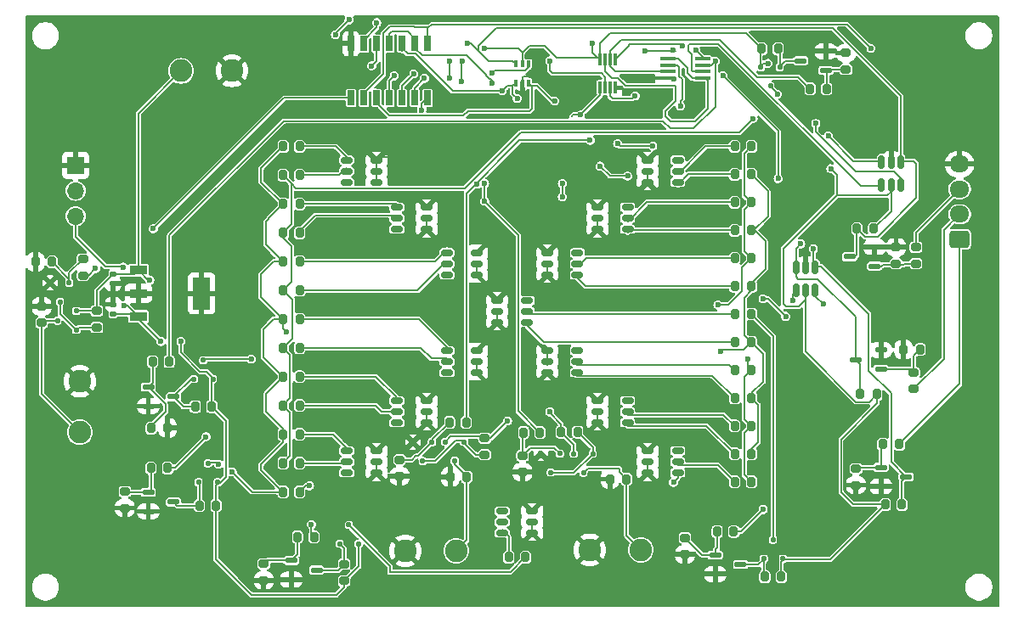
<source format=gbr>
%TF.GenerationSoftware,KiCad,Pcbnew,8.0.5*%
%TF.CreationDate,2025-03-15T22:57:07+02:00*%
%TF.ProjectId,MOSFET Controller,4d4f5346-4554-4204-936f-6e74726f6c6c,rev?*%
%TF.SameCoordinates,Original*%
%TF.FileFunction,Copper,L1,Top*%
%TF.FilePolarity,Positive*%
%FSLAX46Y46*%
G04 Gerber Fmt 4.6, Leading zero omitted, Abs format (unit mm)*
G04 Created by KiCad (PCBNEW 8.0.5) date 2025-03-15 22:57:07*
%MOMM*%
%LPD*%
G01*
G04 APERTURE LIST*
G04 Aperture macros list*
%AMRoundRect*
0 Rectangle with rounded corners*
0 $1 Rounding radius*
0 $2 $3 $4 $5 $6 $7 $8 $9 X,Y pos of 4 corners*
0 Add a 4 corners polygon primitive as box body*
4,1,4,$2,$3,$4,$5,$6,$7,$8,$9,$2,$3,0*
0 Add four circle primitives for the rounded corners*
1,1,$1+$1,$2,$3*
1,1,$1+$1,$4,$5*
1,1,$1+$1,$6,$7*
1,1,$1+$1,$8,$9*
0 Add four rect primitives between the rounded corners*
20,1,$1+$1,$2,$3,$4,$5,0*
20,1,$1+$1,$4,$5,$6,$7,0*
20,1,$1+$1,$6,$7,$8,$9,0*
20,1,$1+$1,$8,$9,$2,$3,0*%
G04 Aperture macros list end*
%TA.AperFunction,SMDPad,CuDef*%
%ADD10RoundRect,0.200000X-0.200000X-0.275000X0.200000X-0.275000X0.200000X0.275000X-0.200000X0.275000X0*%
%TD*%
%TA.AperFunction,SMDPad,CuDef*%
%ADD11RoundRect,0.125000X0.125000X-0.125000X0.125000X0.125000X-0.125000X0.125000X-0.125000X-0.125000X0*%
%TD*%
%TA.AperFunction,SMDPad,CuDef*%
%ADD12RoundRect,0.200000X0.275000X-0.200000X0.275000X0.200000X-0.275000X0.200000X-0.275000X-0.200000X0*%
%TD*%
%TA.AperFunction,SMDPad,CuDef*%
%ADD13RoundRect,0.200000X-0.275000X0.200000X-0.275000X-0.200000X0.275000X-0.200000X0.275000X0.200000X0*%
%TD*%
%TA.AperFunction,SMDPad,CuDef*%
%ADD14RoundRect,0.125000X-0.125000X0.125000X-0.125000X-0.125000X0.125000X-0.125000X0.125000X0.125000X0*%
%TD*%
%TA.AperFunction,SMDPad,CuDef*%
%ADD15RoundRect,0.200000X0.200000X0.275000X-0.200000X0.275000X-0.200000X-0.275000X0.200000X-0.275000X0*%
%TD*%
%TA.AperFunction,SMDPad,CuDef*%
%ADD16RoundRect,0.147500X-0.457500X-0.147500X0.457500X-0.147500X0.457500X0.147500X-0.457500X0.147500X0*%
%TD*%
%TA.AperFunction,ComponentPad*%
%ADD17C,2.250000*%
%TD*%
%TA.AperFunction,SMDPad,CuDef*%
%ADD18RoundRect,0.150000X0.450000X0.150000X-0.450000X0.150000X-0.450000X-0.150000X0.450000X-0.150000X0*%
%TD*%
%TA.AperFunction,SMDPad,CuDef*%
%ADD19RoundRect,0.100000X0.100000X-0.225000X0.100000X0.225000X-0.100000X0.225000X-0.100000X-0.225000X0*%
%TD*%
%TA.AperFunction,SMDPad,CuDef*%
%ADD20RoundRect,0.147500X0.457500X0.147500X-0.457500X0.147500X-0.457500X-0.147500X0.457500X-0.147500X0*%
%TD*%
%TA.AperFunction,SMDPad,CuDef*%
%ADD21RoundRect,0.150000X-0.450000X-0.150000X0.450000X-0.150000X0.450000X0.150000X-0.450000X0.150000X0*%
%TD*%
%TA.AperFunction,SMDPad,CuDef*%
%ADD22RoundRect,0.140000X0.170000X-0.140000X0.170000X0.140000X-0.170000X0.140000X-0.170000X-0.140000X0*%
%TD*%
%TA.AperFunction,SMDPad,CuDef*%
%ADD23RoundRect,0.140000X-0.170000X0.140000X-0.170000X-0.140000X0.170000X-0.140000X0.170000X0.140000X0*%
%TD*%
%TA.AperFunction,ComponentPad*%
%ADD24R,1.700000X1.700000*%
%TD*%
%TA.AperFunction,ComponentPad*%
%ADD25O,1.700000X1.700000*%
%TD*%
%TA.AperFunction,SMDPad,CuDef*%
%ADD26R,1.600000X0.300000*%
%TD*%
%TA.AperFunction,SMDPad,CuDef*%
%ADD27R,1.750000X0.950000*%
%TD*%
%TA.AperFunction,SMDPad,CuDef*%
%ADD28R,1.750000X3.200000*%
%TD*%
%TA.AperFunction,SMDPad,CuDef*%
%ADD29RoundRect,0.150000X-0.150000X0.512500X-0.150000X-0.512500X0.150000X-0.512500X0.150000X0.512500X0*%
%TD*%
%TA.AperFunction,SMDPad,CuDef*%
%ADD30RoundRect,0.125000X0.125000X0.125000X-0.125000X0.125000X-0.125000X-0.125000X0.125000X-0.125000X0*%
%TD*%
%TA.AperFunction,SMDPad,CuDef*%
%ADD31RoundRect,0.087500X0.087500X-0.537500X0.087500X0.537500X-0.087500X0.537500X-0.087500X-0.537500X0*%
%TD*%
%TA.AperFunction,SMDPad,CuDef*%
%ADD32R,0.650000X1.525000*%
%TD*%
%TA.AperFunction,ComponentPad*%
%ADD33RoundRect,0.250000X0.725000X-0.600000X0.725000X0.600000X-0.725000X0.600000X-0.725000X-0.600000X0*%
%TD*%
%TA.AperFunction,ComponentPad*%
%ADD34O,1.950000X1.700000*%
%TD*%
%TA.AperFunction,ViaPad*%
%ADD35C,0.600000*%
%TD*%
%TA.AperFunction,Conductor*%
%ADD36C,0.200000*%
%TD*%
G04 APERTURE END LIST*
D10*
%TO.P,R23,1*%
%TO.N,GREEN2_O*%
X124175000Y-86410264D03*
%TO.P,R23,2*%
%TO.N,Net-(RS-3535MWAR9-G+)*%
X125825000Y-86410264D03*
%TD*%
D11*
%TO.P,AO3403A5,1,G*%
%TO.N,Net-(AO3403A5-G)*%
X172070000Y-124665000D03*
%TO.P,AO3403A5,2,S*%
%TO.N,5V*%
X173970000Y-124665000D03*
%TO.P,AO3403A5,3,D*%
%TO.N,GREEN3_O*%
X172992500Y-122775000D03*
%TD*%
D12*
%TO.P,R29,1*%
%TO.N,GND*%
X181250000Y-117325000D03*
%TO.P,R29,2*%
%TO.N,Net-(Q1-Pad1)*%
X181250000Y-115675000D03*
%TD*%
D13*
%TO.P,R34,1*%
%TO.N,C_IN*%
X187230000Y-93585000D03*
%TO.P,R34,2*%
%TO.N,Net-(Q3-Pad1)*%
X187230000Y-95235000D03*
%TD*%
D14*
%TO.P,AO3403A7,1,G*%
%TO.N,Net-(AO3403A7-G)*%
X142200000Y-113005000D03*
%TO.P,AO3403A7,2,S*%
%TO.N,12V*%
X140300000Y-113005000D03*
%TO.P,AO3403A7,3,D*%
%TO.N,OUT2*%
X141277500Y-114895000D03*
%TD*%
D15*
%TO.P,R27,1*%
%TO.N,BLUE_O*%
X148325000Y-124500000D03*
%TO.P,R27,2*%
%TO.N,Net-(RS-3535MWAR14-B+)*%
X146675000Y-124500000D03*
%TD*%
%TO.P,R43,1*%
%TO.N,GREEN1_IN*%
X112825000Y-105000000D03*
%TO.P,R43,2*%
%TO.N,Net-(Q6-Pad1)*%
X111175000Y-105000000D03*
%TD*%
D16*
%TO.P,Q8,1*%
%TO.N,Net-(Q8-Pad1)*%
X167245000Y-124300000D03*
%TO.P,Q8,2*%
%TO.N,GND*%
X167245000Y-126200000D03*
%TO.P,Q8,3*%
%TO.N,Net-(AO3403A5-G)*%
X169755000Y-125250000D03*
%TD*%
D10*
%TO.P,R36,1*%
%TO.N,C_NOT*%
X181350000Y-91750000D03*
%TO.P,R36,2*%
%TO.N,5V*%
X183000000Y-91750000D03*
%TD*%
D15*
%TO.P,R48,1*%
%TO.N,Net-(AO3403A4-G)*%
X173505000Y-73800000D03*
%TO.P,R48,2*%
%TO.N,5V*%
X171855000Y-73800000D03*
%TD*%
%TO.P,R14,1*%
%TO.N,GREEN1_O*%
X170825000Y-117000000D03*
%TO.P,R14,2*%
%TO.N,Net-(RS-3535MWAR1-G+)*%
X169175000Y-117000000D03*
%TD*%
%TO.P,R28,1*%
%TO.N,A_IN*%
X185575000Y-113250000D03*
%TO.P,R28,2*%
%TO.N,Net-(Q1-Pad1)*%
X183925000Y-113250000D03*
%TD*%
D11*
%TO.P,AO3403A1,1,G*%
%TO.N,Net-(AO3403A1-G)*%
X129800000Y-123185000D03*
%TO.P,AO3403A1,2,S*%
%TO.N,5V*%
X131700000Y-123185000D03*
%TO.P,AO3403A1,3,D*%
%TO.N,BLUE_O*%
X130722500Y-121295000D03*
%TD*%
D10*
%TO.P,R12,1*%
%TO.N,RED_O*%
X124175000Y-106512822D03*
%TO.P,R12,2*%
%TO.N,Net-(RS-3535MWAR11-R+)*%
X125825000Y-106512822D03*
%TD*%
D13*
%TO.P,R63,1*%
%TO.N,GND*%
X100120000Y-99495000D03*
%TO.P,R63,2*%
%TO.N,OUT3*%
X100120000Y-101145000D03*
%TD*%
D17*
%TO.P,J4,1*%
%TO.N,OUT3*%
X103930000Y-112050000D03*
%TO.P,J4,2*%
%TO.N,GND*%
X103930000Y-106970000D03*
%TD*%
D18*
%TO.P,RS-3535MWAR6,1,C*%
%TO.N,GND*%
X150500000Y-94150000D03*
%TO.P,RS-3535MWAR6,2,C*%
X150500000Y-95250000D03*
%TO.P,RS-3535MWAR6,3,C*%
X150500000Y-96350000D03*
%TO.P,RS-3535MWAR6,4,R+*%
%TO.N,Net-(RS-3535MWAR6-R+)*%
X153500000Y-96350000D03*
%TO.P,RS-3535MWAR6,5,G+*%
%TO.N,Net-(RS-3535MWAR6-G+)*%
X153500000Y-95250000D03*
%TO.P,RS-3535MWAR6,6,B+*%
%TO.N,unconnected-(RS-3535MWAR6-B+-Pad6)*%
X153500000Y-94150000D03*
%TD*%
D15*
%TO.P,R52,1*%
%TO.N,RED_IN*%
X149775000Y-112090000D03*
%TO.P,R52,2*%
%TO.N,Net-(Q9-Pad1)*%
X148125000Y-112090000D03*
%TD*%
D12*
%TO.P,R58,1*%
%TO.N,Net-(AO3403A7-G)*%
X144250000Y-114285000D03*
%TO.P,R58,2*%
%TO.N,12V*%
X144250000Y-112635000D03*
%TD*%
D13*
%TO.P,R35,1*%
%TO.N,GND*%
X185250000Y-93585000D03*
%TO.P,R35,2*%
%TO.N,Net-(Q3-Pad1)*%
X185250000Y-95235000D03*
%TD*%
D18*
%TO.P,RS-3535MWAR4,1,C*%
%TO.N,GND*%
X160500000Y-84900000D03*
%TO.P,RS-3535MWAR4,2,C*%
X160500000Y-86000000D03*
%TO.P,RS-3535MWAR4,3,C*%
X160500000Y-87100000D03*
%TO.P,RS-3535MWAR4,4,R+*%
%TO.N,Net-(RS-3535MWAR4-R+)*%
X163500000Y-87100000D03*
%TO.P,RS-3535MWAR4,5,G+*%
%TO.N,Net-(RS-3535MWAR4-G+)*%
X163500000Y-86000000D03*
%TO.P,RS-3535MWAR4,6,B+*%
%TO.N,unconnected-(RS-3535MWAR4-B+-Pad6)*%
X163500000Y-84900000D03*
%TD*%
%TO.P,RS-3535MWAR3,1,C*%
%TO.N,GND*%
X150500000Y-103900000D03*
%TO.P,RS-3535MWAR3,2,C*%
X150500000Y-105000000D03*
%TO.P,RS-3535MWAR3,3,C*%
X150500000Y-106100000D03*
%TO.P,RS-3535MWAR3,4,R+*%
%TO.N,Net-(RS-3535MWAR3-R+)*%
X153500000Y-106100000D03*
%TO.P,RS-3535MWAR3,5,G+*%
%TO.N,Net-(RS-3535MWAR3-G+)*%
X153500000Y-105000000D03*
%TO.P,RS-3535MWAR3,6,B+*%
%TO.N,unconnected-(RS-3535MWAR3-B+-Pad6)*%
X153500000Y-103900000D03*
%TD*%
D19*
%TO.P,IC5,1,A*%
%TO.N,A*%
X147350000Y-77200000D03*
%TO.P,IC5,2,GND*%
%TO.N,GND*%
X148000000Y-77200000D03*
%TO.P,IC5,3,B*%
%TO.N,B_NOT*%
X148650000Y-77200000D03*
%TO.P,IC5,4,Y*%
%TO.N,RED_IN*%
X148650000Y-75300000D03*
%TO.P,IC5,5,VCC*%
%TO.N,5V*%
X148000000Y-75300000D03*
%TO.P,IC5,6,C*%
%TO.N,C_NOT*%
X147350000Y-75300000D03*
%TD*%
D18*
%TO.P,RS-3535MWAR5,1,C*%
%TO.N,GND*%
X155500000Y-89600000D03*
%TO.P,RS-3535MWAR5,2,C*%
X155500000Y-90700000D03*
%TO.P,RS-3535MWAR5,3,C*%
X155500000Y-91800000D03*
%TO.P,RS-3535MWAR5,4,R+*%
%TO.N,Net-(RS-3535MWAR5-R+)*%
X158500000Y-91800000D03*
%TO.P,RS-3535MWAR5,5,G+*%
%TO.N,Net-(RS-3535MWAR5-G+)*%
X158500000Y-90700000D03*
%TO.P,RS-3535MWAR5,6,B+*%
%TO.N,unconnected-(RS-3535MWAR5-B+-Pad6)*%
X158500000Y-89600000D03*
%TD*%
D13*
%TO.P,R39,1*%
%TO.N,Net-(AO3403A1-G)*%
X130255000Y-125225000D03*
%TO.P,R39,2*%
%TO.N,5V*%
X130255000Y-126875000D03*
%TD*%
D10*
%TO.P,R42,1*%
%TO.N,Net-(AO3403A2-G)*%
X115835000Y-119360000D03*
%TO.P,R42,2*%
%TO.N,5V*%
X117485000Y-119360000D03*
%TD*%
%TO.P,R33,1*%
%TO.N,B_NOT*%
X181675000Y-108250000D03*
%TO.P,R33,2*%
%TO.N,5V*%
X183325000Y-108250000D03*
%TD*%
%TO.P,R51,1*%
%TO.N,Net-(AO3403A5-G)*%
X172170000Y-126450000D03*
%TO.P,R51,2*%
%TO.N,5V*%
X173820000Y-126450000D03*
%TD*%
D15*
%TO.P,R16,1*%
%TO.N,GREEN1_O*%
X170825000Y-105846150D03*
%TO.P,R16,2*%
%TO.N,Net-(RS-3535MWAR3-G+)*%
X169175000Y-105846150D03*
%TD*%
D18*
%TO.P,RS-3535MWAR2,1,C*%
%TO.N,GND*%
X155500000Y-108900000D03*
%TO.P,RS-3535MWAR2,2,C*%
X155500000Y-110000000D03*
%TO.P,RS-3535MWAR2,3,C*%
X155500000Y-111100000D03*
%TO.P,RS-3535MWAR2,4,R+*%
%TO.N,Net-(RS-3535MWAR2-R+)*%
X158500000Y-111100000D03*
%TO.P,RS-3535MWAR2,5,G+*%
%TO.N,Net-(RS-3535MWAR2-G+)*%
X158500000Y-110000000D03*
%TO.P,RS-3535MWAR2,6,B+*%
%TO.N,unconnected-(RS-3535MWAR2-B+-Pad6)*%
X158500000Y-108900000D03*
%TD*%
D15*
%TO.P,R18,1*%
%TO.N,GREEN1_O*%
X170825000Y-89115390D03*
%TO.P,R18,2*%
%TO.N,Net-(RS-3535MWAR5-G+)*%
X169175000Y-89115390D03*
%TD*%
D10*
%TO.P,R22,1*%
%TO.N,GREEN2_O*%
X124175000Y-92153852D03*
%TO.P,R22,2*%
%TO.N,Net-(RS-3535MWAR8-G+)*%
X125825000Y-92153852D03*
%TD*%
D12*
%TO.P,R53,1*%
%TO.N,GND*%
X148030000Y-116035000D03*
%TO.P,R53,2*%
%TO.N,Net-(Q9-Pad1)*%
X148030000Y-114385000D03*
%TD*%
D14*
%TO.P,AO3403A6,1,G*%
%TO.N,Net-(AO3403A6-G)*%
X155030000Y-114195000D03*
%TO.P,AO3403A6,2,S*%
%TO.N,12V*%
X153130000Y-114195000D03*
%TO.P,AO3403A6,3,D*%
%TO.N,OUT1*%
X154107500Y-116085000D03*
%TD*%
D12*
%TO.P,R31,1*%
%TO.N,B_IN*%
X187000000Y-107750000D03*
%TO.P,R31,2*%
%TO.N,Net-(Q2-Pad1)*%
X187000000Y-106100000D03*
%TD*%
D15*
%TO.P,R2,1*%
%TO.N,RED_O*%
X170825000Y-114211530D03*
%TO.P,R2,2*%
%TO.N,Net-(RS-3535MWAR2-R+)*%
X169175000Y-114211530D03*
%TD*%
D10*
%TO.P,R11,1*%
%TO.N,RED_O*%
X124175000Y-100769234D03*
%TO.P,R11,2*%
%TO.N,Net-(RS-3535MWAR10-R+)*%
X125825000Y-100769234D03*
%TD*%
D17*
%TO.P,J6,1*%
%TO.N,12V*%
X114000000Y-76000000D03*
%TO.P,J6,2*%
%TO.N,GND*%
X119080000Y-76000000D03*
%TD*%
D20*
%TO.P,Q7,1*%
%TO.N,Net-(Q7-Pad1)*%
X178255000Y-75950000D03*
%TO.P,Q7,2*%
%TO.N,GND*%
X178255000Y-74050000D03*
%TO.P,Q7,3*%
%TO.N,Net-(AO3403A4-G)*%
X175745000Y-75000000D03*
%TD*%
D10*
%TO.P,R46,1*%
%TO.N,GREEN2_IN*%
X176680000Y-77800000D03*
%TO.P,R46,2*%
%TO.N,Net-(Q7-Pad1)*%
X178330000Y-77800000D03*
%TD*%
D15*
%TO.P,R17,1*%
%TO.N,GREEN1_O*%
X170825000Y-83538470D03*
%TO.P,R17,2*%
%TO.N,Net-(RS-3535MWAR4-G+)*%
X169175000Y-83538470D03*
%TD*%
D10*
%TO.P,R25,1*%
%TO.N,GREEN2_O*%
X124175000Y-109384616D03*
%TO.P,R25,2*%
%TO.N,Net-(RS-3535MWAR11-G+)*%
X125825000Y-109384616D03*
%TD*%
D21*
%TO.P,RS-3535MWAR11,1,C*%
%TO.N,GND*%
X138500000Y-111100000D03*
%TO.P,RS-3535MWAR11,2,C*%
X138500000Y-110000000D03*
%TO.P,RS-3535MWAR11,3,C*%
X138500000Y-108900000D03*
%TO.P,RS-3535MWAR11,4,R+*%
%TO.N,Net-(RS-3535MWAR11-R+)*%
X135500000Y-108900000D03*
%TO.P,RS-3535MWAR11,5,G+*%
%TO.N,Net-(RS-3535MWAR11-G+)*%
X135500000Y-110000000D03*
%TO.P,RS-3535MWAR11,6,B+*%
%TO.N,unconnected-(RS-3535MWAR11-B+-Pad6)*%
X135500000Y-111100000D03*
%TD*%
D15*
%TO.P,R37,1*%
%TO.N,BLUE_IN*%
X127255000Y-122500000D03*
%TO.P,R37,2*%
%TO.N,Net-(Q4-Pad1)*%
X125605000Y-122500000D03*
%TD*%
D16*
%TO.P,Q1,1*%
%TO.N,Net-(Q1-Pad1)*%
X183745000Y-115550000D03*
%TO.P,Q1,2*%
%TO.N,GND*%
X183745000Y-117450000D03*
%TO.P,Q1,3*%
%TO.N,A_NOT*%
X186255000Y-116500000D03*
%TD*%
D15*
%TO.P,R19,1*%
%TO.N,GREEN1_O*%
X170825000Y-94692310D03*
%TO.P,R19,2*%
%TO.N,Net-(RS-3535MWAR6-G+)*%
X169175000Y-94692310D03*
%TD*%
D22*
%TO.P,C2,1*%
%TO.N,5V*%
X107250000Y-100250000D03*
%TO.P,C2,2*%
%TO.N,GND*%
X107250000Y-99290000D03*
%TD*%
D15*
%TO.P,R49,1*%
%TO.N,GREEN3_IN*%
X169070000Y-121950000D03*
%TO.P,R49,2*%
%TO.N,Net-(Q8-Pad1)*%
X167420000Y-121950000D03*
%TD*%
%TO.P,R54,1*%
%TO.N,Net-(AO3403A6-G)*%
X153525000Y-112040000D03*
%TO.P,R54,2*%
%TO.N,12V*%
X151875000Y-112040000D03*
%TD*%
D10*
%TO.P,R10,1*%
%TO.N,RED_O*%
X124175000Y-83538470D03*
%TO.P,R10,2*%
%TO.N,Net-(RS-3535MWAR9-R+)*%
X125825000Y-83538470D03*
%TD*%
D23*
%TO.P,C1,1*%
%TO.N,12V*%
X107250000Y-96270000D03*
%TO.P,C1,2*%
%TO.N,GND*%
X107250000Y-97230000D03*
%TD*%
D24*
%TO.P,J5,1,Pin_1*%
%TO.N,GND*%
X103500000Y-85420000D03*
D25*
%TO.P,J5,2,Pin_2*%
%TO.N,JS*%
X103500000Y-87960000D03*
%TO.P,J5,3,Pin_3*%
%TO.N,5V*%
X103500000Y-90500000D03*
%TD*%
D26*
%TO.P,IC6,1,1A*%
%TO.N,GREEN_IN*%
X162550000Y-74775000D03*
%TO.P,IC6,2,1B*%
%TO.N,JS*%
X162550000Y-75425000D03*
%TO.P,IC6,3,2Y*%
%TO.N,GREEN2_IN*%
X162550000Y-76075000D03*
%TO.P,IC6,4,GND*%
%TO.N,GND*%
X162550000Y-76725000D03*
%TO.P,IC6,5,2A*%
%TO.N,GREEN_IN*%
X165950000Y-76725000D03*
%TO.P,IC6,6,2B*%
%TO.N,JS_NOT*%
X165950000Y-76075000D03*
%TO.P,IC6,7,1Y*%
%TO.N,GREEN1_IN*%
X165950000Y-75425000D03*
%TO.P,IC6,8,VCC*%
%TO.N,5V*%
X165950000Y-74775000D03*
%TD*%
D11*
%TO.P,AO3403A3,1,G*%
%TO.N,Net-(AO3403A3-G)*%
X115290000Y-106755000D03*
%TO.P,AO3403A3,2,S*%
%TO.N,5V*%
X117190000Y-106755000D03*
%TO.P,AO3403A3,3,D*%
%TO.N,GREEN1_O*%
X116212500Y-104865000D03*
%TD*%
D27*
%TO.P,IC7,1,INPUT*%
%TO.N,12V*%
X109750000Y-95900000D03*
%TO.P,IC7,2,GND_1*%
%TO.N,GND*%
X109750000Y-98200000D03*
%TO.P,IC7,3,OUTPUT*%
%TO.N,5V*%
X109750000Y-100500000D03*
D28*
%TO.P,IC7,4,GND_2*%
%TO.N,GND*%
X116050000Y-98200000D03*
%TD*%
D18*
%TO.P,RS-3535MWAR13,1,C*%
%TO.N,GND*%
X145500000Y-98900000D03*
%TO.P,RS-3535MWAR13,2,C*%
X145500000Y-100000000D03*
%TO.P,RS-3535MWAR13,3,C*%
X145500000Y-101100000D03*
%TO.P,RS-3535MWAR13,4,R+*%
%TO.N,Net-(RS-3535MWAR13-R+)*%
X148500000Y-101100000D03*
%TO.P,RS-3535MWAR13,5,G+*%
%TO.N,Net-(RS-3535MWAR13-G+)*%
X148500000Y-100000000D03*
%TO.P,RS-3535MWAR13,6,B+*%
%TO.N,unconnected-(RS-3535MWAR13-B+-Pad6)*%
X148500000Y-98900000D03*
%TD*%
D10*
%TO.P,R26,1*%
%TO.N,GREEN2_O*%
X124175000Y-115128204D03*
%TO.P,R26,2*%
%TO.N,Net-(RS-3535MWAR12-G+)*%
X125825000Y-115128204D03*
%TD*%
D12*
%TO.P,R50,1*%
%TO.N,GND*%
X164210000Y-124235000D03*
%TO.P,R50,2*%
%TO.N,Net-(Q8-Pad1)*%
X164210000Y-122585000D03*
%TD*%
D15*
%TO.P,R3,1*%
%TO.N,RED_O*%
X170825000Y-108634610D03*
%TO.P,R3,2*%
%TO.N,Net-(RS-3535MWAR3-R+)*%
X169175000Y-108634610D03*
%TD*%
D29*
%TO.P,IC1,1,1A*%
%TO.N,A_NOT*%
X177200000Y-95612500D03*
%TO.P,IC1,2,GND*%
%TO.N,GND*%
X176250000Y-95612500D03*
%TO.P,IC1,3,2A*%
%TO.N,B_NOT*%
X175300000Y-95612500D03*
%TO.P,IC1,4,2Y*%
%TO.N,B*%
X175300000Y-97887500D03*
%TO.P,IC1,5,VCC*%
%TO.N,5V*%
X176250000Y-97887500D03*
%TO.P,IC1,6,1Y*%
%TO.N,A*%
X177200000Y-97887500D03*
%TD*%
D10*
%TO.P,R55,1*%
%TO.N,GND*%
X156735000Y-116730000D03*
%TO.P,R55,2*%
%TO.N,OUT1*%
X158385000Y-116730000D03*
%TD*%
D16*
%TO.P,Q5,1*%
%TO.N,Net-(Q5-Pad1)*%
X110745000Y-118050000D03*
%TO.P,Q5,2*%
%TO.N,GND*%
X110745000Y-119950000D03*
%TO.P,Q5,3*%
%TO.N,Net-(AO3403A2-G)*%
X113255000Y-119000000D03*
%TD*%
D15*
%TO.P,R20,1*%
%TO.N,GREEN3_O*%
X170825000Y-100269230D03*
%TO.P,R20,2*%
%TO.N,Net-(RS-3535MWAR13-G+)*%
X169175000Y-100269230D03*
%TD*%
%TO.P,R44,1*%
%TO.N,GND*%
X112685000Y-111630000D03*
%TO.P,R44,2*%
%TO.N,Net-(Q6-Pad1)*%
X111035000Y-111630000D03*
%TD*%
D16*
%TO.P,Q4,1*%
%TO.N,Net-(Q4-Pad1)*%
X125000000Y-124850000D03*
%TO.P,Q4,2*%
%TO.N,GND*%
X125000000Y-126750000D03*
%TO.P,Q4,3*%
%TO.N,Net-(AO3403A1-G)*%
X127510000Y-125800000D03*
%TD*%
D10*
%TO.P,R9,1*%
%TO.N,RED_O*%
X124175000Y-89282058D03*
%TO.P,R9,2*%
%TO.N,Net-(RS-3535MWAR8-R+)*%
X125825000Y-89282058D03*
%TD*%
%TO.P,R32,1*%
%TO.N,GND*%
X185995000Y-103800000D03*
%TO.P,R32,2*%
%TO.N,Net-(Q2-Pad1)*%
X187645000Y-103800000D03*
%TD*%
%TO.P,R61,1*%
%TO.N,GND*%
X99515000Y-95050000D03*
%TO.P,R61,2*%
%TO.N,Net-(Q11-Pad1)*%
X101165000Y-95050000D03*
%TD*%
D18*
%TO.P,RS-3535MWAR1,1,C*%
%TO.N,GND*%
X160500000Y-113900000D03*
%TO.P,RS-3535MWAR1,2,C*%
X160500000Y-115000000D03*
%TO.P,RS-3535MWAR1,3,C*%
X160500000Y-116100000D03*
%TO.P,RS-3535MWAR1,4,R+*%
%TO.N,Net-(RS-3535MWAR1-R+)*%
X163500000Y-116100000D03*
%TO.P,RS-3535MWAR1,5,G+*%
%TO.N,Net-(RS-3535MWAR1-G+)*%
X163500000Y-115000000D03*
%TO.P,RS-3535MWAR1,6,B+*%
%TO.N,unconnected-(RS-3535MWAR1-B+-Pad6)*%
X163500000Y-113900000D03*
%TD*%
D14*
%TO.P,AO3403A4,1,G*%
%TO.N,Net-(AO3403A4-G)*%
X173660000Y-75625000D03*
%TO.P,AO3403A4,2,S*%
%TO.N,5V*%
X171760000Y-75625000D03*
%TO.P,AO3403A4,3,D*%
%TO.N,GREEN2_O*%
X172737500Y-77515000D03*
%TD*%
D17*
%TO.P,J3,1*%
%TO.N,OUT2*%
X141420000Y-123870000D03*
%TO.P,J3,2*%
%TO.N,GND*%
X136340000Y-123870000D03*
%TD*%
D21*
%TO.P,RS-3535MWAR8,1,C*%
%TO.N,GND*%
X138500000Y-91800000D03*
%TO.P,RS-3535MWAR8,2,C*%
X138500000Y-90700000D03*
%TO.P,RS-3535MWAR8,3,C*%
X138500000Y-89600000D03*
%TO.P,RS-3535MWAR8,4,R+*%
%TO.N,Net-(RS-3535MWAR8-R+)*%
X135500000Y-89600000D03*
%TO.P,RS-3535MWAR8,5,G+*%
%TO.N,Net-(RS-3535MWAR8-G+)*%
X135500000Y-90700000D03*
%TO.P,RS-3535MWAR8,6,B+*%
%TO.N,unconnected-(RS-3535MWAR8-B+-Pad6)*%
X135500000Y-91800000D03*
%TD*%
D14*
%TO.P,Q10,1*%
%TO.N,Net-(Q10-Pad1)*%
X139000000Y-113035000D03*
%TO.P,Q10,2*%
%TO.N,GND*%
X137100000Y-113035000D03*
%TO.P,Q10,3*%
%TO.N,Net-(AO3403A7-G)*%
X138077500Y-114925000D03*
%TD*%
D12*
%TO.P,R38,1*%
%TO.N,GND*%
X122250000Y-126825000D03*
%TO.P,R38,2*%
%TO.N,Net-(Q4-Pad1)*%
X122250000Y-125175000D03*
%TD*%
D20*
%TO.P,Q3,1*%
%TO.N,Net-(Q3-Pad1)*%
X183115000Y-95480000D03*
%TO.P,Q3,2*%
%TO.N,GND*%
X183115000Y-93580000D03*
%TO.P,Q3,3*%
%TO.N,C_NOT*%
X180605000Y-94530000D03*
%TD*%
D10*
%TO.P,R13,1*%
%TO.N,RED_O*%
X124175000Y-112256410D03*
%TO.P,R13,2*%
%TO.N,Net-(RS-3535MWAR12-R+)*%
X125825000Y-112256410D03*
%TD*%
D21*
%TO.P,RS-3535MWAR7,1,C*%
%TO.N,GND*%
X143500000Y-96350000D03*
%TO.P,RS-3535MWAR7,2,C*%
X143500000Y-95250000D03*
%TO.P,RS-3535MWAR7,3,C*%
X143500000Y-94150000D03*
%TO.P,RS-3535MWAR7,4,R+*%
%TO.N,Net-(RS-3535MWAR7-R+)*%
X140500000Y-94150000D03*
%TO.P,RS-3535MWAR7,5,G+*%
%TO.N,Net-(RS-3535MWAR7-G+)*%
X140500000Y-95250000D03*
%TO.P,RS-3535MWAR7,6,B+*%
%TO.N,unconnected-(RS-3535MWAR7-B+-Pad6)*%
X140500000Y-96350000D03*
%TD*%
D30*
%TO.P,AO3403A8,1,G*%
%TO.N,Net-(AO3403A8-G)*%
X103575000Y-101850000D03*
%TO.P,AO3403A8,2,S*%
%TO.N,12V*%
X103575000Y-99950000D03*
%TO.P,AO3403A8,3,D*%
%TO.N,OUT3*%
X101685000Y-100927500D03*
%TD*%
D13*
%TO.P,R47,1*%
%TO.N,GND*%
X180255000Y-74225000D03*
%TO.P,R47,2*%
%TO.N,Net-(Q7-Pad1)*%
X180255000Y-75875000D03*
%TD*%
D31*
%TO.P,IC3,1,1A*%
%TO.N,GREEN1*%
X155750000Y-77650000D03*
%TO.P,IC3,2,1B*%
%TO.N,GREEN2*%
X156250000Y-77650000D03*
%TO.P,IC3,3,2Y*%
%TO.N,GREEN3_IN*%
X156750000Y-77650000D03*
%TO.P,IC3,4,GND*%
%TO.N,GND*%
X157250000Y-77650000D03*
%TO.P,IC3,5,2A*%
%TO.N,GREEN1_IN*%
X157250000Y-74850000D03*
%TO.P,IC3,6,2B*%
%TO.N,GREEN2_IN*%
X156750000Y-74850000D03*
%TO.P,IC3,7,1Y*%
%TO.N,GREEN_IN*%
X156250000Y-74850000D03*
%TO.P,IC3,8,VCC*%
%TO.N,5V*%
X155750000Y-74850000D03*
%TD*%
D32*
%TO.P,IC4,1,1A*%
%TO.N,A_NOT*%
X138560000Y-73288000D03*
%TO.P,IC4,2,1B*%
%TO.N,B*%
X137290000Y-73288000D03*
%TO.P,IC4,3,2A*%
%TO.N,A*%
X136020000Y-73288000D03*
%TO.P,IC4,4,2B*%
%TO.N,B*%
X134750000Y-73288000D03*
%TO.P,IC4,5,2C*%
%TO.N,C_NOT*%
X133480000Y-73288000D03*
%TO.P,IC4,6,2Y*%
%TO.N,GREEN2*%
X132210000Y-73288000D03*
%TO.P,IC4,7,GND*%
%TO.N,GND*%
X130940000Y-73288000D03*
%TO.P,IC4,8,3Y*%
%TO.N,BLUE_IN*%
X130940000Y-78712000D03*
%TO.P,IC4,9,3A*%
%TO.N,A_NOT*%
X132210000Y-78712000D03*
%TO.P,IC4,10,3B*%
%TO.N,B_NOT*%
X133480000Y-78712000D03*
%TO.P,IC4,11,3C*%
%TO.N,C*%
X134750000Y-78712000D03*
%TO.P,IC4,12,1Y*%
%TO.N,GREEN1*%
X136020000Y-78712000D03*
%TO.P,IC4,13,1C*%
%TO.N,C_NOT*%
X137290000Y-78712000D03*
%TO.P,IC4,14,VCC*%
%TO.N,5V*%
X138560000Y-78712000D03*
%TD*%
D20*
%TO.P,Q2,1*%
%TO.N,Net-(Q2-Pad1)*%
X183750000Y-105750000D03*
%TO.P,Q2,2*%
%TO.N,GND*%
X183750000Y-103850000D03*
%TO.P,Q2,3*%
%TO.N,B_NOT*%
X181240000Y-104800000D03*
%TD*%
D21*
%TO.P,RS-3535MWAR14,1,C*%
%TO.N,GND*%
X149000000Y-122100000D03*
%TO.P,RS-3535MWAR14,2,C*%
X149000000Y-121000000D03*
%TO.P,RS-3535MWAR14,3,C*%
X149000000Y-119900000D03*
%TO.P,RS-3535MWAR14,4,R+*%
%TO.N,unconnected-(RS-3535MWAR14-R+-Pad4)*%
X146000000Y-119900000D03*
%TO.P,RS-3535MWAR14,5,G+*%
%TO.N,unconnected-(RS-3535MWAR14-G+-Pad5)*%
X146000000Y-121000000D03*
%TO.P,RS-3535MWAR14,6,B+*%
%TO.N,Net-(RS-3535MWAR14-B+)*%
X146000000Y-122100000D03*
%TD*%
D14*
%TO.P,Q9,1*%
%TO.N,Net-(Q9-Pad1)*%
X151760000Y-114175000D03*
%TO.P,Q9,2*%
%TO.N,GND*%
X149860000Y-114175000D03*
%TO.P,Q9,3*%
%TO.N,Net-(AO3403A6-G)*%
X150837500Y-116065000D03*
%TD*%
D12*
%TO.P,R41,1*%
%TO.N,GND*%
X108410000Y-119610000D03*
%TO.P,R41,2*%
%TO.N,Net-(Q5-Pad1)*%
X108410000Y-117960000D03*
%TD*%
D10*
%TO.P,R45,1*%
%TO.N,Net-(AO3403A3-G)*%
X115425000Y-109500000D03*
%TO.P,R45,2*%
%TO.N,5V*%
X117075000Y-109500000D03*
%TD*%
D33*
%TO.P,J1,1,1*%
%TO.N,A_IN*%
X191580000Y-92800000D03*
D34*
%TO.P,J1,2,2*%
%TO.N,B_IN*%
X191580000Y-90300000D03*
%TO.P,J1,3,3*%
%TO.N,C_IN*%
X191580000Y-87800000D03*
%TO.P,J1,4,4*%
%TO.N,GND*%
X191580000Y-85300000D03*
%TD*%
D12*
%TO.P,R57,1*%
%TO.N,GND*%
X135790000Y-116440000D03*
%TO.P,R57,2*%
%TO.N,Net-(Q10-Pad1)*%
X135790000Y-114790000D03*
%TD*%
D10*
%TO.P,R21,1*%
%TO.N,GREEN2_O*%
X124175000Y-97897440D03*
%TO.P,R21,2*%
%TO.N,Net-(RS-3535MWAR7-G+)*%
X125825000Y-97897440D03*
%TD*%
D17*
%TO.P,J2,1*%
%TO.N,OUT1*%
X159820000Y-123780000D03*
%TO.P,J2,2*%
%TO.N,GND*%
X154740000Y-123780000D03*
%TD*%
D21*
%TO.P,RS-3535MWAR12,1,C*%
%TO.N,GND*%
X133500000Y-116100000D03*
%TO.P,RS-3535MWAR12,2,C*%
X133500000Y-115000000D03*
%TO.P,RS-3535MWAR12,3,C*%
X133500000Y-113900000D03*
%TO.P,RS-3535MWAR12,4,R+*%
%TO.N,Net-(RS-3535MWAR12-R+)*%
X130500000Y-113900000D03*
%TO.P,RS-3535MWAR12,5,G+*%
%TO.N,Net-(RS-3535MWAR12-G+)*%
X130500000Y-115000000D03*
%TO.P,RS-3535MWAR12,6,B+*%
%TO.N,unconnected-(RS-3535MWAR12-B+-Pad6)*%
X130500000Y-116100000D03*
%TD*%
D15*
%TO.P,R5,1*%
%TO.N,RED_O*%
X170825000Y-91903850D03*
%TO.P,R5,2*%
%TO.N,Net-(RS-3535MWAR5-R+)*%
X169175000Y-91903850D03*
%TD*%
D10*
%TO.P,R1,1*%
%TO.N,RED_O*%
X124175000Y-118000000D03*
%TO.P,R1,2*%
%TO.N,Net-(RS-3535MWAR1-R+)*%
X125825000Y-118000000D03*
%TD*%
D15*
%TO.P,R15,1*%
%TO.N,GREEN1_O*%
X170825000Y-111423070D03*
%TO.P,R15,2*%
%TO.N,Net-(RS-3535MWAR2-G+)*%
X169175000Y-111423070D03*
%TD*%
%TO.P,R4,1*%
%TO.N,RED_O*%
X170825000Y-86326930D03*
%TO.P,R4,2*%
%TO.N,Net-(RS-3535MWAR4-R+)*%
X169175000Y-86326930D03*
%TD*%
D14*
%TO.P,Q11,1*%
%TO.N,Net-(Q11-Pad1)*%
X102870000Y-97155000D03*
%TO.P,Q11,2*%
%TO.N,GND*%
X100970000Y-97155000D03*
%TO.P,Q11,3*%
%TO.N,Net-(AO3403A8-G)*%
X101947500Y-99045000D03*
%TD*%
D15*
%TO.P,R56,1*%
%TO.N,GREEN1*%
X142415000Y-111060000D03*
%TO.P,R56,2*%
%TO.N,Net-(Q10-Pad1)*%
X140765000Y-111060000D03*
%TD*%
D12*
%TO.P,R60,1*%
%TO.N,GREEN2*%
X104250000Y-96415000D03*
%TO.P,R60,2*%
%TO.N,Net-(Q11-Pad1)*%
X104250000Y-94765000D03*
%TD*%
D16*
%TO.P,Q6,1*%
%TO.N,Net-(Q6-Pad1)*%
X110745000Y-107550000D03*
%TO.P,Q6,2*%
%TO.N,GND*%
X110745000Y-109450000D03*
%TO.P,Q6,3*%
%TO.N,Net-(AO3403A3-G)*%
X113255000Y-108500000D03*
%TD*%
D15*
%TO.P,R30,1*%
%TO.N,A_NOT*%
X185825000Y-119250000D03*
%TO.P,R30,2*%
%TO.N,5V*%
X184175000Y-119250000D03*
%TD*%
%TO.P,R40,1*%
%TO.N,RED_IN*%
X112660000Y-115610000D03*
%TO.P,R40,2*%
%TO.N,Net-(Q5-Pad1)*%
X111010000Y-115610000D03*
%TD*%
D10*
%TO.P,R24,1*%
%TO.N,GREEN2_O*%
X124175000Y-103641028D03*
%TO.P,R24,2*%
%TO.N,Net-(RS-3535MWAR10-G+)*%
X125825000Y-103641028D03*
%TD*%
D11*
%TO.P,AO3403A2,1,G*%
%TO.N,Net-(AO3403A2-G)*%
X115760000Y-117035000D03*
%TO.P,AO3403A2,2,S*%
%TO.N,5V*%
X117660000Y-117035000D03*
%TO.P,AO3403A2,3,D*%
%TO.N,RED_O*%
X116682500Y-115145000D03*
%TD*%
D29*
%TO.P,IC2,1,1A*%
%TO.N,C_NOT*%
X185700000Y-85112500D03*
%TO.P,IC2,2,GND*%
%TO.N,GND*%
X184750000Y-85112500D03*
%TO.P,IC2,3,2A*%
%TO.N,JS*%
X183800000Y-85112500D03*
%TO.P,IC2,4,2Y*%
%TO.N,JS_NOT*%
X183800000Y-87387500D03*
%TO.P,IC2,5,VCC*%
%TO.N,5V*%
X184750000Y-87387500D03*
%TO.P,IC2,6,1Y*%
%TO.N,C*%
X185700000Y-87387500D03*
%TD*%
D10*
%TO.P,R59,1*%
%TO.N,GND*%
X140825000Y-116510000D03*
%TO.P,R59,2*%
%TO.N,OUT2*%
X142475000Y-116510000D03*
%TD*%
D15*
%TO.P,R7,1*%
%TO.N,RED_O*%
X170825000Y-103057690D03*
%TO.P,R7,2*%
%TO.N,Net-(RS-3535MWAR13-R+)*%
X169175000Y-103057690D03*
%TD*%
D21*
%TO.P,RS-3535MWAR9,1,C*%
%TO.N,GND*%
X133500000Y-87100000D03*
%TO.P,RS-3535MWAR9,2,C*%
X133500000Y-86000000D03*
%TO.P,RS-3535MWAR9,3,C*%
X133500000Y-84900000D03*
%TO.P,RS-3535MWAR9,4,R+*%
%TO.N,Net-(RS-3535MWAR9-R+)*%
X130500000Y-84900000D03*
%TO.P,RS-3535MWAR9,5,G+*%
%TO.N,Net-(RS-3535MWAR9-G+)*%
X130500000Y-86000000D03*
%TO.P,RS-3535MWAR9,6,B+*%
%TO.N,unconnected-(RS-3535MWAR9-B+-Pad6)*%
X130500000Y-87100000D03*
%TD*%
D15*
%TO.P,R6,1*%
%TO.N,RED_O*%
X170825000Y-97480770D03*
%TO.P,R6,2*%
%TO.N,Net-(RS-3535MWAR6-R+)*%
X169175000Y-97480770D03*
%TD*%
D21*
%TO.P,RS-3535MWAR10,1,C*%
%TO.N,GND*%
X143500000Y-106100000D03*
%TO.P,RS-3535MWAR10,2,C*%
X143500000Y-105000000D03*
%TO.P,RS-3535MWAR10,3,C*%
X143500000Y-103900000D03*
%TO.P,RS-3535MWAR10,4,R+*%
%TO.N,Net-(RS-3535MWAR10-R+)*%
X140500000Y-103900000D03*
%TO.P,RS-3535MWAR10,5,G+*%
%TO.N,Net-(RS-3535MWAR10-G+)*%
X140500000Y-105000000D03*
%TO.P,RS-3535MWAR10,6,B+*%
%TO.N,unconnected-(RS-3535MWAR10-B+-Pad6)*%
X140500000Y-106100000D03*
%TD*%
D10*
%TO.P,R8,1*%
%TO.N,RED_O*%
X124175000Y-95025646D03*
%TO.P,R8,2*%
%TO.N,Net-(RS-3535MWAR7-R+)*%
X125825000Y-95025646D03*
%TD*%
D12*
%TO.P,R62,1*%
%TO.N,Net-(AO3403A8-G)*%
X105610000Y-101595000D03*
%TO.P,R62,2*%
%TO.N,12V*%
X105610000Y-99945000D03*
%TD*%
D35*
%TO.N,5V*%
X138000000Y-79900000D03*
X165273528Y-73900000D03*
X141924265Y-77075735D03*
X144250000Y-73750000D03*
X112000000Y-103000000D03*
X178750000Y-85750000D03*
X108264265Y-95584265D03*
X172500000Y-75250000D03*
X163000000Y-73900000D03*
X142000000Y-75000000D03*
X155000000Y-73250000D03*
X108290000Y-99410000D03*
X114000000Y-103000000D03*
X160250000Y-74000000D03*
%TO.N,RED_O*%
X117750000Y-115250000D03*
X119100000Y-116000000D03*
X167750000Y-104000000D03*
X124500000Y-102000000D03*
%TO.N,GREEN1_O*%
X121000000Y-104750000D03*
X170500000Y-104750000D03*
X167500000Y-99350000D03*
%TO.N,GREEN2_O*%
X171000000Y-80750000D03*
X173424265Y-78325735D03*
%TO.N,12V*%
X150750000Y-110020000D03*
X110900000Y-96870000D03*
X146530000Y-110920000D03*
%TO.N,GND*%
X145550000Y-79400000D03*
X154750000Y-76850000D03*
X162000000Y-78050000D03*
X154770000Y-78300000D03*
X165250000Y-78250000D03*
X146250000Y-81600000D03*
X186750000Y-83000000D03*
X158216130Y-78046114D03*
X132250000Y-71500000D03*
X184750000Y-83250000D03*
X163148901Y-76850001D03*
%TO.N,A*%
X155750000Y-85500000D03*
X147500000Y-78750000D03*
X178000000Y-99250000D03*
X146000000Y-78000000D03*
X158500000Y-86500000D03*
%TO.N,B*%
X152000000Y-88560000D03*
X152000000Y-87250000D03*
X145000000Y-77250000D03*
X172000000Y-98750000D03*
X175000000Y-98900000D03*
X174250000Y-100500000D03*
%TO.N,A_NOT*%
X182750000Y-73750000D03*
X177000000Y-93750000D03*
%TO.N,B_NOT*%
X151250000Y-79000000D03*
X175750000Y-93250000D03*
X161000000Y-83500000D03*
X157500000Y-83250000D03*
%TO.N,C*%
X177250000Y-81250000D03*
X135250000Y-76500000D03*
%TO.N,JS*%
X178500000Y-82500000D03*
X163750000Y-79500000D03*
%TO.N,C_NOT*%
X140750000Y-76750000D03*
X133000000Y-75500000D03*
X138250000Y-76750000D03*
X142500000Y-73250000D03*
X140750000Y-75050000D03*
%TO.N,GREEN1_IN*%
X167250000Y-75050000D03*
X163975000Y-73500000D03*
%TO.N,GREEN2*%
X133500000Y-71200000D03*
X105490000Y-95720000D03*
X150750000Y-75000000D03*
X129400000Y-72400000D03*
X130750000Y-70900000D03*
%TO.N,GREEN3_IN*%
X172000000Y-119750000D03*
X168000000Y-76500000D03*
X173500000Y-86750000D03*
X159250000Y-78500000D03*
%TO.N,GREEN1*%
X137200000Y-76300000D03*
X154760000Y-82920000D03*
X153801473Y-80400000D03*
X143500497Y-87277321D03*
%TO.N,BLUE_IN*%
X111250000Y-91750000D03*
X127000000Y-121250000D03*
%TO.N,RED_IN*%
X116500000Y-112500000D03*
X144250000Y-87250000D03*
X144250000Y-89000000D03*
X145000000Y-76250000D03*
%TO.N,Net-(RS-3535MWAR1-R+)*%
X163080000Y-117050000D03*
X126800000Y-117390000D03*
%TD*%
D36*
%TO.N,BLUE_O*%
X134805000Y-126000000D02*
X146825000Y-126000000D01*
X134805000Y-125377500D02*
X130722500Y-121295000D01*
X134805000Y-126000000D02*
X134805000Y-125377500D01*
X146825000Y-126000000D02*
X148325000Y-124500000D01*
%TO.N,5V*%
X183325000Y-108250000D02*
X183325000Y-109175000D01*
X183000000Y-91750000D02*
X184750000Y-90000000D01*
X184750000Y-90000000D02*
X184750000Y-87500000D01*
X174000000Y-93750000D02*
X174000000Y-99250000D01*
X117075000Y-109500000D02*
X117075000Y-107000000D01*
X173820000Y-124950000D02*
X174045000Y-124725000D01*
X118500000Y-110925000D02*
X118500000Y-116500000D01*
X165950000Y-74775000D02*
X165950000Y-74576472D01*
X147575000Y-73750000D02*
X148000000Y-74175000D01*
X115900000Y-106010000D02*
X114000000Y-104110000D01*
X171855000Y-73800000D02*
X170305000Y-72250000D01*
X184750000Y-88050000D02*
X184400000Y-88400000D01*
X176250000Y-98800000D02*
X176250000Y-98000000D01*
X117485000Y-119360000D02*
X117485000Y-117360000D01*
X150250000Y-73500000D02*
X148675000Y-73500000D01*
X184750000Y-87500000D02*
X184750000Y-88050000D01*
X183325000Y-108250000D02*
X182550000Y-109025000D01*
X141924265Y-75075735D02*
X142000000Y-75000000D01*
X130430000Y-127050000D02*
X130255000Y-126875000D01*
X171705000Y-75525000D02*
X171705000Y-73950000D01*
X163275000Y-74050000D02*
X160300000Y-74050000D01*
X103500000Y-92540000D02*
X103500000Y-90500000D01*
X117865000Y-117135000D02*
X117710000Y-117135000D01*
X112000000Y-103000000D02*
X109750000Y-100750000D01*
X179350000Y-88400000D02*
X174000000Y-93750000D01*
X130255000Y-126875000D02*
X131700000Y-125430000D01*
X171980000Y-75250000D02*
X171705000Y-75525000D01*
X155000000Y-73250000D02*
X155000000Y-74175000D01*
X141924265Y-77075735D02*
X141924265Y-75075735D01*
X121000000Y-128250000D02*
X129500000Y-128250000D01*
X117485000Y-124735000D02*
X121000000Y-128250000D01*
X107250000Y-100250000D02*
X109500000Y-100250000D01*
X148000000Y-75300000D02*
X148000000Y-74175000D01*
X117485000Y-117360000D02*
X117710000Y-117135000D01*
X155750000Y-74675000D02*
X155500000Y-74675000D01*
X182550000Y-109025000D02*
X181262352Y-109025000D01*
X144250000Y-73750000D02*
X147575000Y-73750000D01*
X130255000Y-127495000D02*
X130255000Y-126875000D01*
X163125000Y-73900000D02*
X163275000Y-74050000D01*
X108170000Y-95490000D02*
X108264265Y-95584265D01*
X156750000Y-72250000D02*
X155750000Y-73250000D01*
X181000000Y-119250000D02*
X184175000Y-119250000D01*
X176250000Y-104012648D02*
X176250000Y-98000000D01*
X184400000Y-88400000D02*
X179350000Y-88400000D01*
X155750000Y-73250000D02*
X155750000Y-74675000D01*
X106450000Y-95490000D02*
X108170000Y-95490000D01*
X103500000Y-92540000D02*
X106450000Y-95490000D01*
X116535000Y-106010000D02*
X115900000Y-106010000D01*
X178700000Y-124725000D02*
X184175000Y-119250000D01*
X179750000Y-118000000D02*
X181000000Y-119250000D01*
X163000000Y-73900000D02*
X163125000Y-73900000D01*
X179350000Y-88400000D02*
X179350000Y-86350000D01*
X118500000Y-116500000D02*
X117865000Y-117135000D01*
X138000000Y-79272000D02*
X138560000Y-78712000D01*
X155500000Y-74675000D02*
X151425000Y-74675000D01*
X131700000Y-125430000D02*
X131700000Y-123185000D01*
X174000000Y-99250000D02*
X174250000Y-99500000D01*
X165950000Y-74576472D02*
X165273528Y-73900000D01*
X183325000Y-109175000D02*
X179750000Y-112750000D01*
X109500000Y-100250000D02*
X109750000Y-100500000D01*
X170305000Y-72250000D02*
X156750000Y-72250000D01*
X173820000Y-126450000D02*
X173820000Y-124950000D01*
X160300000Y-74050000D02*
X160250000Y-74000000D01*
X117075000Y-109500000D02*
X118500000Y-110925000D01*
X174250000Y-99500000D02*
X175550000Y-99500000D01*
X138000000Y-79900000D02*
X138000000Y-79272000D01*
X148675000Y-73500000D02*
X148000000Y-74175000D01*
X174045000Y-124725000D02*
X178700000Y-124725000D01*
X155000000Y-74175000D02*
X155500000Y-74675000D01*
X117300000Y-106775000D02*
X116535000Y-106010000D01*
X179750000Y-112750000D02*
X179750000Y-118000000D01*
X151425000Y-74675000D02*
X150250000Y-73500000D01*
X117485000Y-119360000D02*
X117485000Y-124735000D01*
X172500000Y-75250000D02*
X171980000Y-75250000D01*
X117075000Y-107000000D02*
X117300000Y-106775000D01*
X181262352Y-109025000D02*
X176250000Y-104012648D01*
X108290000Y-99410000D02*
X108660000Y-99410000D01*
X179350000Y-86350000D02*
X178750000Y-85750000D01*
X175550000Y-99500000D02*
X176250000Y-98800000D01*
X114000000Y-104110000D02*
X114000000Y-103000000D01*
X129500000Y-128250000D02*
X130255000Y-127495000D01*
X171705000Y-73950000D02*
X171855000Y-73800000D01*
X109750000Y-100750000D02*
X109750000Y-100500000D01*
X108660000Y-99410000D02*
X109750000Y-100500000D01*
%TO.N,Net-(AO3403A1-G)*%
X127510000Y-125800000D02*
X129680000Y-125800000D01*
X130430000Y-125050000D02*
X130255000Y-125225000D01*
X130255000Y-123640000D02*
X129800000Y-123185000D01*
X130255000Y-125225000D02*
X130255000Y-123640000D01*
X129680000Y-125800000D02*
X130255000Y-125225000D01*
%TO.N,RED_O*%
X124175000Y-118000000D02*
X122000000Y-115825000D01*
X124175000Y-106512822D02*
X122250000Y-104587822D01*
X122750000Y-90707058D02*
X124175000Y-89282058D01*
X170125000Y-98625000D02*
X170825000Y-97925000D01*
X119100000Y-116000000D02*
X121100000Y-118000000D01*
X122250000Y-101750000D02*
X123230766Y-100769234D01*
X117585000Y-115085000D02*
X117750000Y-115250000D01*
X121100000Y-118000000D02*
X124175000Y-118000000D01*
X170125000Y-102357690D02*
X170125000Y-98625000D01*
X122250000Y-104587822D02*
X122250000Y-101750000D01*
X123224354Y-95025646D02*
X124175000Y-95025646D01*
X170825000Y-97925000D02*
X170825000Y-97480770D01*
X124175000Y-113075000D02*
X124175000Y-112256410D01*
X122750000Y-90750000D02*
X122750000Y-90707058D01*
X122500000Y-108187822D02*
X124175000Y-106512822D01*
X170825000Y-108634610D02*
X170825000Y-108175000D01*
X124175000Y-101675000D02*
X124500000Y-102000000D01*
X170825000Y-91903850D02*
X171096150Y-91903850D01*
X124175000Y-111675000D02*
X122500000Y-110000000D01*
X116660000Y-115085000D02*
X117585000Y-115085000D01*
X122000000Y-115825000D02*
X122000000Y-115250000D01*
X172500000Y-90500000D02*
X172500000Y-88001930D01*
X124175000Y-100769234D02*
X122000000Y-98594234D01*
X170825000Y-97480770D02*
X170825000Y-97175000D01*
X122000000Y-115250000D02*
X124175000Y-113075000D01*
X122000000Y-96250000D02*
X123224354Y-95025646D01*
X124175000Y-112256410D02*
X124175000Y-111675000D01*
X122000000Y-85713470D02*
X122000000Y-87107058D01*
X171525000Y-109334610D02*
X170825000Y-108634610D01*
X124175000Y-95025646D02*
X122500000Y-93350646D01*
X171525000Y-113036530D02*
X171525000Y-109334610D01*
X124175000Y-100769234D02*
X124175000Y-101675000D01*
X170825000Y-97175000D02*
X172250000Y-95750000D01*
X122000000Y-98594234D02*
X122000000Y-96250000D01*
X170050000Y-103832690D02*
X170825000Y-103057690D01*
X167917310Y-103832690D02*
X170050000Y-103832690D01*
X172500000Y-88001930D02*
X170825000Y-86326930D01*
X170825000Y-103057690D02*
X170125000Y-102357690D01*
X171096150Y-91903850D02*
X172500000Y-90500000D01*
X122000000Y-87107058D02*
X124175000Y-89282058D01*
X172250000Y-95750000D02*
X172250000Y-93000000D01*
X172250000Y-93000000D02*
X171153850Y-91903850D01*
X172000000Y-107000000D02*
X172000000Y-104232690D01*
X122500000Y-91000000D02*
X122750000Y-90750000D01*
X123230766Y-100769234D02*
X124175000Y-100769234D01*
X122500000Y-110000000D02*
X122500000Y-108187822D01*
X170825000Y-114211530D02*
X170825000Y-113736530D01*
X122500000Y-93350646D02*
X122500000Y-91000000D01*
X171153850Y-91903850D02*
X170825000Y-91903850D01*
X172000000Y-104232690D02*
X170825000Y-103057690D01*
X124175000Y-83538470D02*
X122000000Y-85713470D01*
X167750000Y-104000000D02*
X167917310Y-103832690D01*
X170825000Y-108175000D02*
X172000000Y-107000000D01*
X170825000Y-113736530D02*
X171525000Y-113036530D01*
%TO.N,Net-(AO3403A2-G)*%
X113615000Y-119360000D02*
X113255000Y-119000000D01*
X115835000Y-117260000D02*
X115710000Y-117135000D01*
X115835000Y-119360000D02*
X113615000Y-119360000D01*
X115835000Y-119360000D02*
X115835000Y-117260000D01*
%TO.N,GREEN1_O*%
X169875000Y-97968418D02*
X168493418Y-99350000D01*
X170825000Y-111423070D02*
X170125000Y-110723070D01*
X170125000Y-93992310D02*
X170825000Y-94692310D01*
X170125000Y-106546150D02*
X170825000Y-105846150D01*
X170125000Y-112123070D02*
X170125000Y-116300000D01*
X169875000Y-95642310D02*
X169875000Y-97968418D01*
X168493418Y-99350000D02*
X167500000Y-99350000D01*
X170125000Y-89815390D02*
X170125000Y-93992310D01*
X116250000Y-104725000D02*
X120975000Y-104725000D01*
X170125000Y-84238470D02*
X170825000Y-83538470D01*
X120975000Y-104725000D02*
X121000000Y-104750000D01*
X170825000Y-89115390D02*
X170125000Y-88415390D01*
X170825000Y-111423070D02*
X170125000Y-112123070D01*
X170125000Y-88415390D02*
X170125000Y-84238470D01*
X170125000Y-116300000D02*
X170825000Y-117000000D01*
X170125000Y-110723070D02*
X170125000Y-106546150D01*
X170825000Y-89115390D02*
X170125000Y-89815390D01*
X170825000Y-94692310D02*
X169875000Y-95642310D01*
X170500000Y-105521150D02*
X170825000Y-105846150D01*
X170500000Y-104750000D02*
X170500000Y-105521150D01*
%TO.N,Net-(AO3403A3-G)*%
X114980000Y-106775000D02*
X115300000Y-106775000D01*
X113255000Y-108500000D02*
X114980000Y-106775000D01*
X115425000Y-109500000D02*
X114255000Y-109500000D01*
X114255000Y-109500000D02*
X113255000Y-108500000D01*
%TO.N,Net-(AO3403A4-G)*%
X174230000Y-75000000D02*
X173705000Y-75525000D01*
X173705000Y-75525000D02*
X173705000Y-74000000D01*
X173705000Y-74000000D02*
X173505000Y-73800000D01*
X175745000Y-75000000D02*
X174230000Y-75000000D01*
%TO.N,GREEN2_O*%
X173424265Y-78325735D02*
X173424265Y-78244265D01*
X124175000Y-92153852D02*
X125000000Y-91328852D01*
X125125000Y-102691028D02*
X125125000Y-98847440D01*
X124875000Y-108684616D02*
X124875000Y-104341028D01*
X124175000Y-92675000D02*
X124175000Y-92153852D01*
X125000000Y-87235264D02*
X124175000Y-86410264D01*
X147850000Y-82150000D02*
X169600000Y-82150000D01*
X124875000Y-114428204D02*
X124875000Y-110084616D01*
X124175000Y-109384616D02*
X124875000Y-108684616D01*
X124875000Y-110084616D02*
X124175000Y-109384616D01*
X173424265Y-78244265D02*
X172755000Y-77575000D01*
X125125000Y-98847440D02*
X124175000Y-97897440D01*
X125000000Y-91328852D02*
X125000000Y-87235264D01*
X124875000Y-104341028D02*
X124175000Y-103641028D01*
X125464736Y-87700000D02*
X142300000Y-87700000D01*
X169600000Y-82150000D02*
X171000000Y-80750000D01*
X124175000Y-97897440D02*
X125000000Y-97072440D01*
X124175000Y-115128204D02*
X124875000Y-114428204D01*
X125000000Y-87235264D02*
X125464736Y-87700000D01*
X125000000Y-97072440D02*
X125000000Y-93500000D01*
X125000000Y-93500000D02*
X124175000Y-92675000D01*
X124175000Y-103641028D02*
X125125000Y-102691028D01*
X142300000Y-87700000D02*
X147850000Y-82150000D01*
%TO.N,Net-(AO3403A5-G)*%
X171520000Y-125250000D02*
X172045000Y-124725000D01*
X172045000Y-124725000D02*
X172045000Y-126325000D01*
X169755000Y-125250000D02*
X171520000Y-125250000D01*
X172045000Y-126325000D02*
X172170000Y-126450000D01*
%TO.N,GREEN3_O*%
X172995000Y-102439230D02*
X170825000Y-100269230D01*
X172995000Y-122675000D02*
X172995000Y-102439230D01*
%TO.N,12V*%
X109750000Y-80250000D02*
X114000000Y-76000000D01*
X109380000Y-96270000D02*
X109750000Y-95900000D01*
X150750000Y-110020000D02*
X150750000Y-110110000D01*
X110900000Y-96870000D02*
X110720000Y-96870000D01*
X110720000Y-96870000D02*
X109750000Y-95900000D01*
X105610000Y-99945000D02*
X103580000Y-99945000D01*
X109750000Y-95900000D02*
X109750000Y-80250000D01*
X144815000Y-112635000D02*
X144250000Y-112635000D01*
X105610000Y-97910000D02*
X107250000Y-96270000D01*
X144070000Y-112455000D02*
X144250000Y-112635000D01*
X144815000Y-112635000D02*
X146530000Y-110920000D01*
X140300000Y-113005000D02*
X140850000Y-112455000D01*
X153130000Y-114195000D02*
X153130000Y-113295000D01*
X153130000Y-113295000D02*
X151875000Y-112040000D01*
X105610000Y-99945000D02*
X105610000Y-97910000D01*
X140850000Y-112455000D02*
X144070000Y-112455000D01*
X103580000Y-99945000D02*
X103575000Y-99950000D01*
X150750000Y-110110000D02*
X151875000Y-111235000D01*
X107250000Y-96270000D02*
X109380000Y-96270000D01*
X151875000Y-111235000D02*
X151875000Y-112040000D01*
%TO.N,GND*%
X145550000Y-79400000D02*
X147968628Y-79400000D01*
X143500000Y-103850000D02*
X143500000Y-103600000D01*
X165250000Y-78250000D02*
X165250000Y-77475000D01*
X138500000Y-111100000D02*
X138490000Y-111110000D01*
X138500000Y-111100000D02*
X138500000Y-110800000D01*
X155500000Y-111400000D02*
X155500000Y-110300000D01*
X157995016Y-77825000D02*
X158216130Y-78046114D01*
X150500000Y-105300000D02*
X150500000Y-104200000D01*
X150717157Y-76532843D02*
X151034314Y-76850000D01*
X148142157Y-76532843D02*
X150717157Y-76532843D01*
X157250000Y-77825000D02*
X157995016Y-77825000D01*
X162550000Y-76725000D02*
X163023900Y-76725000D01*
X143500000Y-104700000D02*
X143500000Y-105800000D01*
X143250000Y-84600000D02*
X146250000Y-81600000D01*
X158362244Y-77900000D02*
X161850000Y-77900000D01*
X161935000Y-76725000D02*
X161910000Y-76700000D01*
X150500000Y-104200000D02*
X150500000Y-103750000D01*
X180475000Y-74225000D02*
X180500000Y-74250000D01*
X158216130Y-78046114D02*
X158362244Y-77900000D01*
X145500000Y-100300000D02*
X145500000Y-101400000D01*
X143500000Y-96260000D02*
X143360000Y-96400000D01*
X147968628Y-79400000D02*
X148250000Y-79118628D01*
X161935000Y-76725000D02*
X162550000Y-76725000D01*
X150500000Y-95550000D02*
X150500000Y-96650000D01*
X138500000Y-109700000D02*
X138500000Y-110800000D01*
X186750000Y-83000000D02*
X189050000Y-85300000D01*
X148250000Y-77750000D02*
X148000000Y-77500000D01*
X155500000Y-91000000D02*
X155500000Y-92100000D01*
X133500000Y-84600000D02*
X143250000Y-84600000D01*
X160500000Y-116400000D02*
X160500000Y-115300000D01*
X148000000Y-77500000D02*
X148000000Y-77220000D01*
X154750000Y-78280000D02*
X154770000Y-78300000D01*
X143500000Y-96260000D02*
X143500000Y-96050000D01*
X143500000Y-94140000D02*
X143450000Y-94190000D01*
X160500000Y-86300000D02*
X160500000Y-87400000D01*
X176250000Y-95750000D02*
X176250000Y-95500000D01*
X161850000Y-77900000D02*
X162000000Y-78050000D01*
X138500000Y-90400000D02*
X138500000Y-91500000D01*
X154750000Y-76850000D02*
X154750000Y-78280000D01*
X148000000Y-77220000D02*
X148000000Y-76675000D01*
X165250000Y-77475000D02*
X165225000Y-77450000D01*
X163023900Y-76725000D02*
X163148901Y-76850001D01*
X133500000Y-114700000D02*
X133500000Y-115800000D01*
X148000000Y-76675000D02*
X148142157Y-76532843D01*
X157250000Y-77325302D02*
X157250000Y-77825000D01*
X148250000Y-79118628D02*
X148250000Y-77750000D01*
X143500000Y-106040000D02*
X143500000Y-105800000D01*
X133500000Y-86800000D02*
X133500000Y-85700000D01*
X133500000Y-85700000D02*
X133500000Y-84600000D01*
X143500000Y-94950000D02*
X143500000Y-96050000D01*
X148000000Y-77200000D02*
X148000000Y-77220000D01*
X151034314Y-76850000D02*
X154750000Y-76850000D01*
X149000000Y-120700000D02*
X149000000Y-121800000D01*
X143500000Y-106040000D02*
X143540000Y-106080000D01*
X189050000Y-85300000D02*
X191580000Y-85300000D01*
X184750000Y-83250000D02*
X184750000Y-85000000D01*
X180475000Y-74225000D02*
X180255000Y-74225000D01*
X143500000Y-103850000D02*
X143410000Y-103940000D01*
X143500000Y-94140000D02*
X143500000Y-93850000D01*
%TO.N,A*%
X146500000Y-77500000D02*
X146000000Y-78000000D01*
X146000000Y-78000000D02*
X141069526Y-78000000D01*
X136020000Y-73725500D02*
X136020000Y-73288000D01*
X136050000Y-73999500D02*
X136050000Y-73062000D01*
X177200000Y-98000000D02*
X177200000Y-98450000D01*
X147050000Y-77500000D02*
X147350000Y-77200000D01*
X177200000Y-98450000D02*
X178000000Y-99250000D01*
X147050000Y-77500000D02*
X147050000Y-77999376D01*
X141069526Y-78000000D02*
X137370026Y-74300500D01*
X147050000Y-78300000D02*
X147050000Y-77500000D01*
X147500000Y-78750000D02*
X147050000Y-78300000D01*
X136595000Y-74300500D02*
X136020000Y-73725500D01*
X158500000Y-86500000D02*
X156750000Y-86500000D01*
X137370026Y-74300500D02*
X136595000Y-74300500D01*
X156750000Y-86500000D02*
X155750000Y-85500000D01*
X147050000Y-77500000D02*
X146500000Y-77500000D01*
%TO.N,B*%
X137290000Y-73288000D02*
X137290000Y-73725500D01*
X134975500Y-72100000D02*
X136600000Y-72100000D01*
X142450000Y-74450000D02*
X142500000Y-74500000D01*
X145000000Y-77000000D02*
X144850000Y-76850000D01*
X138014500Y-74450000D02*
X142450000Y-74450000D01*
X144751471Y-76850000D02*
X144400000Y-76498529D01*
X134750000Y-73288000D02*
X134750000Y-72325500D01*
X137290000Y-73725500D02*
X138014500Y-74450000D01*
X144400000Y-76400000D02*
X142500000Y-74500000D01*
X144850000Y-76850000D02*
X144751471Y-76850000D01*
X152000000Y-87250000D02*
X152000000Y-88560000D01*
X136600000Y-72100000D02*
X137290000Y-72790000D01*
X145000000Y-77250000D02*
X145000000Y-77000000D01*
X144400000Y-76498529D02*
X144400000Y-76400000D01*
X137290000Y-72790000D02*
X137290000Y-73288000D01*
X134750000Y-72325500D02*
X134975500Y-72100000D01*
X172000000Y-98750000D02*
X172500000Y-98750000D01*
X172500000Y-98750000D02*
X174250000Y-100500000D01*
X175000000Y-98300000D02*
X175300000Y-98000000D01*
X175000000Y-98900000D02*
X175000000Y-98300000D01*
%TO.N,A_NOT*%
X137240500Y-71600000D02*
X137315500Y-71675000D01*
X139000000Y-71350000D02*
X180350000Y-71350000D01*
X177000000Y-93750000D02*
X177000000Y-95300000D01*
X184750000Y-114995000D02*
X184750000Y-108175000D01*
X138560000Y-71790000D02*
X138675000Y-71675000D01*
X134175000Y-76309500D02*
X134175000Y-72225000D01*
X137315500Y-71675000D02*
X138675000Y-71675000D01*
X180350000Y-71350000D02*
X182750000Y-73750000D01*
X186255000Y-116500000D02*
X184750000Y-114995000D01*
X132210000Y-78274500D02*
X134175000Y-76309500D01*
X134175000Y-72225000D02*
X134800000Y-71600000D01*
X138560000Y-73288000D02*
X138560000Y-71790000D01*
X182500000Y-105925000D02*
X182500000Y-100250000D01*
X138675000Y-71675000D02*
X139000000Y-71350000D01*
X177000000Y-95300000D02*
X177200000Y-95500000D01*
X184750000Y-108175000D02*
X182500000Y-105925000D01*
X185825000Y-116930000D02*
X185825000Y-119250000D01*
X186255000Y-116500000D02*
X185825000Y-116930000D01*
X134800000Y-71600000D02*
X137240500Y-71600000D01*
X182500000Y-100250000D02*
X177750000Y-95500000D01*
X132210000Y-78712000D02*
X132210000Y-78274500D01*
X177750000Y-95500000D02*
X177200000Y-95500000D01*
%TO.N,B_NOT*%
X181675000Y-108250000D02*
X181675000Y-105235000D01*
X142150000Y-80450000D02*
X134780500Y-80450000D01*
X148750000Y-80000000D02*
X142600000Y-80000000D01*
X149500000Y-77500000D02*
X148950000Y-77500000D01*
X142600000Y-80000000D02*
X142150000Y-80450000D01*
X157750000Y-83500000D02*
X157500000Y-83250000D01*
X149000000Y-77550000D02*
X148650000Y-77200000D01*
X151250000Y-79000000D02*
X151000000Y-79000000D01*
X133450000Y-78938000D02*
X133450000Y-78025500D01*
X181240000Y-100540000D02*
X177450000Y-96750000D01*
X175300000Y-95500000D02*
X175300000Y-93700000D01*
X133480000Y-79149500D02*
X133480000Y-78712000D01*
X149000000Y-77550000D02*
X149000000Y-79750000D01*
X177450000Y-96750000D02*
X175500000Y-96750000D01*
X161000000Y-83500000D02*
X157750000Y-83500000D01*
X134780500Y-80450000D02*
X133480000Y-79149500D01*
X181240000Y-104800000D02*
X181240000Y-100540000D01*
X149000000Y-79750000D02*
X148750000Y-80000000D01*
X148950000Y-77500000D02*
X149000000Y-77550000D01*
X181675000Y-105235000D02*
X181240000Y-104800000D01*
X151000000Y-79000000D02*
X149500000Y-77500000D01*
X175300000Y-96550000D02*
X175300000Y-95500000D01*
X175300000Y-93700000D02*
X175750000Y-93250000D01*
X175500000Y-96750000D02*
X175300000Y-96550000D01*
%TO.N,JS_NOT*%
X164725000Y-73300000D02*
X167550000Y-73300000D01*
X164575000Y-74050000D02*
X164575000Y-73450000D01*
X181750000Y-87500000D02*
X183800000Y-87500000D01*
X164850000Y-75975000D02*
X164850000Y-74325000D01*
X164950000Y-76075000D02*
X164850000Y-75975000D01*
X164575000Y-73450000D02*
X164725000Y-73300000D01*
X164850000Y-74325000D02*
X164575000Y-74050000D01*
X165950000Y-76075000D02*
X164950000Y-76075000D01*
X167550000Y-73300000D02*
X181750000Y-87500000D01*
%TO.N,C*%
X185075000Y-86075000D02*
X185700000Y-86700000D01*
X177250000Y-82098529D02*
X177250000Y-81250000D01*
X185700000Y-87500000D02*
X185700000Y-86700000D01*
X181226471Y-86075000D02*
X185075000Y-86075000D01*
X135250000Y-76500000D02*
X134750000Y-77000000D01*
X185700000Y-86700000D02*
X185700000Y-87387500D01*
X134750000Y-77000000D02*
X134750000Y-78938000D01*
X181051471Y-85900000D02*
X181226471Y-86075000D01*
X181051471Y-85900000D02*
X177250000Y-82098529D01*
%TO.N,JS*%
X163650000Y-75625000D02*
X163650000Y-76520000D01*
X163925000Y-78825000D02*
X163750000Y-79000000D01*
X183800000Y-85000000D02*
X181000000Y-85000000D01*
X162550000Y-75425000D02*
X163450000Y-75425000D01*
X163925000Y-76795000D02*
X163925000Y-78825000D01*
X163650000Y-76520000D02*
X163925000Y-76795000D01*
X163750000Y-79000000D02*
X163750000Y-79500000D01*
X181000000Y-85000000D02*
X178500000Y-82500000D01*
X163450000Y-75425000D02*
X163650000Y-75625000D01*
%TO.N,C_NOT*%
X181320000Y-94370000D02*
X181320000Y-91780000D01*
X142901471Y-73250000D02*
X144651471Y-75000000D01*
X183412648Y-92525000D02*
X187250000Y-88687648D01*
X182125000Y-92525000D02*
X183412648Y-92525000D01*
X145401471Y-71750000D02*
X178967648Y-71750000D01*
X143650000Y-73998529D02*
X143650000Y-73501471D01*
X181160000Y-94530000D02*
X181320000Y-94370000D01*
X137290000Y-77710000D02*
X138250000Y-76750000D01*
X142500000Y-73250000D02*
X142901471Y-73250000D01*
X144651471Y-75000000D02*
X143650000Y-73998529D01*
X133480000Y-75020000D02*
X133480000Y-73288000D01*
X137290000Y-78712000D02*
X137290000Y-77710000D01*
X133000000Y-75500000D02*
X133480000Y-75020000D01*
X185700000Y-78482352D02*
X185700000Y-85000000D01*
X181320000Y-91780000D02*
X181350000Y-91750000D01*
X147050000Y-75000000D02*
X144651471Y-75000000D01*
X180605000Y-94530000D02*
X181160000Y-94530000D01*
X143650000Y-73501471D02*
X145401471Y-71750000D01*
X181350000Y-91750000D02*
X182125000Y-92525000D01*
X187250000Y-88687648D02*
X187250000Y-85250000D01*
X133500000Y-73012000D02*
X133450000Y-73062000D01*
X187250000Y-85250000D02*
X187000000Y-85000000D01*
X147350000Y-75300000D02*
X147050000Y-75000000D01*
X178967648Y-71750000D02*
X185700000Y-78482352D01*
X140750000Y-75050000D02*
X140750000Y-76750000D01*
X187000000Y-85000000D02*
X185700000Y-85000000D01*
%TO.N,GREEN1_IN*%
X162750000Y-81750000D02*
X165065686Y-81750000D01*
X156000000Y-81000000D02*
X162000000Y-81000000D01*
X167250000Y-79565686D02*
X167250000Y-75050000D01*
X163925000Y-73450000D02*
X163925000Y-73400000D01*
X165065686Y-81750000D02*
X167250000Y-79565686D01*
X157250000Y-74850000D02*
X158625000Y-73475000D01*
X166875000Y-75425000D02*
X167250000Y-75050000D01*
X112825000Y-92425000D02*
X124250000Y-81000000D01*
X163975000Y-73500000D02*
X163925000Y-73450000D01*
X162000000Y-81000000D02*
X162750000Y-81750000D01*
X163825000Y-73300000D02*
X158625000Y-73300000D01*
X124250000Y-81000000D02*
X156000000Y-81000000D01*
X165950000Y-75425000D02*
X166875000Y-75425000D01*
X163925000Y-73400000D02*
X163825000Y-73300000D01*
X112825000Y-105000000D02*
X112825000Y-92425000D01*
X158625000Y-73475000D02*
X158625000Y-73300000D01*
%TO.N,GREEN2*%
X129400000Y-72400000D02*
X129400000Y-72250000D01*
X150750000Y-75000000D02*
X150750000Y-76000000D01*
X129400000Y-72250000D02*
X130750000Y-70900000D01*
X133500000Y-71680500D02*
X133500000Y-71200000D01*
X151000000Y-76250000D02*
X155884314Y-76250000D01*
X150750000Y-76000000D02*
X151000000Y-76250000D01*
X104250000Y-96415000D02*
X104795000Y-96415000D01*
X156250000Y-76615686D02*
X156250000Y-77650000D01*
X132210000Y-73288000D02*
X132210000Y-72970500D01*
X104795000Y-96415000D02*
X105490000Y-95720000D01*
X132210000Y-72970500D02*
X133500000Y-71680500D01*
X155884314Y-76250000D02*
X156250000Y-76615686D01*
X156250000Y-77150000D02*
X156250000Y-77825000D01*
%TO.N,GREEN2_IN*%
X176680000Y-77800000D02*
X175510000Y-76630000D01*
X156750000Y-74000000D02*
X156750000Y-74675000D01*
X162550000Y-76075000D02*
X157299568Y-76075000D01*
X157299568Y-76075000D02*
X156750000Y-75525432D01*
X156750000Y-75350000D02*
X156750000Y-74675000D01*
X171445686Y-76630000D02*
X167715686Y-72900000D01*
X175510000Y-76630000D02*
X171445686Y-76630000D01*
X156750000Y-75525432D02*
X156750000Y-74850000D01*
X167715686Y-72900000D02*
X157850000Y-72900000D01*
X157850000Y-72900000D02*
X156750000Y-74000000D01*
%TO.N,GREEN3_IN*%
X156750000Y-78500000D02*
X156750000Y-77825000D01*
X157000000Y-78750000D02*
X156750000Y-78500000D01*
X159250000Y-78500000D02*
X159000000Y-78750000D01*
X169070000Y-121950000D02*
X169800000Y-121950000D01*
X159000000Y-78750000D02*
X157000000Y-78750000D01*
X173500000Y-82000000D02*
X168000000Y-76500000D01*
X173500000Y-86750000D02*
X173500000Y-82000000D01*
X169800000Y-121950000D02*
X172000000Y-119750000D01*
%TO.N,GREEN1*%
X142415000Y-88236471D02*
X147731471Y-82920000D01*
X147731471Y-82920000D02*
X154760000Y-82920000D01*
X155750000Y-78451473D02*
X155750000Y-77650000D01*
X153070000Y-80400000D02*
X152970000Y-80500000D01*
X153801473Y-80400000D02*
X153070000Y-80400000D01*
X142415000Y-111060000D02*
X142415000Y-88236471D01*
X136050000Y-78050000D02*
X136050000Y-78938000D01*
X136020000Y-77480000D02*
X137200000Y-76300000D01*
X136050000Y-78025500D02*
X136050000Y-78938000D01*
X153801473Y-80400000D02*
X155750000Y-78451473D01*
X136020000Y-78712000D02*
X136020000Y-77480000D01*
%TO.N,GREEN_IN*%
X162750000Y-81000000D02*
X165250000Y-81000000D01*
X162250000Y-80000000D02*
X162250000Y-80500000D01*
X163275000Y-78975000D02*
X162250000Y-80000000D01*
X158284314Y-77450000D02*
X163275000Y-77450000D01*
X156250000Y-76050000D02*
X156925000Y-76725000D01*
X165250000Y-81000000D02*
X166500000Y-79750000D01*
X164950000Y-76725000D02*
X165950000Y-76725000D01*
X163550000Y-74775000D02*
X164450000Y-75675000D01*
X156250000Y-75415686D02*
X156250000Y-74675000D01*
X166500000Y-77000000D02*
X166225000Y-76725000D01*
X164450000Y-75675000D02*
X164450000Y-76225000D01*
X166225000Y-76725000D02*
X165950000Y-76725000D01*
X163275000Y-77450000D02*
X163275000Y-78975000D01*
X162550000Y-74775000D02*
X163550000Y-74775000D01*
X162250000Y-80500000D02*
X162750000Y-81000000D01*
X156925000Y-76725000D02*
X157559314Y-76725000D01*
X156250000Y-74850000D02*
X156250000Y-76050000D01*
X166500000Y-79750000D02*
X166500000Y-77000000D01*
X164450000Y-76225000D02*
X164950000Y-76725000D01*
X157559314Y-76725000D02*
X158284314Y-77450000D01*
%TO.N,BLUE_IN*%
X127000000Y-122245000D02*
X127255000Y-122500000D01*
X127000000Y-121250000D02*
X127000000Y-122245000D01*
X124288000Y-78712000D02*
X130940000Y-78712000D01*
X111250000Y-91750000D02*
X124288000Y-78712000D01*
%TO.N,RED_IN*%
X112660000Y-115610000D02*
X113390000Y-115610000D01*
X145000000Y-76250000D02*
X145250000Y-76000000D01*
X113390000Y-115610000D02*
X116500000Y-112500000D01*
X147600000Y-92350000D02*
X144250000Y-89000000D01*
X144250000Y-89000000D02*
X144250000Y-87250000D01*
X149775000Y-112090000D02*
X147600000Y-109915000D01*
X147600000Y-109915000D02*
X147600000Y-92350000D01*
X148274999Y-76000000D02*
X148650000Y-75624999D01*
X145250000Y-76000000D02*
X148274999Y-76000000D01*
X148650000Y-75624999D02*
X148650000Y-75300000D01*
%TO.N,B_IN*%
X190000000Y-104750000D02*
X190000000Y-91880000D01*
X190000000Y-91880000D02*
X191580000Y-90300000D01*
X190000000Y-104750000D02*
X187000000Y-107750000D01*
%TO.N,C_IN*%
X187230000Y-93585000D02*
X187230000Y-92150000D01*
X187230000Y-92150000D02*
X191580000Y-87800000D01*
%TO.N,A_IN*%
X191580000Y-107245000D02*
X191580000Y-92800000D01*
X185575000Y-113250000D02*
X191580000Y-107245000D01*
%TO.N,Net-(Q1-Pad1)*%
X183745000Y-115550000D02*
X181375000Y-115550000D01*
X183745000Y-115550000D02*
X183745000Y-113430000D01*
X181375000Y-115550000D02*
X181250000Y-115675000D01*
X183745000Y-113430000D02*
X183925000Y-113250000D01*
%TO.N,Net-(Q2-Pad1)*%
X187000000Y-104445000D02*
X187645000Y-103800000D01*
X183750000Y-105750000D02*
X186650000Y-105750000D01*
X186650000Y-105750000D02*
X187000000Y-106100000D01*
X187000000Y-106100000D02*
X187000000Y-104445000D01*
%TO.N,Net-(Q3-Pad1)*%
X183955000Y-95325000D02*
X183800000Y-95480000D01*
X183800000Y-95480000D02*
X183115000Y-95480000D01*
X186000000Y-95325000D02*
X183955000Y-95325000D01*
X187230000Y-95235000D02*
X186090000Y-95235000D01*
X186090000Y-95235000D02*
X186000000Y-95325000D01*
%TO.N,Net-(Q4-Pad1)*%
X125000000Y-124850000D02*
X122575000Y-124850000D01*
X125605000Y-122500000D02*
X125605000Y-124245000D01*
X125605000Y-124245000D02*
X125000000Y-124850000D01*
X122575000Y-124850000D02*
X122250000Y-125175000D01*
%TO.N,Net-(Q5-Pad1)*%
X111010000Y-117785000D02*
X110745000Y-118050000D01*
X110745000Y-118050000D02*
X108500000Y-118050000D01*
X111010000Y-115610000D02*
X111010000Y-117785000D01*
X108500000Y-118050000D02*
X108410000Y-117960000D01*
%TO.N,Net-(Q6-Pad1)*%
X112470000Y-109275000D02*
X110745000Y-107550000D01*
X111035000Y-111630000D02*
X111035000Y-111445000D01*
X111175000Y-107120000D02*
X111175000Y-105000000D01*
X111035000Y-111445000D02*
X112470000Y-110010000D01*
X110745000Y-107550000D02*
X111175000Y-107120000D01*
X112470000Y-110010000D02*
X112470000Y-109275000D01*
%TO.N,Net-(Q7-Pad1)*%
X180255000Y-75875000D02*
X178330000Y-75875000D01*
X178330000Y-76025000D02*
X178255000Y-75950000D01*
X178330000Y-77800000D02*
X178330000Y-76025000D01*
X178330000Y-75875000D02*
X178255000Y-75950000D01*
%TO.N,Net-(Q8-Pad1)*%
X167245000Y-123755000D02*
X167420000Y-123580000D01*
X167245000Y-124300000D02*
X167245000Y-123755000D01*
X167420000Y-123580000D02*
X167420000Y-121950000D01*
X167170000Y-124375000D02*
X167245000Y-124300000D01*
X165925000Y-124300000D02*
X164210000Y-122585000D01*
X167245000Y-124300000D02*
X165925000Y-124300000D01*
%TO.N,Net-(RS-3535MWAR1-R+)*%
X126800000Y-117390000D02*
X126435000Y-117390000D01*
X163500000Y-116630000D02*
X163080000Y-117050000D01*
X126435000Y-117390000D02*
X125825000Y-118000000D01*
X163500000Y-116400000D02*
X163500000Y-116630000D01*
%TO.N,Net-(RS-3535MWAR2-R+)*%
X166363470Y-111400000D02*
X158500000Y-111400000D01*
X169175000Y-114211530D02*
X166363470Y-111400000D01*
%TO.N,Net-(RS-3535MWAR3-R+)*%
X169175000Y-108634610D02*
X166940390Y-106400000D01*
X166940390Y-106400000D02*
X153500000Y-106400000D01*
%TO.N,Net-(RS-3535MWAR4-R+)*%
X164573070Y-86326930D02*
X163500000Y-87400000D01*
X169175000Y-86326930D02*
X164573070Y-86326930D01*
%TO.N,Net-(RS-3535MWAR5-R+)*%
X158696150Y-91903850D02*
X158500000Y-92100000D01*
X169175000Y-91903850D02*
X158696150Y-91903850D01*
%TO.N,Net-(RS-3535MWAR6-R+)*%
X169175000Y-97480770D02*
X154330770Y-97480770D01*
X154330770Y-97480770D02*
X153500000Y-96650000D01*
%TO.N,Net-(RS-3535MWAR13-R+)*%
X169175000Y-103057690D02*
X150157690Y-103057690D01*
X150157690Y-103057690D02*
X148500000Y-101400000D01*
%TO.N,Net-(RS-3535MWAR7-R+)*%
X140500000Y-93850000D02*
X139324354Y-95025646D01*
X139324354Y-95025646D02*
X125825000Y-95025646D01*
%TO.N,Net-(RS-3535MWAR8-R+)*%
X135482058Y-89282058D02*
X125825000Y-89282058D01*
X135500000Y-89300000D02*
X135482058Y-89282058D01*
%TO.N,Net-(RS-3535MWAR9-R+)*%
X130500000Y-84600000D02*
X129438470Y-83538470D01*
X129438470Y-83538470D02*
X125825000Y-83538470D01*
%TO.N,Net-(RS-3535MWAR10-R+)*%
X125825000Y-100769234D02*
X137669234Y-100769234D01*
X137669234Y-100769234D02*
X140500000Y-103600000D01*
%TO.N,Net-(RS-3535MWAR11-R+)*%
X133412822Y-106512822D02*
X125825000Y-106512822D01*
X135500000Y-108600000D02*
X133412822Y-106512822D01*
%TO.N,Net-(RS-3535MWAR12-R+)*%
X129156410Y-112256410D02*
X125825000Y-112256410D01*
X130500000Y-113600000D02*
X129156410Y-112256410D01*
%TO.N,Net-(RS-3535MWAR1-G+)*%
X169175000Y-117000000D02*
X167475000Y-115300000D01*
X167475000Y-115300000D02*
X163500000Y-115300000D01*
%TO.N,Net-(RS-3535MWAR2-G+)*%
X168051930Y-110300000D02*
X158500000Y-110300000D01*
X169175000Y-111423070D02*
X168051930Y-110300000D01*
%TO.N,Net-(RS-3535MWAR3-G+)*%
X169175000Y-105846150D02*
X168628850Y-105300000D01*
X168628850Y-105300000D02*
X153500000Y-105300000D01*
%TO.N,Net-(RS-3535MWAR4-G+)*%
X166261530Y-83538470D02*
X163500000Y-86300000D01*
X169175000Y-83538470D02*
X166261530Y-83538470D01*
%TO.N,Net-(RS-3535MWAR5-G+)*%
X160384610Y-89115390D02*
X158500000Y-91000000D01*
X169175000Y-89115390D02*
X160384610Y-89115390D01*
%TO.N,Net-(RS-3535MWAR6-G+)*%
X154357690Y-94692310D02*
X153500000Y-95550000D01*
X169175000Y-94692310D02*
X154357690Y-94692310D01*
%TO.N,Net-(RS-3535MWAR13-G+)*%
X153178678Y-100269230D02*
X153147908Y-100300000D01*
X153147908Y-100300000D02*
X148500000Y-100300000D01*
X169175000Y-100269230D02*
X153178678Y-100269230D01*
%TO.N,Net-(RS-3535MWAR7-G+)*%
X140500000Y-94950000D02*
X137552560Y-97897440D01*
X137552560Y-97897440D02*
X125825000Y-97897440D01*
%TO.N,Net-(RS-3535MWAR8-G+)*%
X125825000Y-91925000D02*
X125825000Y-92153852D01*
X135500000Y-90400000D02*
X127350000Y-90400000D01*
X127350000Y-90400000D02*
X125825000Y-91925000D01*
%TO.N,Net-(RS-3535MWAR9-G+)*%
X130500000Y-85700000D02*
X129789736Y-86410264D01*
X129789736Y-86410264D02*
X125825000Y-86410264D01*
%TO.N,Net-(RS-3535MWAR10-G+)*%
X125825000Y-103641028D02*
X137891028Y-103641028D01*
X140500000Y-104700000D02*
X138950000Y-104700000D01*
X138950000Y-104700000D02*
X137891028Y-103641028D01*
%TO.N,Net-(RS-3535MWAR11-G+)*%
X125825000Y-109384616D02*
X133384616Y-109384616D01*
X134000000Y-110000000D02*
X135200000Y-110000000D01*
X135200000Y-110000000D02*
X135500000Y-109700000D01*
X133384616Y-109384616D02*
X134000000Y-110000000D01*
%TO.N,Net-(RS-3535MWAR12-G+)*%
X130500000Y-114700000D02*
X130071796Y-115128204D01*
X130071796Y-115128204D02*
X125825000Y-115128204D01*
%TO.N,Net-(RS-3535MWAR14-B+)*%
X146675000Y-124500000D02*
X146675000Y-122475000D01*
X146675000Y-122475000D02*
X146000000Y-121800000D01*
%TO.N,Net-(AO3403A6-G)*%
X150837500Y-116065000D02*
X153160000Y-116065000D01*
X155030000Y-114195000D02*
X155030000Y-113545000D01*
X153160000Y-116065000D02*
X155030000Y-114195000D01*
X155030000Y-113545000D02*
X153525000Y-112040000D01*
%TO.N,OUT1*%
X158385000Y-116730000D02*
X158385000Y-122345000D01*
X158385000Y-122345000D02*
X159820000Y-123780000D01*
X154107500Y-116085000D02*
X154532500Y-115660000D01*
X154532500Y-115660000D02*
X157660000Y-115660000D01*
X157660000Y-116005000D02*
X158385000Y-116730000D01*
X157660000Y-115660000D02*
X157660000Y-116005000D01*
%TO.N,Net-(AO3403A7-G)*%
X141920000Y-112855000D02*
X143350000Y-114285000D01*
X139300000Y-114925000D02*
X141370000Y-112855000D01*
X143350000Y-114285000D02*
X144250000Y-114285000D01*
X138077500Y-114925000D02*
X139300000Y-114925000D01*
X141370000Y-112855000D02*
X141920000Y-112855000D01*
%TO.N,OUT2*%
X142475000Y-116510000D02*
X142475000Y-116435000D01*
X141277500Y-115237500D02*
X141277500Y-114895000D01*
X142475000Y-116435000D02*
X141277500Y-115237500D01*
X142475000Y-116510000D02*
X142475000Y-122815000D01*
X142475000Y-122815000D02*
X141420000Y-123870000D01*
%TO.N,Net-(AO3403A8-G)*%
X105610000Y-101595000D02*
X103830000Y-101595000D01*
X103575000Y-101850000D02*
X101947500Y-100222500D01*
X103830000Y-101595000D02*
X103575000Y-101850000D01*
X101947500Y-100222500D02*
X101947500Y-99045000D01*
%TO.N,OUT3*%
X100120000Y-108240000D02*
X103930000Y-112050000D01*
X101685000Y-100927500D02*
X100337500Y-100927500D01*
X100120000Y-101145000D02*
X100120000Y-108240000D01*
X100337500Y-100927500D02*
X100120000Y-101145000D01*
%TO.N,Net-(Q9-Pad1)*%
X148790000Y-113625000D02*
X148030000Y-114385000D01*
X151760000Y-114175000D02*
X151210000Y-113625000D01*
X148030000Y-114385000D02*
X148030000Y-112185000D01*
X151210000Y-113625000D02*
X148790000Y-113625000D01*
X148030000Y-112185000D02*
X148125000Y-112090000D01*
%TO.N,Net-(Q10-Pad1)*%
X139000000Y-112825000D02*
X140765000Y-111060000D01*
X137016815Y-114790000D02*
X135790000Y-114790000D01*
X137620000Y-114415000D02*
X137391815Y-114415000D01*
X137391815Y-114415000D02*
X137016815Y-114790000D01*
X139000000Y-113035000D02*
X139000000Y-112825000D01*
X139000000Y-113035000D02*
X137620000Y-114415000D01*
%TO.N,Net-(Q11-Pad1)*%
X102870000Y-96145000D02*
X104250000Y-94765000D01*
X101165000Y-95050000D02*
X102870000Y-96755000D01*
X102870000Y-96755000D02*
X102870000Y-97155000D01*
X102870000Y-97155000D02*
X102870000Y-96145000D01*
%TD*%
%TA.AperFunction,Conductor*%
%TO.N,GND*%
G36*
X178879564Y-72020185D02*
G01*
X178900206Y-72036819D01*
X179979103Y-73115716D01*
X180012588Y-73177039D01*
X180007604Y-73246731D01*
X179965732Y-73302664D01*
X179902643Y-73326888D01*
X179852897Y-73331408D01*
X179852892Y-73331409D01*
X179690603Y-73381981D01*
X179545124Y-73469926D01*
X179446907Y-73568143D01*
X179385584Y-73601627D01*
X179315892Y-73596643D01*
X179259959Y-73554771D01*
X179252493Y-73543581D01*
X179228192Y-73502489D01*
X179228187Y-73502483D01*
X179112516Y-73386812D01*
X179112508Y-73386806D01*
X178971697Y-73303531D01*
X178971692Y-73303529D01*
X178814600Y-73257889D01*
X178814594Y-73257888D01*
X178777894Y-73255000D01*
X178505000Y-73255000D01*
X178505000Y-73800000D01*
X179279000Y-73800000D01*
X179346039Y-73819685D01*
X179391794Y-73872489D01*
X179403000Y-73924000D01*
X179403000Y-73975000D01*
X180381000Y-73975000D01*
X180448039Y-73994685D01*
X180493794Y-74047489D01*
X180505000Y-74099000D01*
X180505000Y-74351000D01*
X180485315Y-74418039D01*
X180432511Y-74463794D01*
X180381000Y-74475000D01*
X179361000Y-74475000D01*
X179293961Y-74455315D01*
X179248206Y-74402511D01*
X179237000Y-74351000D01*
X179237000Y-74300000D01*
X178505000Y-74300000D01*
X178505000Y-74844999D01*
X178777876Y-74844999D01*
X178777897Y-74844998D01*
X178814597Y-74842110D01*
X178971692Y-74796470D01*
X178971697Y-74796468D01*
X179112508Y-74713193D01*
X179112511Y-74713191D01*
X179140037Y-74685665D01*
X179201360Y-74652179D01*
X179271052Y-74657163D01*
X179326986Y-74699033D01*
X179333837Y-74709195D01*
X179424927Y-74859877D01*
X179545122Y-74980072D01*
X179690604Y-75068019D01*
X179690603Y-75068019D01*
X179840440Y-75114710D01*
X179898588Y-75153447D01*
X179926562Y-75217472D01*
X179915480Y-75286458D01*
X179868862Y-75338501D01*
X179858011Y-75344495D01*
X179773515Y-75385802D01*
X179690803Y-75468514D01*
X179648543Y-75554960D01*
X179601415Y-75606543D01*
X179537142Y-75624500D01*
X179007298Y-75624500D01*
X178940259Y-75604815D01*
X178919617Y-75588181D01*
X178883829Y-75552393D01*
X178883828Y-75552392D01*
X178883825Y-75552390D01*
X178883824Y-75552390D01*
X178781910Y-75507391D01*
X178756991Y-75504500D01*
X177753016Y-75504500D01*
X177752993Y-75504502D01*
X177728096Y-75507389D01*
X177728092Y-75507390D01*
X177626175Y-75552390D01*
X177626170Y-75552393D01*
X177547393Y-75631170D01*
X177547390Y-75631175D01*
X177502391Y-75733088D01*
X177502391Y-75733090D01*
X177499500Y-75758007D01*
X177499500Y-76141983D01*
X177499502Y-76142006D01*
X177502389Y-76166903D01*
X177502390Y-76166907D01*
X177541281Y-76254989D01*
X177547392Y-76268828D01*
X177626172Y-76347608D01*
X177728091Y-76392609D01*
X177753009Y-76395500D01*
X177955500Y-76395499D01*
X178022539Y-76415183D01*
X178068294Y-76467987D01*
X178079500Y-76519499D01*
X178079500Y-77082142D01*
X178059815Y-77149181D01*
X178009960Y-77193542D01*
X177995731Y-77200499D01*
X177923514Y-77235803D01*
X177840803Y-77318514D01*
X177789426Y-77423608D01*
X177779500Y-77491739D01*
X177779500Y-78108260D01*
X177789426Y-78176391D01*
X177840803Y-78281485D01*
X177923514Y-78364196D01*
X177923515Y-78364196D01*
X177923517Y-78364198D01*
X178028607Y-78415573D01*
X178062673Y-78420536D01*
X178096739Y-78425500D01*
X178096740Y-78425500D01*
X178563261Y-78425500D01*
X178585971Y-78422191D01*
X178631393Y-78415573D01*
X178736483Y-78364198D01*
X178819198Y-78281483D01*
X178870573Y-78176393D01*
X178880500Y-78108260D01*
X178880500Y-77491740D01*
X178880208Y-77489739D01*
X178871996Y-77433377D01*
X178870573Y-77423607D01*
X178819198Y-77318517D01*
X178819196Y-77318515D01*
X178819196Y-77318514D01*
X178736485Y-77235803D01*
X178664269Y-77200499D01*
X178650039Y-77193542D01*
X178598457Y-77146415D01*
X178580500Y-77082142D01*
X178580500Y-76519499D01*
X178600185Y-76452460D01*
X178652989Y-76406705D01*
X178704500Y-76395499D01*
X178756984Y-76395499D01*
X178756990Y-76395499D01*
X178765020Y-76394567D01*
X178781903Y-76392610D01*
X178781905Y-76392609D01*
X178781909Y-76392609D01*
X178883828Y-76347608D01*
X178962608Y-76268828D01*
X178993257Y-76199414D01*
X179038343Y-76146038D01*
X179105129Y-76125510D01*
X179106692Y-76125500D01*
X179537142Y-76125500D01*
X179604181Y-76145185D01*
X179648542Y-76195039D01*
X179662559Y-76223711D01*
X179690803Y-76281485D01*
X179773514Y-76364196D01*
X179773515Y-76364196D01*
X179773517Y-76364198D01*
X179878607Y-76415573D01*
X179912673Y-76420536D01*
X179946739Y-76425500D01*
X179946740Y-76425500D01*
X180563261Y-76425500D01*
X180585971Y-76422191D01*
X180631393Y-76415573D01*
X180736483Y-76364198D01*
X180819198Y-76281483D01*
X180870573Y-76176393D01*
X180880500Y-76108260D01*
X180880500Y-75641740D01*
X180870573Y-75573607D01*
X180819198Y-75468517D01*
X180819196Y-75468515D01*
X180819196Y-75468514D01*
X180736484Y-75385802D01*
X180651989Y-75344495D01*
X180600407Y-75297367D01*
X180582493Y-75229833D01*
X180603934Y-75163335D01*
X180657923Y-75118985D01*
X180669560Y-75114710D01*
X180819395Y-75068019D01*
X180964877Y-74980072D01*
X181085072Y-74859877D01*
X181173017Y-74714398D01*
X181208157Y-74601629D01*
X181246894Y-74543481D01*
X181310919Y-74515506D01*
X181379905Y-74526587D01*
X181414224Y-74550837D01*
X185413181Y-78549793D01*
X185446666Y-78611116D01*
X185449500Y-78637474D01*
X185449500Y-83952415D01*
X185429815Y-84019454D01*
X185377011Y-84065209D01*
X185307853Y-84075153D01*
X185262380Y-84059147D01*
X185160200Y-83998719D01*
X185160193Y-83998716D01*
X185002494Y-83952900D01*
X185002497Y-83952900D01*
X185000000Y-83952703D01*
X185000000Y-85238500D01*
X184980315Y-85305539D01*
X184927511Y-85351294D01*
X184876000Y-85362500D01*
X184624000Y-85362500D01*
X184556961Y-85342815D01*
X184511206Y-85290011D01*
X184500000Y-85238500D01*
X184500000Y-83952703D01*
X184497503Y-83952900D01*
X184339806Y-83998716D01*
X184339803Y-83998717D01*
X184198447Y-84082314D01*
X184198438Y-84082321D01*
X184082321Y-84198438D01*
X184082314Y-84198447D01*
X184058554Y-84238623D01*
X184007484Y-84286306D01*
X183951823Y-84299500D01*
X183605143Y-84299500D01*
X183605117Y-84299502D01*
X183580012Y-84302413D01*
X183580008Y-84302415D01*
X183477235Y-84347793D01*
X183397794Y-84427234D01*
X183352415Y-84530006D01*
X183352415Y-84530008D01*
X183349500Y-84555131D01*
X183349500Y-84625500D01*
X183329815Y-84692539D01*
X183277011Y-84738294D01*
X183225500Y-84749500D01*
X181155122Y-84749500D01*
X181088083Y-84729815D01*
X181067441Y-84713181D01*
X178986342Y-82632082D01*
X178952857Y-82570759D01*
X178951286Y-82526753D01*
X178955133Y-82500000D01*
X178936697Y-82371774D01*
X178882882Y-82253937D01*
X178798049Y-82156033D01*
X178689069Y-82085996D01*
X178689065Y-82085994D01*
X178689064Y-82085994D01*
X178564774Y-82049500D01*
X178564772Y-82049500D01*
X178435228Y-82049500D01*
X178435226Y-82049500D01*
X178310935Y-82085994D01*
X178310932Y-82085995D01*
X178310931Y-82085996D01*
X178295556Y-82095877D01*
X178201950Y-82156033D01*
X178117118Y-82253937D01*
X178117117Y-82253938D01*
X178079244Y-82336868D01*
X178033489Y-82389672D01*
X177966449Y-82409356D01*
X177899410Y-82389671D01*
X177878769Y-82373037D01*
X177536819Y-82031087D01*
X177503334Y-81969764D01*
X177500500Y-81943406D01*
X177500500Y-81691796D01*
X177520185Y-81624757D01*
X177543302Y-81598079D01*
X177548038Y-81593973D01*
X177548049Y-81593967D01*
X177632882Y-81496063D01*
X177686697Y-81378226D01*
X177705133Y-81250000D01*
X177686697Y-81121774D01*
X177632882Y-81003937D01*
X177548049Y-80906033D01*
X177439069Y-80835996D01*
X177439065Y-80835994D01*
X177439064Y-80835994D01*
X177314774Y-80799500D01*
X177314772Y-80799500D01*
X177185228Y-80799500D01*
X177185226Y-80799500D01*
X177060935Y-80835994D01*
X177060932Y-80835995D01*
X177060931Y-80835996D01*
X177057516Y-80838191D01*
X176951950Y-80906033D01*
X176867118Y-81003937D01*
X176867117Y-81003938D01*
X176813302Y-81121774D01*
X176794867Y-81250000D01*
X176813302Y-81378225D01*
X176867117Y-81496061D01*
X176867120Y-81496067D01*
X176936265Y-81575865D01*
X176951951Y-81593967D01*
X176951957Y-81593971D01*
X176956698Y-81598079D01*
X176994475Y-81656856D01*
X176999500Y-81691796D01*
X176999500Y-82095877D01*
X176979815Y-82162916D01*
X176927011Y-82208671D01*
X176857853Y-82218615D01*
X176794297Y-82189590D01*
X176787819Y-82183558D01*
X173552912Y-78948651D01*
X173519427Y-78887328D01*
X173524411Y-78817636D01*
X173566283Y-78761703D01*
X173605658Y-78741992D01*
X173613334Y-78739739D01*
X173722314Y-78669702D01*
X173807147Y-78571798D01*
X173860962Y-78453961D01*
X173879398Y-78325735D01*
X173860962Y-78197509D01*
X173807147Y-78079672D01*
X173722314Y-77981768D01*
X173613334Y-77911731D01*
X173613330Y-77911729D01*
X173613329Y-77911729D01*
X173489039Y-77875235D01*
X173489037Y-77875235D01*
X173460857Y-77875235D01*
X173393818Y-77855550D01*
X173373176Y-77838916D01*
X173174318Y-77640058D01*
X173140833Y-77578735D01*
X173137999Y-77552377D01*
X173137999Y-77362870D01*
X173137999Y-77362868D01*
X173122015Y-77282505D01*
X173091488Y-77236819D01*
X173061124Y-77191375D01*
X172997975Y-77149181D01*
X172969995Y-77130485D01*
X172969993Y-77130484D01*
X172969990Y-77130483D01*
X172948039Y-77126117D01*
X172886128Y-77093733D01*
X172851554Y-77033017D01*
X172855293Y-76963247D01*
X172896159Y-76906575D01*
X172961177Y-76880994D01*
X172972230Y-76880500D01*
X175354877Y-76880500D01*
X175421916Y-76900185D01*
X175442558Y-76916819D01*
X176093181Y-77567441D01*
X176126666Y-77628764D01*
X176129500Y-77655122D01*
X176129500Y-78108260D01*
X176139426Y-78176391D01*
X176190803Y-78281485D01*
X176273514Y-78364196D01*
X176273515Y-78364196D01*
X176273517Y-78364198D01*
X176378607Y-78415573D01*
X176412673Y-78420536D01*
X176446739Y-78425500D01*
X176446740Y-78425500D01*
X176913261Y-78425500D01*
X176935971Y-78422191D01*
X176981393Y-78415573D01*
X177086483Y-78364198D01*
X177169198Y-78281483D01*
X177220573Y-78176393D01*
X177230500Y-78108260D01*
X177230500Y-77491740D01*
X177230208Y-77489739D01*
X177221996Y-77433377D01*
X177220573Y-77423607D01*
X177169198Y-77318517D01*
X177169196Y-77318515D01*
X177169196Y-77318514D01*
X177086485Y-77235803D01*
X176981391Y-77184426D01*
X176913261Y-77174500D01*
X176913260Y-77174500D01*
X176460123Y-77174500D01*
X176393084Y-77154815D01*
X176372442Y-77138181D01*
X175651897Y-76417636D01*
X175559829Y-76379500D01*
X175559828Y-76379500D01*
X171600808Y-76379500D01*
X171533769Y-76359815D01*
X171513127Y-76343181D01*
X171368855Y-76198909D01*
X171335370Y-76137586D01*
X171340354Y-76067894D01*
X171382226Y-76011961D01*
X171447690Y-75987544D01*
X171515963Y-76002396D01*
X171525409Y-76008114D01*
X171527505Y-76009515D01*
X171527508Y-76009515D01*
X171527509Y-76009516D01*
X171554533Y-76014891D01*
X171607867Y-76025500D01*
X171912132Y-76025499D01*
X171992495Y-76009515D01*
X172083624Y-75948624D01*
X172144515Y-75857495D01*
X172156051Y-75799500D01*
X172160498Y-75777144D01*
X172160499Y-75777136D01*
X172160500Y-75777133D01*
X172160499Y-75777123D01*
X172160880Y-75773266D01*
X172161648Y-75771363D01*
X172161689Y-75771158D01*
X172161727Y-75771165D01*
X172187038Y-75708478D01*
X172244070Y-75668116D01*
X172313870Y-75664995D01*
X172319197Y-75666431D01*
X172377344Y-75683504D01*
X172435227Y-75700500D01*
X172435228Y-75700500D01*
X172564773Y-75700500D01*
X172564773Y-75700499D01*
X172689069Y-75664004D01*
X172798049Y-75593967D01*
X172882882Y-75496063D01*
X172936697Y-75378226D01*
X172955133Y-75250000D01*
X172936697Y-75121774D01*
X172882882Y-75003937D01*
X172798049Y-74906033D01*
X172689069Y-74835996D01*
X172689065Y-74835994D01*
X172689064Y-74835994D01*
X172564774Y-74799500D01*
X172564772Y-74799500D01*
X172435228Y-74799500D01*
X172435226Y-74799500D01*
X172310935Y-74835994D01*
X172310932Y-74835995D01*
X172310931Y-74835996D01*
X172293264Y-74847350D01*
X172201949Y-74906033D01*
X172173213Y-74939198D01*
X172114435Y-74976972D01*
X172044565Y-74976972D01*
X171985787Y-74939198D01*
X171956762Y-74875642D01*
X171955500Y-74857995D01*
X171955500Y-74549500D01*
X171975185Y-74482461D01*
X172027989Y-74436706D01*
X172079500Y-74425500D01*
X172088261Y-74425500D01*
X172121561Y-74420648D01*
X172156393Y-74415573D01*
X172261483Y-74364198D01*
X172344198Y-74281483D01*
X172395573Y-74176393D01*
X172405500Y-74108260D01*
X172405500Y-73491740D01*
X172405500Y-73491739D01*
X172954500Y-73491739D01*
X172954500Y-74108260D01*
X172964426Y-74176391D01*
X173015803Y-74281485D01*
X173098514Y-74364196D01*
X173098515Y-74364196D01*
X173098517Y-74364198D01*
X173203607Y-74415573D01*
X173237673Y-74420536D01*
X173271739Y-74425500D01*
X173271740Y-74425500D01*
X173330500Y-74425500D01*
X173397539Y-74445185D01*
X173443294Y-74497989D01*
X173454500Y-74549500D01*
X173454500Y-75156168D01*
X173434815Y-75223207D01*
X173399391Y-75259270D01*
X173336375Y-75301375D01*
X173275485Y-75392505D01*
X173275483Y-75392509D01*
X173259500Y-75472863D01*
X173259500Y-75777129D01*
X173275485Y-75857495D01*
X173336375Y-75948624D01*
X173372876Y-75973013D01*
X173427505Y-76009515D01*
X173427508Y-76009515D01*
X173427509Y-76009516D01*
X173454533Y-76014891D01*
X173507867Y-76025500D01*
X173812132Y-76025499D01*
X173892495Y-76009515D01*
X173983624Y-75948624D01*
X174044515Y-75857495D01*
X174060500Y-75777133D01*
X174060499Y-75575122D01*
X174080183Y-75508083D01*
X174096809Y-75487450D01*
X174297443Y-75286816D01*
X174358766Y-75253334D01*
X174385123Y-75250500D01*
X174926423Y-75250500D01*
X174993462Y-75270185D01*
X175028698Y-75310850D01*
X175030896Y-75309345D01*
X175037390Y-75318824D01*
X175037392Y-75318828D01*
X175116172Y-75397608D01*
X175218091Y-75442609D01*
X175243009Y-75445500D01*
X176246990Y-75445499D01*
X176255020Y-75444567D01*
X176271903Y-75442610D01*
X176271905Y-75442609D01*
X176271909Y-75442609D01*
X176373828Y-75397608D01*
X176452608Y-75318828D01*
X176497609Y-75216909D01*
X176500500Y-75191991D01*
X176500499Y-74808010D01*
X176499161Y-74796470D01*
X176497610Y-74783096D01*
X176497609Y-74783092D01*
X176493148Y-74772989D01*
X176452608Y-74681172D01*
X176373828Y-74602392D01*
X176373825Y-74602390D01*
X176373824Y-74602390D01*
X176271910Y-74557391D01*
X176246991Y-74554500D01*
X175243016Y-74554500D01*
X175242993Y-74554502D01*
X175218096Y-74557389D01*
X175218092Y-74557390D01*
X175116175Y-74602390D01*
X175116170Y-74602393D01*
X175037393Y-74681170D01*
X175030896Y-74690655D01*
X175028510Y-74689020D01*
X174994764Y-74728967D01*
X174927977Y-74749490D01*
X174926423Y-74749500D01*
X174180170Y-74749500D01*
X174126953Y-74771544D01*
X174057483Y-74779013D01*
X173995004Y-74747738D01*
X173959352Y-74687649D01*
X173955500Y-74656983D01*
X173955500Y-74371543D01*
X173975185Y-74304504D01*
X173978813Y-74300001D01*
X177153005Y-74300001D01*
X177198528Y-74456692D01*
X177198530Y-74456695D01*
X177281806Y-74597508D01*
X177281812Y-74597516D01*
X177397483Y-74713187D01*
X177397491Y-74713193D01*
X177538302Y-74796468D01*
X177538307Y-74796470D01*
X177695399Y-74842110D01*
X177695405Y-74842111D01*
X177732112Y-74844999D01*
X178004999Y-74844999D01*
X178005000Y-74844998D01*
X178005000Y-74300000D01*
X177153007Y-74300000D01*
X177153005Y-74300001D01*
X173978813Y-74300001D01*
X173991818Y-74283862D01*
X173994198Y-74281483D01*
X174045573Y-74176393D01*
X174055500Y-74108260D01*
X174055500Y-73799998D01*
X177153005Y-73799998D01*
X177153007Y-73800000D01*
X178005000Y-73800000D01*
X178005000Y-73255000D01*
X177732124Y-73255000D01*
X177732102Y-73255001D01*
X177695402Y-73257889D01*
X177538307Y-73303529D01*
X177538302Y-73303531D01*
X177397491Y-73386806D01*
X177397483Y-73386812D01*
X177281812Y-73502483D01*
X177281806Y-73502491D01*
X177198530Y-73643304D01*
X177198528Y-73643307D01*
X177153005Y-73799998D01*
X174055500Y-73799998D01*
X174055500Y-73491740D01*
X174045573Y-73423607D01*
X173994198Y-73318517D01*
X173994196Y-73318515D01*
X173994196Y-73318514D01*
X173911485Y-73235803D01*
X173806391Y-73184426D01*
X173738261Y-73174500D01*
X173738260Y-73174500D01*
X173271740Y-73174500D01*
X173271739Y-73174500D01*
X173203608Y-73184426D01*
X173098514Y-73235803D01*
X173015803Y-73318514D01*
X172964426Y-73423608D01*
X172954500Y-73491739D01*
X172405500Y-73491739D01*
X172395573Y-73423607D01*
X172344198Y-73318517D01*
X172344196Y-73318515D01*
X172344196Y-73318514D01*
X172261485Y-73235803D01*
X172156391Y-73184426D01*
X172088261Y-73174500D01*
X172088260Y-73174500D01*
X171635123Y-73174500D01*
X171568084Y-73154815D01*
X171547442Y-73138181D01*
X170621442Y-72212181D01*
X170587957Y-72150858D01*
X170592941Y-72081166D01*
X170634813Y-72025233D01*
X170700277Y-72000816D01*
X170709123Y-72000500D01*
X178812525Y-72000500D01*
X178879564Y-72020185D01*
G37*
%TD.AperFunction*%
%TA.AperFunction,Conductor*%
G36*
X150161916Y-73770185D02*
G01*
X150182558Y-73786819D01*
X150677605Y-74281866D01*
X150738443Y-74342703D01*
X150771928Y-74404026D01*
X150766944Y-74473717D01*
X150725073Y-74529651D01*
X150685697Y-74549361D01*
X150560934Y-74585994D01*
X150451950Y-74656033D01*
X150367118Y-74753937D01*
X150367117Y-74753938D01*
X150313302Y-74871774D01*
X150294867Y-75000000D01*
X150313302Y-75128225D01*
X150367117Y-75246061D01*
X150367120Y-75246067D01*
X150418643Y-75305527D01*
X150451951Y-75343967D01*
X150451957Y-75343971D01*
X150456698Y-75348079D01*
X150494475Y-75406856D01*
X150499500Y-75441796D01*
X150499500Y-76049829D01*
X150509458Y-76073869D01*
X150537636Y-76141897D01*
X150858103Y-76462364D01*
X150950172Y-76500500D01*
X151049827Y-76500500D01*
X155729191Y-76500500D01*
X155796230Y-76520185D01*
X155816872Y-76536819D01*
X155942872Y-76662819D01*
X155976357Y-76724142D01*
X155971373Y-76793834D01*
X155929501Y-76849767D01*
X155864037Y-76874184D01*
X155855191Y-76874500D01*
X155639056Y-76874500D01*
X155569640Y-76888307D01*
X155569637Y-76888308D01*
X155490911Y-76940911D01*
X155438308Y-77019637D01*
X155438307Y-77019640D01*
X155424500Y-77089055D01*
X155424500Y-77089058D01*
X155424500Y-78210942D01*
X155424500Y-78210944D01*
X155424499Y-78210944D01*
X155438308Y-78280364D01*
X155442982Y-78291647D01*
X155439598Y-78293048D01*
X155454135Y-78339511D01*
X155435633Y-78406887D01*
X155417835Y-78429375D01*
X153934030Y-79913181D01*
X153872707Y-79946666D01*
X153846349Y-79949500D01*
X153736699Y-79949500D01*
X153612408Y-79985994D01*
X153612405Y-79985995D01*
X153612404Y-79985996D01*
X153561150Y-80018934D01*
X153503423Y-80056033D01*
X153459520Y-80106702D01*
X153400742Y-80144477D01*
X153365806Y-80149500D01*
X153020170Y-80149500D01*
X152928102Y-80187636D01*
X152757636Y-80358102D01*
X152719500Y-80450170D01*
X152719500Y-80450172D01*
X152719500Y-80549828D01*
X152731189Y-80578048D01*
X152738658Y-80647516D01*
X152707384Y-80709995D01*
X152647295Y-80745648D01*
X152616628Y-80749500D01*
X142504123Y-80749500D01*
X142437084Y-80729815D01*
X142391329Y-80677011D01*
X142381385Y-80607853D01*
X142410410Y-80544297D01*
X142416442Y-80537819D01*
X142667442Y-80286819D01*
X142728765Y-80253334D01*
X142755123Y-80250500D01*
X148799826Y-80250500D01*
X148799828Y-80250500D01*
X148891897Y-80212364D01*
X149212364Y-79891897D01*
X149250500Y-79799828D01*
X149250500Y-79700173D01*
X149250500Y-79700172D01*
X149250500Y-77904123D01*
X149270185Y-77837084D01*
X149322989Y-77791329D01*
X149392147Y-77781385D01*
X149455703Y-77810410D01*
X149462181Y-77816442D01*
X150830549Y-79184810D01*
X150855661Y-79220977D01*
X150867118Y-79246063D01*
X150951951Y-79343967D01*
X151060931Y-79414004D01*
X151185225Y-79450499D01*
X151185227Y-79450500D01*
X151185228Y-79450500D01*
X151314773Y-79450500D01*
X151314773Y-79450499D01*
X151439069Y-79414004D01*
X151548049Y-79343967D01*
X151632882Y-79246063D01*
X151686697Y-79128226D01*
X151705133Y-79000000D01*
X151686697Y-78871774D01*
X151632882Y-78753937D01*
X151548049Y-78656033D01*
X151439069Y-78585996D01*
X151439065Y-78585994D01*
X151439064Y-78585994D01*
X151314774Y-78549500D01*
X151314772Y-78549500D01*
X151185228Y-78549500D01*
X151185226Y-78549500D01*
X151060929Y-78585995D01*
X151056389Y-78588069D01*
X150987229Y-78598004D01*
X150923677Y-78568971D01*
X150917210Y-78562949D01*
X149641897Y-77287636D01*
X149549829Y-77249500D01*
X149549828Y-77249500D01*
X149124500Y-77249500D01*
X149057461Y-77229815D01*
X149011706Y-77177011D01*
X149000500Y-77125500D01*
X149000500Y-76950323D01*
X149000499Y-76950321D01*
X148985967Y-76877264D01*
X148985966Y-76877260D01*
X148974319Y-76859829D01*
X148930601Y-76794399D01*
X148865649Y-76751000D01*
X148847739Y-76739033D01*
X148847735Y-76739032D01*
X148774677Y-76724500D01*
X148774674Y-76724500D01*
X148725218Y-76724500D01*
X148658179Y-76704815D01*
X148626842Y-76675987D01*
X148527924Y-76547075D01*
X148402587Y-76450900D01*
X148398376Y-76449156D01*
X148343973Y-76405315D01*
X148321908Y-76339021D01*
X148339187Y-76271321D01*
X148390324Y-76223711D01*
X148398356Y-76220043D01*
X148416896Y-76212364D01*
X148791895Y-75837363D01*
X148791897Y-75837363D01*
X148862364Y-75766896D01*
X148862368Y-75766885D01*
X148867605Y-75759049D01*
X148901825Y-75724827D01*
X148930601Y-75705601D01*
X148985966Y-75622740D01*
X149000500Y-75549674D01*
X149000500Y-75050326D01*
X149000500Y-75050323D01*
X149000499Y-75050321D01*
X148985967Y-74977264D01*
X148985966Y-74977260D01*
X148974999Y-74960847D01*
X148930601Y-74894399D01*
X148860186Y-74847350D01*
X148847739Y-74839033D01*
X148847735Y-74839032D01*
X148774677Y-74824500D01*
X148774674Y-74824500D01*
X148525326Y-74824500D01*
X148525323Y-74824500D01*
X148452264Y-74839032D01*
X148452258Y-74839034D01*
X148443387Y-74844962D01*
X148376708Y-74865837D01*
X148309329Y-74847350D01*
X148262641Y-74795369D01*
X148250500Y-74741857D01*
X148250500Y-74330123D01*
X148270185Y-74263084D01*
X148286819Y-74242442D01*
X148742442Y-73786819D01*
X148803765Y-73753334D01*
X148830123Y-73750500D01*
X150094877Y-73750500D01*
X150161916Y-73770185D01*
G37*
%TD.AperFunction*%
%TA.AperFunction,Conductor*%
G36*
X157970731Y-77494685D02*
G01*
X157991373Y-77511319D01*
X158064879Y-77584825D01*
X158064882Y-77584829D01*
X158071950Y-77591897D01*
X158142417Y-77662364D01*
X158234486Y-77700500D01*
X158334142Y-77700500D01*
X162900500Y-77700500D01*
X162967539Y-77720185D01*
X163013294Y-77772989D01*
X163024500Y-77824500D01*
X163024500Y-78819876D01*
X163004815Y-78886915D01*
X162988181Y-78907557D01*
X162090661Y-79805076D01*
X162090662Y-79805077D01*
X162037636Y-79858103D01*
X161999500Y-79950170D01*
X161999500Y-79950172D01*
X161999500Y-80450172D01*
X161999500Y-80549828D01*
X162011189Y-80578048D01*
X162018658Y-80647516D01*
X161987384Y-80709995D01*
X161927295Y-80745648D01*
X161896628Y-80749500D01*
X154330065Y-80749500D01*
X154263026Y-80729815D01*
X154217271Y-80677011D01*
X154207327Y-80607853D01*
X154217271Y-80573988D01*
X154219543Y-80569010D01*
X154238170Y-80528226D01*
X154256606Y-80400000D01*
X154252759Y-80373247D01*
X154262700Y-80304090D01*
X154287812Y-80267920D01*
X155962364Y-78593370D01*
X156000500Y-78501301D01*
X156000500Y-78501300D01*
X156001111Y-78499825D01*
X156044952Y-78445421D01*
X156111246Y-78423356D01*
X156132972Y-78425106D01*
X156132993Y-78424903D01*
X156139056Y-78425500D01*
X156139058Y-78425500D01*
X156360937Y-78425500D01*
X156360942Y-78425500D01*
X156360946Y-78425499D01*
X156363343Y-78425263D01*
X156364593Y-78425500D01*
X156367034Y-78425500D01*
X156367034Y-78425962D01*
X156431990Y-78438281D01*
X156482701Y-78486345D01*
X156496611Y-78537951D01*
X156497118Y-78537851D01*
X156498619Y-78545398D01*
X156499500Y-78548666D01*
X156499500Y-78549829D01*
X156535804Y-78637474D01*
X156537636Y-78641897D01*
X156787636Y-78891897D01*
X156858103Y-78962364D01*
X156950172Y-79000500D01*
X156950174Y-79000500D01*
X159049826Y-79000500D01*
X159049828Y-79000500D01*
X159141897Y-78962364D01*
X159141897Y-78962363D01*
X159147751Y-78959939D01*
X159195204Y-78950500D01*
X159314773Y-78950500D01*
X159314773Y-78950499D01*
X159439069Y-78914004D01*
X159548049Y-78843967D01*
X159632882Y-78746063D01*
X159686697Y-78628226D01*
X159705133Y-78500000D01*
X159686697Y-78371774D01*
X159632882Y-78253937D01*
X159548049Y-78156033D01*
X159439069Y-78085996D01*
X159439065Y-78085994D01*
X159439064Y-78085994D01*
X159314774Y-78049500D01*
X159314772Y-78049500D01*
X159185228Y-78049500D01*
X159185226Y-78049500D01*
X159060935Y-78085994D01*
X159060932Y-78085995D01*
X159060931Y-78085996D01*
X159012781Y-78116940D01*
X158951950Y-78156033D01*
X158867118Y-78253937D01*
X158867117Y-78253938D01*
X158813302Y-78371774D01*
X158810230Y-78393147D01*
X158781205Y-78456703D01*
X158722427Y-78494477D01*
X158687492Y-78499500D01*
X158028973Y-78499500D01*
X157961934Y-78479815D01*
X157916179Y-78427011D01*
X157906235Y-78357853D01*
X157909199Y-78343403D01*
X157909879Y-78340864D01*
X157925000Y-78226011D01*
X157925000Y-77825000D01*
X157199500Y-77825000D01*
X157132461Y-77805315D01*
X157086706Y-77752511D01*
X157075500Y-77701000D01*
X157075500Y-77599000D01*
X157095185Y-77531961D01*
X157147989Y-77486206D01*
X157199500Y-77475000D01*
X157903692Y-77475000D01*
X157970731Y-77494685D01*
G37*
%TD.AperFunction*%
%TA.AperFunction,Conductor*%
G36*
X164105703Y-75685410D02*
G01*
X164112181Y-75691442D01*
X164163181Y-75742442D01*
X164196666Y-75803765D01*
X164199500Y-75830123D01*
X164199500Y-76274829D01*
X164237636Y-76366897D01*
X164730565Y-76859825D01*
X164730568Y-76859829D01*
X164737636Y-76866897D01*
X164808103Y-76937364D01*
X164832595Y-76947509D01*
X164900172Y-76975501D01*
X164900173Y-76975501D01*
X164991904Y-76975501D01*
X165058943Y-76995186D01*
X165060763Y-76996378D01*
X165091278Y-77016767D01*
X165091280Y-77016767D01*
X165091282Y-77016768D01*
X165135177Y-77025500D01*
X165135180Y-77025500D01*
X166119876Y-77025500D01*
X166186915Y-77045185D01*
X166207549Y-77061811D01*
X166213173Y-77067434D01*
X166246664Y-77128754D01*
X166249500Y-77155123D01*
X166249500Y-79594877D01*
X166229815Y-79661916D01*
X166213181Y-79682558D01*
X165182558Y-80713181D01*
X165121235Y-80746666D01*
X165094877Y-80749500D01*
X162905122Y-80749500D01*
X162838083Y-80729815D01*
X162817441Y-80713181D01*
X162536819Y-80432558D01*
X162503334Y-80371235D01*
X162500500Y-80344877D01*
X162500500Y-80155121D01*
X162520185Y-80088082D01*
X162536815Y-80067444D01*
X163095743Y-79508515D01*
X163157064Y-79475032D01*
X163226755Y-79480016D01*
X163282689Y-79521887D01*
X163306160Y-79578549D01*
X163306801Y-79583004D01*
X163313303Y-79628226D01*
X163367118Y-79746063D01*
X163451951Y-79843967D01*
X163560931Y-79914004D01*
X163684111Y-79950172D01*
X163685225Y-79950499D01*
X163685227Y-79950500D01*
X163685228Y-79950500D01*
X163814773Y-79950500D01*
X163814773Y-79950499D01*
X163939069Y-79914004D01*
X164048049Y-79843967D01*
X164132882Y-79746063D01*
X164186697Y-79628226D01*
X164205133Y-79500000D01*
X164186697Y-79371774D01*
X164132882Y-79253937D01*
X164086692Y-79200630D01*
X164077309Y-79189801D01*
X164048285Y-79126245D01*
X164058229Y-79057086D01*
X164083337Y-79020923D01*
X164137364Y-78966897D01*
X164175500Y-78874828D01*
X164175500Y-78775173D01*
X164175500Y-76859270D01*
X164175501Y-76859261D01*
X164175501Y-76745173D01*
X164175500Y-76745169D01*
X164146506Y-76675174D01*
X164146506Y-76675173D01*
X164141006Y-76661897D01*
X164137364Y-76653103D01*
X164066897Y-76582636D01*
X164059829Y-76575568D01*
X164059828Y-76575568D01*
X163936818Y-76452557D01*
X163903334Y-76391234D01*
X163900500Y-76364876D01*
X163900500Y-75779123D01*
X163920185Y-75712084D01*
X163972989Y-75666329D01*
X164042147Y-75656385D01*
X164105703Y-75685410D01*
G37*
%TD.AperFunction*%
%TA.AperFunction,Conductor*%
G36*
X135492306Y-72370185D02*
G01*
X135538061Y-72422989D01*
X135548005Y-72492147D01*
X135546884Y-72498691D01*
X135544500Y-72510675D01*
X135544500Y-72510680D01*
X135544500Y-74065320D01*
X135544500Y-74065322D01*
X135544499Y-74065322D01*
X135553231Y-74109217D01*
X135553234Y-74109224D01*
X135585744Y-74157879D01*
X135586496Y-74159004D01*
X135636278Y-74192267D01*
X135636281Y-74192267D01*
X135636282Y-74192268D01*
X135680177Y-74201000D01*
X135680180Y-74201000D01*
X135857211Y-74201000D01*
X135904664Y-74210439D01*
X135908102Y-74211863D01*
X135908103Y-74211864D01*
X136000172Y-74250000D01*
X136000174Y-74250000D01*
X136099826Y-74250000D01*
X136099828Y-74250000D01*
X136099829Y-74249999D01*
X136110231Y-74247930D01*
X136179823Y-74254156D01*
X136222103Y-74281864D01*
X136274101Y-74333861D01*
X136375565Y-74435325D01*
X136375568Y-74435329D01*
X136382636Y-74442397D01*
X136453103Y-74512864D01*
X136545172Y-74551000D01*
X137214903Y-74551000D01*
X137281942Y-74570685D01*
X137302584Y-74587319D01*
X140927629Y-78212364D01*
X141019698Y-78250500D01*
X141119354Y-78250500D01*
X145564333Y-78250500D01*
X145631372Y-78270185D01*
X145658046Y-78293297D01*
X145701951Y-78343967D01*
X145810931Y-78414004D01*
X145935225Y-78450499D01*
X145935227Y-78450500D01*
X145935228Y-78450500D01*
X146064773Y-78450500D01*
X146064773Y-78450499D01*
X146189069Y-78414004D01*
X146298049Y-78343967D01*
X146382882Y-78246063D01*
X146436697Y-78128226D01*
X146455133Y-78000000D01*
X146451286Y-77973247D01*
X146461227Y-77904090D01*
X146486343Y-77867916D01*
X146567443Y-77786818D01*
X146628766Y-77753333D01*
X146655123Y-77750500D01*
X146675500Y-77750500D01*
X146742539Y-77770185D01*
X146788294Y-77822989D01*
X146799500Y-77874500D01*
X146799500Y-78349829D01*
X146837636Y-78441897D01*
X147013656Y-78617917D01*
X147047141Y-78679240D01*
X147048713Y-78723242D01*
X147044867Y-78749996D01*
X147044867Y-78749999D01*
X147063302Y-78878225D01*
X147101728Y-78962364D01*
X147117118Y-78996063D01*
X147201951Y-79093967D01*
X147310931Y-79164004D01*
X147390490Y-79187364D01*
X147435225Y-79200499D01*
X147435227Y-79200500D01*
X147435228Y-79200500D01*
X147564773Y-79200500D01*
X147564773Y-79200499D01*
X147689069Y-79164004D01*
X147798049Y-79093967D01*
X147882882Y-78996063D01*
X147936697Y-78878226D01*
X147955133Y-78750000D01*
X147936697Y-78621774D01*
X147882882Y-78503937D01*
X147798049Y-78406033D01*
X147689069Y-78335996D01*
X147689065Y-78335994D01*
X147689064Y-78335994D01*
X147564774Y-78299500D01*
X147564772Y-78299500D01*
X147455123Y-78299500D01*
X147388084Y-78279815D01*
X147367442Y-78263181D01*
X147336819Y-78232558D01*
X147303334Y-78171235D01*
X147300500Y-78144877D01*
X147300500Y-77972717D01*
X147320185Y-77905678D01*
X147372989Y-77859923D01*
X147442147Y-77849979D01*
X147499987Y-77874342D01*
X147597409Y-77949098D01*
X147597412Y-77949100D01*
X147743366Y-78009555D01*
X147743372Y-78009557D01*
X147799998Y-78017011D01*
X147800000Y-78017010D01*
X147800000Y-77124000D01*
X147819685Y-77056961D01*
X147872489Y-77011206D01*
X147924000Y-77000000D01*
X148076000Y-77000000D01*
X148143039Y-77019685D01*
X148188794Y-77072489D01*
X148200000Y-77124000D01*
X148200000Y-78017010D01*
X148200001Y-78017011D01*
X148256627Y-78009557D01*
X148256633Y-78009555D01*
X148402585Y-77949100D01*
X148527929Y-77852920D01*
X148533672Y-77847178D01*
X148534833Y-77848339D01*
X148583547Y-77812767D01*
X148653292Y-77808609D01*
X148714214Y-77842818D01*
X148746970Y-77904534D01*
X148749500Y-77929454D01*
X148749500Y-79594877D01*
X148729815Y-79661916D01*
X148713181Y-79682558D01*
X148682558Y-79713181D01*
X148621235Y-79746666D01*
X148594877Y-79749500D01*
X142550170Y-79749500D01*
X142458102Y-79787636D01*
X142458101Y-79787637D01*
X142082558Y-80163181D01*
X142021235Y-80196666D01*
X141994877Y-80199500D01*
X138551426Y-80199500D01*
X138484387Y-80179815D01*
X138438632Y-80127011D01*
X138428688Y-80057853D01*
X138434835Y-80036919D01*
X138434199Y-80036733D01*
X138436697Y-80028226D01*
X138455133Y-79900000D01*
X138436697Y-79771774D01*
X138435960Y-79766647D01*
X138445904Y-79697488D01*
X138491659Y-79644684D01*
X138558698Y-79625000D01*
X138899822Y-79625000D01*
X138943717Y-79616268D01*
X138943717Y-79616267D01*
X138943722Y-79616267D01*
X138993504Y-79583004D01*
X139026767Y-79533222D01*
X139026865Y-79532729D01*
X139035500Y-79489322D01*
X139035500Y-77934677D01*
X139026768Y-77890782D01*
X139026767Y-77890781D01*
X139026767Y-77890778D01*
X138993504Y-77840996D01*
X138993503Y-77840995D01*
X138943724Y-77807734D01*
X138943717Y-77807731D01*
X138899822Y-77799000D01*
X138899820Y-77799000D01*
X138220180Y-77799000D01*
X138220178Y-77799000D01*
X138176282Y-77807731D01*
X138176275Y-77807734D01*
X138126496Y-77840995D01*
X138126495Y-77840996D01*
X138093234Y-77890775D01*
X138093231Y-77890782D01*
X138084500Y-77934677D01*
X138084500Y-78781876D01*
X138064815Y-78848915D01*
X138048181Y-78869557D01*
X137977181Y-78940557D01*
X137915858Y-78974042D01*
X137846166Y-78969058D01*
X137790233Y-78927186D01*
X137765816Y-78861722D01*
X137765500Y-78852876D01*
X137765500Y-77934677D01*
X137756768Y-77890782D01*
X137756767Y-77890781D01*
X137756767Y-77890778D01*
X137723504Y-77840996D01*
X137723103Y-77840728D01*
X137722427Y-77839919D01*
X137714868Y-77832360D01*
X137715544Y-77831683D01*
X137678299Y-77787117D01*
X137669592Y-77717792D01*
X137699747Y-77654764D01*
X137704300Y-77649960D01*
X138117441Y-77236818D01*
X138178764Y-77203334D01*
X138205122Y-77200500D01*
X138314773Y-77200500D01*
X138314773Y-77200499D01*
X138439069Y-77164004D01*
X138548049Y-77093967D01*
X138632882Y-76996063D01*
X138686697Y-76878226D01*
X138705133Y-76750000D01*
X138686697Y-76621774D01*
X138632882Y-76503937D01*
X138548049Y-76406033D01*
X138439069Y-76335996D01*
X138439065Y-76335994D01*
X138439064Y-76335994D01*
X138314774Y-76299500D01*
X138314772Y-76299500D01*
X138185228Y-76299500D01*
X138185226Y-76299500D01*
X138060935Y-76335994D01*
X138060932Y-76335995D01*
X138060931Y-76335996D01*
X138024627Y-76359327D01*
X137951950Y-76406033D01*
X137867113Y-76503942D01*
X137864436Y-76508108D01*
X137811628Y-76553859D01*
X137797233Y-76555927D01*
X137808850Y-76574002D01*
X137812611Y-76626586D01*
X137794867Y-76750000D01*
X137794867Y-76750002D01*
X137798713Y-76776755D01*
X137788769Y-76845913D01*
X137763656Y-76882081D01*
X137148103Y-77497636D01*
X137077637Y-77568101D01*
X137077636Y-77568102D01*
X137039500Y-77660170D01*
X137039500Y-77679468D01*
X137019815Y-77746507D01*
X136967011Y-77792262D01*
X136939694Y-77801085D01*
X136906281Y-77807731D01*
X136906275Y-77807734D01*
X136856496Y-77840995D01*
X136856495Y-77840996D01*
X136823234Y-77890775D01*
X136823231Y-77890782D01*
X136814500Y-77934677D01*
X136814500Y-77934680D01*
X136814500Y-79489320D01*
X136814500Y-79489322D01*
X136814499Y-79489322D01*
X136823231Y-79533217D01*
X136823232Y-79533221D01*
X136823233Y-79533222D01*
X136856496Y-79583004D01*
X136906278Y-79616267D01*
X136906281Y-79616267D01*
X136906282Y-79616268D01*
X136950177Y-79625000D01*
X137441302Y-79625000D01*
X137508341Y-79644685D01*
X137554096Y-79697489D01*
X137564040Y-79766647D01*
X137544867Y-79899999D01*
X137563302Y-80028226D01*
X137565801Y-80036733D01*
X137563304Y-80037466D01*
X137571313Y-80093138D01*
X137542293Y-80156696D01*
X137483518Y-80194474D01*
X137448574Y-80199500D01*
X134935622Y-80199500D01*
X134868583Y-80179815D01*
X134847941Y-80163181D01*
X134521441Y-79836681D01*
X134487956Y-79775358D01*
X134492940Y-79705666D01*
X134534812Y-79649733D01*
X134600276Y-79625316D01*
X134609122Y-79625000D01*
X135089822Y-79625000D01*
X135133717Y-79616268D01*
X135133717Y-79616267D01*
X135133722Y-79616267D01*
X135183504Y-79583004D01*
X135216767Y-79533222D01*
X135216865Y-79532729D01*
X135225500Y-79489322D01*
X135544499Y-79489322D01*
X135553231Y-79533217D01*
X135553232Y-79533221D01*
X135553233Y-79533222D01*
X135586496Y-79583004D01*
X135636278Y-79616267D01*
X135636281Y-79616267D01*
X135636282Y-79616268D01*
X135680177Y-79625000D01*
X135680180Y-79625000D01*
X136359822Y-79625000D01*
X136403717Y-79616268D01*
X136403717Y-79616267D01*
X136403722Y-79616267D01*
X136453504Y-79583004D01*
X136486767Y-79533222D01*
X136486865Y-79532729D01*
X136495500Y-79489322D01*
X136495500Y-77934677D01*
X136486768Y-77890782D01*
X136486767Y-77890781D01*
X136486767Y-77890778D01*
X136453504Y-77840996D01*
X136453503Y-77840995D01*
X136403724Y-77807734D01*
X136403718Y-77807731D01*
X136370306Y-77801085D01*
X136308396Y-77768699D01*
X136273823Y-77707982D01*
X136270500Y-77679468D01*
X136270500Y-77635122D01*
X136290185Y-77568083D01*
X136306815Y-77547445D01*
X137067441Y-76786818D01*
X137128764Y-76753334D01*
X137155122Y-76750500D01*
X137264773Y-76750500D01*
X137264773Y-76750499D01*
X137389069Y-76714004D01*
X137498049Y-76643967D01*
X137582882Y-76546063D01*
X137582885Y-76546055D01*
X137585556Y-76541901D01*
X137638360Y-76496146D01*
X137652769Y-76494073D01*
X137641146Y-76475985D01*
X137637388Y-76423417D01*
X137655133Y-76300000D01*
X137636697Y-76171774D01*
X137582882Y-76053937D01*
X137498049Y-75956033D01*
X137389069Y-75885996D01*
X137389065Y-75885994D01*
X137389064Y-75885994D01*
X137264774Y-75849500D01*
X137264772Y-75849500D01*
X137135228Y-75849500D01*
X137135226Y-75849500D01*
X137010935Y-75885994D01*
X137010932Y-75885995D01*
X137010931Y-75885996D01*
X136994993Y-75896239D01*
X136901950Y-75956033D01*
X136817118Y-76053937D01*
X136817117Y-76053938D01*
X136763302Y-76171774D01*
X136744867Y-76300000D01*
X136744867Y-76300002D01*
X136748713Y-76326755D01*
X136738769Y-76395913D01*
X136713656Y-76432081D01*
X135878103Y-77267636D01*
X135807637Y-77338101D01*
X135807636Y-77338102D01*
X135769500Y-77430170D01*
X135769500Y-77679468D01*
X135749815Y-77746507D01*
X135697011Y-77792262D01*
X135669694Y-77801085D01*
X135636281Y-77807731D01*
X135636275Y-77807734D01*
X135586496Y-77840995D01*
X135586495Y-77840996D01*
X135553234Y-77890775D01*
X135553231Y-77890782D01*
X135544500Y-77934677D01*
X135544500Y-77934680D01*
X135544500Y-79489320D01*
X135544500Y-79489322D01*
X135544499Y-79489322D01*
X135225500Y-79489322D01*
X135225500Y-77934677D01*
X135216768Y-77890782D01*
X135216767Y-77890781D01*
X135216767Y-77890778D01*
X135183504Y-77840996D01*
X135183503Y-77840995D01*
X135133724Y-77807734D01*
X135133718Y-77807731D01*
X135100306Y-77801085D01*
X135038396Y-77768699D01*
X135003823Y-77707982D01*
X135000500Y-77679468D01*
X135000500Y-77155122D01*
X135020185Y-77088083D01*
X135036819Y-77067441D01*
X135117441Y-76986819D01*
X135178764Y-76953334D01*
X135205122Y-76950500D01*
X135314773Y-76950500D01*
X135314773Y-76950499D01*
X135439069Y-76914004D01*
X135548049Y-76843967D01*
X135632882Y-76746063D01*
X135686697Y-76628226D01*
X135705133Y-76500000D01*
X135686697Y-76371774D01*
X135632882Y-76253937D01*
X135548049Y-76156033D01*
X135439069Y-76085996D01*
X135439065Y-76085994D01*
X135439064Y-76085994D01*
X135314774Y-76049500D01*
X135314772Y-76049500D01*
X135185228Y-76049500D01*
X135185226Y-76049500D01*
X135060935Y-76085994D01*
X135060932Y-76085995D01*
X135060931Y-76085996D01*
X135009677Y-76118934D01*
X134951950Y-76156033D01*
X134867118Y-76253937D01*
X134867117Y-76253938D01*
X134813302Y-76371774D01*
X134794867Y-76500001D01*
X134798713Y-76526755D01*
X134788768Y-76595914D01*
X134763656Y-76632081D01*
X134590670Y-76805066D01*
X134590661Y-76805078D01*
X134537636Y-76858103D01*
X134499500Y-76950170D01*
X134499500Y-77679468D01*
X134479815Y-77746507D01*
X134427011Y-77792262D01*
X134399694Y-77801085D01*
X134366281Y-77807731D01*
X134366275Y-77807734D01*
X134316496Y-77840995D01*
X134316495Y-77840996D01*
X134283234Y-77890775D01*
X134283231Y-77890782D01*
X134274500Y-77934677D01*
X134274500Y-79290377D01*
X134254815Y-79357416D01*
X134202011Y-79403171D01*
X134132853Y-79413115D01*
X134069297Y-79384090D01*
X134062819Y-79378058D01*
X133991819Y-79307058D01*
X133958334Y-79245735D01*
X133955500Y-79219377D01*
X133955500Y-77934677D01*
X133946768Y-77890782D01*
X133946767Y-77890781D01*
X133946767Y-77890778D01*
X133913504Y-77840996D01*
X133913503Y-77840995D01*
X133863724Y-77807734D01*
X133863717Y-77807731D01*
X133819822Y-77799000D01*
X133819820Y-77799000D01*
X133582435Y-77799000D01*
X133534982Y-77789561D01*
X133499830Y-77775000D01*
X133499828Y-77775000D01*
X133400172Y-77775000D01*
X133400171Y-77775000D01*
X133388192Y-77777383D01*
X133387880Y-77775817D01*
X133332335Y-77781783D01*
X133269859Y-77750502D01*
X133234213Y-77690409D01*
X133236714Y-77620584D01*
X133266680Y-77572079D01*
X134299455Y-76539303D01*
X134299458Y-76539302D01*
X134316896Y-76521864D01*
X134316897Y-76521864D01*
X134387364Y-76451397D01*
X134417145Y-76379500D01*
X134417145Y-76379499D01*
X134417146Y-76379499D01*
X134422419Y-76366767D01*
X134425501Y-76359327D01*
X134425501Y-76259672D01*
X134425501Y-76249683D01*
X134425500Y-76249669D01*
X134425500Y-74325000D01*
X134445185Y-74257961D01*
X134497989Y-74212206D01*
X134549500Y-74201000D01*
X135089822Y-74201000D01*
X135133717Y-74192268D01*
X135133717Y-74192267D01*
X135133722Y-74192267D01*
X135183504Y-74159004D01*
X135216767Y-74109222D01*
X135217854Y-74103760D01*
X135225500Y-74065322D01*
X135225500Y-72510677D01*
X135225499Y-72510675D01*
X135223116Y-72498691D01*
X135229343Y-72429099D01*
X135272207Y-72373922D01*
X135338096Y-72350678D01*
X135344733Y-72350500D01*
X135425267Y-72350500D01*
X135492306Y-72370185D01*
G37*
%TD.AperFunction*%
%TA.AperFunction,Conductor*%
G36*
X161200675Y-76345185D02*
G01*
X161246430Y-76397989D01*
X161256925Y-76462756D01*
X161250000Y-76527155D01*
X161250000Y-76575000D01*
X162576000Y-76575000D01*
X162643039Y-76594685D01*
X162688794Y-76647489D01*
X162700000Y-76699000D01*
X162700000Y-76751000D01*
X162680315Y-76818039D01*
X162627511Y-76863794D01*
X162576000Y-76875000D01*
X161250000Y-76875000D01*
X161250000Y-76922844D01*
X161256401Y-76982372D01*
X161256402Y-76982376D01*
X161274973Y-77032166D01*
X161279957Y-77101858D01*
X161246472Y-77163181D01*
X161185149Y-77196666D01*
X161158791Y-77199500D01*
X158439436Y-77199500D01*
X158372397Y-77179815D01*
X158351755Y-77163181D01*
X158042888Y-76854314D01*
X157725756Y-76537181D01*
X157692271Y-76475858D01*
X157697255Y-76406166D01*
X157739127Y-76350233D01*
X157804591Y-76325816D01*
X157813437Y-76325500D01*
X161133636Y-76325500D01*
X161200675Y-76345185D01*
G37*
%TD.AperFunction*%
%TA.AperFunction,Conductor*%
G36*
X130311281Y-70520185D02*
G01*
X130357036Y-70572989D01*
X130366980Y-70642147D01*
X130357036Y-70676011D01*
X130313303Y-70771772D01*
X130313302Y-70771773D01*
X130294867Y-70900000D01*
X130294867Y-70900002D01*
X130298713Y-70926755D01*
X130288769Y-70995913D01*
X130263656Y-71032081D01*
X129373196Y-71922542D01*
X129320450Y-71953838D01*
X129210934Y-71985994D01*
X129101950Y-72056033D01*
X129017118Y-72153937D01*
X129017117Y-72153938D01*
X128963302Y-72271774D01*
X128944867Y-72400000D01*
X128963302Y-72528225D01*
X129017117Y-72646061D01*
X129017118Y-72646063D01*
X129101951Y-72743967D01*
X129210931Y-72814004D01*
X129335225Y-72850499D01*
X129335227Y-72850500D01*
X129335228Y-72850500D01*
X129464773Y-72850500D01*
X129464773Y-72850499D01*
X129589069Y-72814004D01*
X129698049Y-72743967D01*
X129782882Y-72646063D01*
X129836697Y-72528226D01*
X129843968Y-72477655D01*
X130115000Y-72477655D01*
X130115000Y-73038000D01*
X130690000Y-73038000D01*
X130690000Y-72025500D01*
X130567155Y-72025500D01*
X130507627Y-72031901D01*
X130507620Y-72031903D01*
X130372913Y-72082145D01*
X130372906Y-72082149D01*
X130257812Y-72168309D01*
X130257809Y-72168312D01*
X130171649Y-72283406D01*
X130171645Y-72283413D01*
X130121403Y-72418120D01*
X130121401Y-72418127D01*
X130115000Y-72477655D01*
X129843968Y-72477655D01*
X129855133Y-72400000D01*
X129836697Y-72271774D01*
X129836694Y-72271768D01*
X129834199Y-72263269D01*
X129837465Y-72262309D01*
X129829835Y-72209466D01*
X129858821Y-72145892D01*
X129864889Y-72139370D01*
X130617441Y-71386819D01*
X130678764Y-71353334D01*
X130705122Y-71350500D01*
X130814773Y-71350500D01*
X130814773Y-71350499D01*
X130939069Y-71314004D01*
X131048049Y-71243967D01*
X131132882Y-71146063D01*
X131186697Y-71028226D01*
X131205133Y-70900000D01*
X131186697Y-70771774D01*
X131176525Y-70749500D01*
X131142964Y-70676011D01*
X131133020Y-70606853D01*
X131162045Y-70543297D01*
X131220823Y-70505523D01*
X131255758Y-70500500D01*
X195375500Y-70500500D01*
X195442539Y-70520185D01*
X195488294Y-70572989D01*
X195499500Y-70624500D01*
X195499500Y-129375500D01*
X195479815Y-129442539D01*
X195427011Y-129488294D01*
X195375500Y-129499500D01*
X98624500Y-129499500D01*
X98557461Y-129479815D01*
X98511706Y-129427011D01*
X98500500Y-129375500D01*
X98500500Y-127393713D01*
X99149500Y-127393713D01*
X99149500Y-127606287D01*
X99182754Y-127816243D01*
X99241377Y-127996666D01*
X99248444Y-128018414D01*
X99344951Y-128207820D01*
X99469890Y-128379786D01*
X99620213Y-128530109D01*
X99792179Y-128655048D01*
X99792181Y-128655049D01*
X99792184Y-128655051D01*
X99981588Y-128751557D01*
X100183757Y-128817246D01*
X100393713Y-128850500D01*
X100393714Y-128850500D01*
X100606286Y-128850500D01*
X100606287Y-128850500D01*
X100816243Y-128817246D01*
X101018412Y-128751557D01*
X101207816Y-128655051D01*
X101229789Y-128639086D01*
X101379786Y-128530109D01*
X101379788Y-128530106D01*
X101379792Y-128530104D01*
X101530104Y-128379792D01*
X101530106Y-128379788D01*
X101530109Y-128379786D01*
X101655048Y-128207820D01*
X101655047Y-128207820D01*
X101655051Y-128207816D01*
X101751557Y-128018412D01*
X101817246Y-127816243D01*
X101850500Y-127606287D01*
X101850500Y-127393713D01*
X101817246Y-127183757D01*
X101751557Y-126981588D01*
X101655051Y-126792184D01*
X101655049Y-126792181D01*
X101655048Y-126792179D01*
X101530109Y-126620213D01*
X101379786Y-126469890D01*
X101207820Y-126344951D01*
X101018414Y-126248444D01*
X101018413Y-126248443D01*
X101018412Y-126248443D01*
X100816243Y-126182754D01*
X100816241Y-126182753D01*
X100816240Y-126182753D01*
X100654957Y-126157208D01*
X100606287Y-126149500D01*
X100393713Y-126149500D01*
X100345042Y-126157208D01*
X100183760Y-126182753D01*
X99981585Y-126248444D01*
X99792179Y-126344951D01*
X99620213Y-126469890D01*
X99469890Y-126620213D01*
X99344951Y-126792179D01*
X99248444Y-126981585D01*
X99248443Y-126981587D01*
X99248443Y-126981588D01*
X99242461Y-127000000D01*
X99182753Y-127183760D01*
X99154175Y-127364196D01*
X99149500Y-127393713D01*
X98500500Y-127393713D01*
X98500500Y-119866582D01*
X107435001Y-119866582D01*
X107441408Y-119937102D01*
X107441409Y-119937107D01*
X107491981Y-120099396D01*
X107579927Y-120244877D01*
X107700122Y-120365072D01*
X107845604Y-120453019D01*
X107845603Y-120453019D01*
X108007894Y-120503590D01*
X108007892Y-120503590D01*
X108078418Y-120509999D01*
X108660000Y-120509999D01*
X108741581Y-120509999D01*
X108812102Y-120503591D01*
X108812107Y-120503590D01*
X108974396Y-120453018D01*
X109119877Y-120365072D01*
X109240072Y-120244877D01*
X109267201Y-120200001D01*
X109643005Y-120200001D01*
X109688528Y-120356692D01*
X109688530Y-120356695D01*
X109771806Y-120497508D01*
X109771812Y-120497516D01*
X109887483Y-120613187D01*
X109887491Y-120613193D01*
X110028302Y-120696468D01*
X110028307Y-120696470D01*
X110185399Y-120742110D01*
X110185405Y-120742111D01*
X110222112Y-120744999D01*
X110494999Y-120744999D01*
X110995000Y-120744999D01*
X111267876Y-120744999D01*
X111267897Y-120744998D01*
X111304597Y-120742110D01*
X111461692Y-120696470D01*
X111461697Y-120696468D01*
X111602508Y-120613193D01*
X111602516Y-120613187D01*
X111718187Y-120497516D01*
X111718193Y-120497508D01*
X111801469Y-120356695D01*
X111801471Y-120356692D01*
X111846994Y-120200001D01*
X111846993Y-120200000D01*
X110995000Y-120200000D01*
X110995000Y-120744999D01*
X110494999Y-120744999D01*
X110495000Y-120744998D01*
X110495000Y-120200000D01*
X109643007Y-120200000D01*
X109643005Y-120200001D01*
X109267201Y-120200001D01*
X109328019Y-120099395D01*
X109378590Y-119937106D01*
X109385000Y-119866572D01*
X109385000Y-119860000D01*
X108660000Y-119860000D01*
X108660000Y-120509999D01*
X108078418Y-120509999D01*
X108159999Y-120509998D01*
X108160000Y-120509998D01*
X108160000Y-119860000D01*
X107435001Y-119860000D01*
X107435001Y-119866582D01*
X98500500Y-119866582D01*
X98500500Y-119699998D01*
X109643005Y-119699998D01*
X109643007Y-119700000D01*
X110495000Y-119700000D01*
X110995000Y-119700000D01*
X111846993Y-119700000D01*
X111846994Y-119699998D01*
X111801471Y-119543307D01*
X111801469Y-119543304D01*
X111718193Y-119402491D01*
X111718187Y-119402483D01*
X111602516Y-119286812D01*
X111602508Y-119286806D01*
X111461697Y-119203531D01*
X111461692Y-119203529D01*
X111304600Y-119157889D01*
X111304594Y-119157888D01*
X111267894Y-119155000D01*
X110995000Y-119155000D01*
X110995000Y-119700000D01*
X110495000Y-119700000D01*
X110495000Y-119155000D01*
X110222124Y-119155000D01*
X110222102Y-119155001D01*
X110185402Y-119157889D01*
X110028307Y-119203529D01*
X110028302Y-119203531D01*
X109887491Y-119286806D01*
X109887483Y-119286812D01*
X109771812Y-119402483D01*
X109771806Y-119402491D01*
X109688530Y-119543304D01*
X109688528Y-119543307D01*
X109643005Y-119699998D01*
X98500500Y-119699998D01*
X98500500Y-119353427D01*
X107435000Y-119353427D01*
X107435000Y-119360000D01*
X109384999Y-119360000D01*
X109384999Y-119353417D01*
X109378591Y-119282897D01*
X109378590Y-119282892D01*
X109328018Y-119120603D01*
X109240072Y-118975122D01*
X109119877Y-118854927D01*
X109042262Y-118808007D01*
X112499500Y-118808007D01*
X112499500Y-119191983D01*
X112499502Y-119192006D01*
X112502389Y-119216903D01*
X112502390Y-119216907D01*
X112502391Y-119216909D01*
X112547392Y-119318828D01*
X112626172Y-119397608D01*
X112728091Y-119442609D01*
X112753009Y-119445500D01*
X113294877Y-119445499D01*
X113361916Y-119465183D01*
X113382558Y-119481818D01*
X113395565Y-119494825D01*
X113395568Y-119494829D01*
X113402636Y-119501897D01*
X113473103Y-119572364D01*
X113565172Y-119610500D01*
X115168842Y-119610500D01*
X115235881Y-119630185D01*
X115281636Y-119682989D01*
X115291546Y-119716622D01*
X115294426Y-119736391D01*
X115345803Y-119841485D01*
X115428514Y-119924196D01*
X115428515Y-119924196D01*
X115428517Y-119924198D01*
X115533607Y-119975573D01*
X115567673Y-119980536D01*
X115601739Y-119985500D01*
X115601740Y-119985500D01*
X116068261Y-119985500D01*
X116090971Y-119982191D01*
X116136393Y-119975573D01*
X116241483Y-119924198D01*
X116324198Y-119841483D01*
X116375573Y-119736393D01*
X116385500Y-119668260D01*
X116385500Y-119051740D01*
X116375573Y-118983607D01*
X116324198Y-118878517D01*
X116324196Y-118878515D01*
X116324196Y-118878514D01*
X116241485Y-118795803D01*
X116155040Y-118753543D01*
X116103457Y-118706415D01*
X116085500Y-118642142D01*
X116085500Y-117393431D01*
X116105185Y-117326392D01*
X116106399Y-117324539D01*
X116144515Y-117267495D01*
X116144516Y-117267493D01*
X116155656Y-117211483D01*
X116160500Y-117187133D01*
X116160499Y-116882868D01*
X116144515Y-116802505D01*
X116095936Y-116729802D01*
X116083624Y-116711375D01*
X116017440Y-116667153D01*
X115992495Y-116650485D01*
X115992493Y-116650484D01*
X115992490Y-116650483D01*
X115912135Y-116634500D01*
X115607870Y-116634500D01*
X115527504Y-116650485D01*
X115436375Y-116711375D01*
X115375485Y-116802505D01*
X115375483Y-116802509D01*
X115359500Y-116882863D01*
X115359500Y-117187129D01*
X115375485Y-117267495D01*
X115434878Y-117356383D01*
X115436376Y-117358624D01*
X115527505Y-117419515D01*
X115527508Y-117419515D01*
X115529390Y-117420773D01*
X115574195Y-117474385D01*
X115584500Y-117523876D01*
X115584500Y-118642142D01*
X115564815Y-118709181D01*
X115514960Y-118753543D01*
X115428514Y-118795803D01*
X115345803Y-118878514D01*
X115294426Y-118983608D01*
X115291546Y-119003378D01*
X115262402Y-119066879D01*
X115203553Y-119104543D01*
X115168842Y-119109500D01*
X114134500Y-119109500D01*
X114067461Y-119089815D01*
X114021706Y-119037011D01*
X114010500Y-118985501D01*
X114010499Y-118808016D01*
X114010499Y-118808010D01*
X114007609Y-118783091D01*
X113962608Y-118681172D01*
X113883828Y-118602392D01*
X113883825Y-118602390D01*
X113883824Y-118602390D01*
X113781910Y-118557391D01*
X113756991Y-118554500D01*
X112753016Y-118554500D01*
X112752993Y-118554502D01*
X112728096Y-118557389D01*
X112728092Y-118557390D01*
X112626175Y-118602390D01*
X112626170Y-118602393D01*
X112547393Y-118681170D01*
X112547390Y-118681175D01*
X112502391Y-118783088D01*
X112502391Y-118783090D01*
X112499500Y-118808007D01*
X109042262Y-118808007D01*
X108974396Y-118766981D01*
X108824558Y-118720289D01*
X108766411Y-118681551D01*
X108738437Y-118617526D01*
X108749519Y-118548541D01*
X108796138Y-118496498D01*
X108806977Y-118490510D01*
X108891483Y-118449198D01*
X108974198Y-118366483D01*
X108974198Y-118366481D01*
X108980168Y-118358122D01*
X108982092Y-118359495D01*
X109019590Y-118318456D01*
X109083860Y-118300500D01*
X109926423Y-118300500D01*
X109993462Y-118320185D01*
X110028698Y-118360850D01*
X110030896Y-118359345D01*
X110037390Y-118368824D01*
X110037392Y-118368828D01*
X110116172Y-118447608D01*
X110218091Y-118492609D01*
X110243009Y-118495500D01*
X111246990Y-118495499D01*
X111255020Y-118494567D01*
X111271903Y-118492610D01*
X111271905Y-118492609D01*
X111271909Y-118492609D01*
X111373828Y-118447608D01*
X111452608Y-118368828D01*
X111497609Y-118266909D01*
X111500500Y-118241991D01*
X111500499Y-117858010D01*
X111498976Y-117844877D01*
X111497610Y-117833096D01*
X111497609Y-117833092D01*
X111484658Y-117803761D01*
X111452608Y-117731172D01*
X111373828Y-117652392D01*
X111373826Y-117652391D01*
X111373822Y-117652388D01*
X111334414Y-117634988D01*
X111281038Y-117589903D01*
X111260510Y-117523116D01*
X111260500Y-117521554D01*
X111260500Y-116327857D01*
X111280185Y-116260818D01*
X111330039Y-116216457D01*
X111416483Y-116174198D01*
X111499198Y-116091483D01*
X111550573Y-115986393D01*
X111560500Y-115918260D01*
X111560500Y-115301740D01*
X111560500Y-115301739D01*
X112109500Y-115301739D01*
X112109500Y-115918260D01*
X112119426Y-115986391D01*
X112170803Y-116091485D01*
X112253514Y-116174196D01*
X112253515Y-116174196D01*
X112253517Y-116174198D01*
X112358607Y-116225573D01*
X112392673Y-116230536D01*
X112426739Y-116235500D01*
X112426740Y-116235500D01*
X112893261Y-116235500D01*
X112915971Y-116232191D01*
X112961393Y-116225573D01*
X113066483Y-116174198D01*
X113149198Y-116091483D01*
X113200573Y-115986393D01*
X113203454Y-115966622D01*
X113232598Y-115903121D01*
X113291447Y-115865457D01*
X113326158Y-115860500D01*
X113439826Y-115860500D01*
X113439828Y-115860500D01*
X113531897Y-115822364D01*
X116367441Y-112986818D01*
X116428764Y-112953334D01*
X116455122Y-112950500D01*
X116564773Y-112950500D01*
X116564773Y-112950499D01*
X116689069Y-112914004D01*
X116798049Y-112843967D01*
X116882882Y-112746063D01*
X116936697Y-112628226D01*
X116955133Y-112500000D01*
X116936697Y-112371774D01*
X116882882Y-112253937D01*
X116798049Y-112156033D01*
X116689069Y-112085996D01*
X116689065Y-112085994D01*
X116689064Y-112085994D01*
X116564774Y-112049500D01*
X116564772Y-112049500D01*
X116435228Y-112049500D01*
X116435226Y-112049500D01*
X116310935Y-112085994D01*
X116310932Y-112085995D01*
X116310931Y-112085996D01*
X116271269Y-112111485D01*
X116201950Y-112156033D01*
X116117118Y-112253937D01*
X116117117Y-112253938D01*
X116063302Y-112371774D01*
X116044867Y-112500000D01*
X116044867Y-112500002D01*
X116048713Y-112526755D01*
X116038769Y-112595913D01*
X116013656Y-112632081D01*
X113392843Y-115252895D01*
X113331520Y-115286380D01*
X113261828Y-115281396D01*
X113205895Y-115239524D01*
X113193764Y-115219679D01*
X113149198Y-115128517D01*
X113149196Y-115128515D01*
X113149196Y-115128514D01*
X113066485Y-115045803D01*
X113055637Y-115040500D01*
X112961393Y-114994427D01*
X112961391Y-114994426D01*
X112893261Y-114984500D01*
X112893260Y-114984500D01*
X112426740Y-114984500D01*
X112426739Y-114984500D01*
X112358608Y-114994426D01*
X112253514Y-115045803D01*
X112170803Y-115128514D01*
X112119426Y-115233608D01*
X112109500Y-115301739D01*
X111560500Y-115301739D01*
X111558254Y-115286328D01*
X111551362Y-115239020D01*
X111550573Y-115233607D01*
X111499198Y-115128517D01*
X111499196Y-115128515D01*
X111499196Y-115128514D01*
X111416485Y-115045803D01*
X111405637Y-115040500D01*
X111311393Y-114994427D01*
X111311391Y-114994426D01*
X111243261Y-114984500D01*
X111243260Y-114984500D01*
X110776740Y-114984500D01*
X110776739Y-114984500D01*
X110708608Y-114994426D01*
X110603514Y-115045803D01*
X110520803Y-115128514D01*
X110469426Y-115233608D01*
X110459500Y-115301739D01*
X110459500Y-115918260D01*
X110469426Y-115986391D01*
X110520803Y-116091485D01*
X110603515Y-116174197D01*
X110603516Y-116174197D01*
X110603517Y-116174198D01*
X110689960Y-116216457D01*
X110741542Y-116263583D01*
X110759500Y-116327857D01*
X110759500Y-117480500D01*
X110739815Y-117547539D01*
X110687011Y-117593294D01*
X110635500Y-117604500D01*
X110243016Y-117604500D01*
X110242993Y-117604502D01*
X110218096Y-117607389D01*
X110218092Y-117607390D01*
X110116175Y-117652390D01*
X110116170Y-117652393D01*
X110037393Y-117731170D01*
X110030896Y-117740655D01*
X110028510Y-117739020D01*
X109994764Y-117778967D01*
X109927977Y-117799490D01*
X109926423Y-117799500D01*
X109153343Y-117799500D01*
X109086304Y-117779815D01*
X109040549Y-117727011D01*
X109030639Y-117693383D01*
X109025573Y-117658607D01*
X108974198Y-117553517D01*
X108974196Y-117553515D01*
X108974196Y-117553514D01*
X108891485Y-117470803D01*
X108786391Y-117419426D01*
X108718261Y-117409500D01*
X108718260Y-117409500D01*
X108101740Y-117409500D01*
X108101739Y-117409500D01*
X108033608Y-117419426D01*
X107928514Y-117470803D01*
X107845803Y-117553514D01*
X107794426Y-117658608D01*
X107784500Y-117726739D01*
X107784500Y-118193260D01*
X107794426Y-118261391D01*
X107845803Y-118366485D01*
X107928514Y-118449196D01*
X107928515Y-118449196D01*
X107928517Y-118449198D01*
X108013009Y-118490503D01*
X108064591Y-118537631D01*
X108082506Y-118605165D01*
X108061065Y-118671664D01*
X108007076Y-118716014D01*
X107995440Y-118720289D01*
X107845603Y-118766981D01*
X107700122Y-118854927D01*
X107579927Y-118975122D01*
X107491980Y-119120604D01*
X107441409Y-119282893D01*
X107435000Y-119353427D01*
X98500500Y-119353427D01*
X98500500Y-99745000D01*
X99145001Y-99745000D01*
X99145001Y-99751582D01*
X99151408Y-99822102D01*
X99151409Y-99822107D01*
X99201981Y-99984396D01*
X99289927Y-100129877D01*
X99410122Y-100250072D01*
X99555604Y-100338019D01*
X99555603Y-100338019D01*
X99705440Y-100384710D01*
X99763588Y-100423447D01*
X99791562Y-100487472D01*
X99780480Y-100556458D01*
X99733862Y-100608501D01*
X99723011Y-100614495D01*
X99638515Y-100655802D01*
X99555803Y-100738514D01*
X99504426Y-100843608D01*
X99494500Y-100911739D01*
X99494500Y-101378260D01*
X99504426Y-101446391D01*
X99555803Y-101551485D01*
X99638514Y-101634196D01*
X99638515Y-101634196D01*
X99638517Y-101634198D01*
X99743607Y-101685573D01*
X99763377Y-101688453D01*
X99826876Y-101717594D01*
X99864542Y-101776442D01*
X99869500Y-101811157D01*
X99869500Y-108289829D01*
X99897018Y-108356263D01*
X99907636Y-108381897D01*
X101382434Y-109856695D01*
X102796147Y-111270407D01*
X102829632Y-111331730D01*
X102824648Y-111401422D01*
X102820848Y-111410492D01*
X102726846Y-111612080D01*
X102726841Y-111612094D01*
X102669081Y-111827660D01*
X102669079Y-111827670D01*
X102649628Y-112049999D01*
X102649628Y-112050000D01*
X102669079Y-112272329D01*
X102669081Y-112272339D01*
X102726841Y-112487905D01*
X102726843Y-112487909D01*
X102726844Y-112487913D01*
X102821165Y-112690186D01*
X102949178Y-112873007D01*
X103106993Y-113030822D01*
X103289814Y-113158835D01*
X103492087Y-113253156D01*
X103492093Y-113253157D01*
X103492094Y-113253158D01*
X103512225Y-113258552D01*
X103707666Y-113310920D01*
X103885533Y-113326481D01*
X103929999Y-113330372D01*
X103930000Y-113330372D01*
X103930001Y-113330372D01*
X103968953Y-113326964D01*
X104152334Y-113310920D01*
X104367913Y-113253156D01*
X104570186Y-113158835D01*
X104753007Y-113030822D01*
X104910822Y-112873007D01*
X105038835Y-112690186D01*
X105133156Y-112487913D01*
X105190920Y-112272334D01*
X105210372Y-112050000D01*
X105210157Y-112047548D01*
X105202635Y-111961572D01*
X105190920Y-111827666D01*
X105133156Y-111612087D01*
X105038835Y-111409814D01*
X104910822Y-111226993D01*
X104753007Y-111069178D01*
X104570186Y-110941165D01*
X104367913Y-110846844D01*
X104367909Y-110846843D01*
X104367905Y-110846841D01*
X104152339Y-110789081D01*
X104152329Y-110789079D01*
X103930001Y-110769628D01*
X103929999Y-110769628D01*
X103707670Y-110789079D01*
X103707660Y-110789081D01*
X103492094Y-110846841D01*
X103492080Y-110846846D01*
X103290492Y-110940848D01*
X103221415Y-110951340D01*
X103157631Y-110922820D01*
X103150407Y-110916147D01*
X101934261Y-109700001D01*
X109643005Y-109700001D01*
X109688528Y-109856692D01*
X109688530Y-109856695D01*
X109771806Y-109997508D01*
X109771812Y-109997516D01*
X109887483Y-110113187D01*
X109887491Y-110113193D01*
X110028302Y-110196468D01*
X110028307Y-110196470D01*
X110185399Y-110242110D01*
X110185405Y-110242111D01*
X110222112Y-110244999D01*
X110494999Y-110244999D01*
X110995000Y-110244999D01*
X111267876Y-110244999D01*
X111267897Y-110244998D01*
X111304597Y-110242110D01*
X111461692Y-110196470D01*
X111461697Y-110196468D01*
X111602508Y-110113193D01*
X111602516Y-110113187D01*
X111718187Y-109997516D01*
X111718193Y-109997508D01*
X111801469Y-109856695D01*
X111801471Y-109856692D01*
X111846994Y-109700001D01*
X111846993Y-109700000D01*
X110995000Y-109700000D01*
X110995000Y-110244999D01*
X110494999Y-110244999D01*
X110495000Y-110244998D01*
X110495000Y-109700000D01*
X109643007Y-109700000D01*
X109643005Y-109700001D01*
X101934261Y-109700001D01*
X101796397Y-109562137D01*
X101434258Y-109199998D01*
X109643005Y-109199998D01*
X109643007Y-109200000D01*
X110495000Y-109200000D01*
X110495000Y-108655000D01*
X110222124Y-108655000D01*
X110222102Y-108655001D01*
X110185402Y-108657889D01*
X110028307Y-108703529D01*
X110028302Y-108703531D01*
X109887491Y-108786806D01*
X109887483Y-108786812D01*
X109771812Y-108902483D01*
X109771806Y-108902491D01*
X109688530Y-109043304D01*
X109688528Y-109043307D01*
X109643005Y-109199998D01*
X101434258Y-109199998D01*
X100406819Y-108172558D01*
X100373334Y-108111235D01*
X100370500Y-108084877D01*
X100370500Y-106970000D01*
X102299975Y-106970000D01*
X102320042Y-107224989D01*
X102379752Y-107473702D01*
X102477634Y-107710012D01*
X102477636Y-107710015D01*
X102611277Y-107928098D01*
X102611284Y-107928107D01*
X102614533Y-107931912D01*
X103252421Y-107294024D01*
X103265359Y-107325258D01*
X103347437Y-107448097D01*
X103451903Y-107552563D01*
X103574742Y-107634641D01*
X103605974Y-107647578D01*
X102968087Y-108285465D01*
X102971897Y-108288719D01*
X103189984Y-108422363D01*
X103189987Y-108422365D01*
X103426297Y-108520247D01*
X103675011Y-108579957D01*
X103675010Y-108579957D01*
X103930000Y-108600024D01*
X104184989Y-108579957D01*
X104433702Y-108520247D01*
X104670012Y-108422365D01*
X104670015Y-108422363D01*
X104888095Y-108288724D01*
X104888110Y-108288713D01*
X104891911Y-108285466D01*
X104891911Y-108285464D01*
X104254025Y-107647577D01*
X104285258Y-107634641D01*
X104408097Y-107552563D01*
X104512563Y-107448097D01*
X104594641Y-107325258D01*
X104607578Y-107294025D01*
X105245464Y-107931911D01*
X105245466Y-107931911D01*
X105248713Y-107928110D01*
X105248724Y-107928095D01*
X105382363Y-107710015D01*
X105382365Y-107710012D01*
X105480247Y-107473702D01*
X105508023Y-107358007D01*
X109989500Y-107358007D01*
X109989500Y-107741983D01*
X109989502Y-107742006D01*
X109992389Y-107766903D01*
X109992390Y-107766907D01*
X110033674Y-107860409D01*
X110037392Y-107868828D01*
X110116172Y-107947608D01*
X110218091Y-107992609D01*
X110243009Y-107995500D01*
X110784876Y-107995499D01*
X110851915Y-108015183D01*
X110872557Y-108031818D01*
X111284058Y-108443319D01*
X111317543Y-108504642D01*
X111312559Y-108574334D01*
X111270687Y-108630267D01*
X111205223Y-108654684D01*
X111196377Y-108655000D01*
X110995000Y-108655000D01*
X110995000Y-109200000D01*
X111849122Y-109200000D01*
X111900274Y-109161821D01*
X111969973Y-109156937D01*
X112031123Y-109190384D01*
X112183181Y-109342442D01*
X112216666Y-109403765D01*
X112219500Y-109430123D01*
X112219500Y-109854877D01*
X112199815Y-109921916D01*
X112183181Y-109942558D01*
X111157558Y-110968181D01*
X111096235Y-111001666D01*
X111069877Y-111004500D01*
X110801739Y-111004500D01*
X110733608Y-111014426D01*
X110628514Y-111065803D01*
X110545803Y-111148514D01*
X110494426Y-111253608D01*
X110484500Y-111321739D01*
X110484500Y-111938260D01*
X110494426Y-112006391D01*
X110545803Y-112111485D01*
X110628514Y-112194196D01*
X110628515Y-112194196D01*
X110628517Y-112194198D01*
X110733607Y-112245573D01*
X110767673Y-112250536D01*
X110801739Y-112255500D01*
X110801740Y-112255500D01*
X111268261Y-112255500D01*
X111290971Y-112252191D01*
X111336393Y-112245573D01*
X111441483Y-112194198D01*
X111524198Y-112111483D01*
X111565504Y-112026988D01*
X111612631Y-111975408D01*
X111680165Y-111957493D01*
X111746663Y-111978933D01*
X111791014Y-112032922D01*
X111795289Y-112044559D01*
X111841981Y-112194396D01*
X111929927Y-112339877D01*
X112050122Y-112460072D01*
X112195604Y-112548019D01*
X112195603Y-112548019D01*
X112357894Y-112598590D01*
X112357893Y-112598590D01*
X112428408Y-112604998D01*
X112428426Y-112604999D01*
X112935000Y-112604999D01*
X112941581Y-112604999D01*
X113012102Y-112598591D01*
X113012107Y-112598590D01*
X113174396Y-112548018D01*
X113319877Y-112460072D01*
X113440072Y-112339877D01*
X113528019Y-112194395D01*
X113578590Y-112032106D01*
X113585000Y-111961572D01*
X113585000Y-111880000D01*
X112935000Y-111880000D01*
X112935000Y-112604999D01*
X112428426Y-112604999D01*
X112434999Y-112604998D01*
X112435000Y-112604998D01*
X112435000Y-111380000D01*
X112935000Y-111380000D01*
X113584999Y-111380000D01*
X113584999Y-111298417D01*
X113578591Y-111227897D01*
X113578590Y-111227892D01*
X113528018Y-111065603D01*
X113440072Y-110920122D01*
X113319877Y-110799927D01*
X113174395Y-110711980D01*
X113174396Y-110711980D01*
X113012105Y-110661409D01*
X113012106Y-110661409D01*
X112941572Y-110655000D01*
X112935000Y-110655000D01*
X112935000Y-111380000D01*
X112435000Y-111380000D01*
X112435000Y-110655000D01*
X112416855Y-110636858D01*
X112411603Y-110635317D01*
X112365841Y-110582519D01*
X112355889Y-110513362D01*
X112384906Y-110449802D01*
X112390938Y-110443322D01*
X112682364Y-110151897D01*
X112720500Y-110059828D01*
X112720500Y-109960173D01*
X112720500Y-109225172D01*
X112682364Y-109133103D01*
X112682363Y-109133102D01*
X112677690Y-109121820D01*
X112680361Y-109120713D01*
X112665018Y-109071718D01*
X112683500Y-109004337D01*
X112735477Y-108957644D01*
X112788993Y-108945499D01*
X113294876Y-108945499D01*
X113361915Y-108965184D01*
X113382557Y-108981818D01*
X114035565Y-109634825D01*
X114035568Y-109634829D01*
X114035569Y-109634829D01*
X114042635Y-109641895D01*
X114042636Y-109641897D01*
X114113103Y-109712364D01*
X114151240Y-109728160D01*
X114205173Y-109750501D01*
X114205174Y-109750501D01*
X114319262Y-109750501D01*
X114319270Y-109750500D01*
X114758842Y-109750500D01*
X114825881Y-109770185D01*
X114871636Y-109822989D01*
X114881546Y-109856622D01*
X114884426Y-109876391D01*
X114935803Y-109981485D01*
X115018514Y-110064196D01*
X115018515Y-110064196D01*
X115018517Y-110064198D01*
X115123607Y-110115573D01*
X115157673Y-110120536D01*
X115191739Y-110125500D01*
X115191740Y-110125500D01*
X115658261Y-110125500D01*
X115691410Y-110120670D01*
X115726393Y-110115573D01*
X115831483Y-110064198D01*
X115914198Y-109981483D01*
X115965573Y-109876393D01*
X115975500Y-109808260D01*
X115975500Y-109191740D01*
X115975302Y-109190384D01*
X115967104Y-109134116D01*
X115965573Y-109123607D01*
X115914198Y-109018517D01*
X115914196Y-109018515D01*
X115914196Y-109018514D01*
X115831485Y-108935803D01*
X115726391Y-108884426D01*
X115658261Y-108874500D01*
X115658260Y-108874500D01*
X115191740Y-108874500D01*
X115191739Y-108874500D01*
X115123608Y-108884426D01*
X115018514Y-108935803D01*
X114935803Y-109018514D01*
X114884426Y-109123608D01*
X114881546Y-109143378D01*
X114852402Y-109206879D01*
X114793553Y-109244543D01*
X114758842Y-109249500D01*
X114410122Y-109249500D01*
X114343083Y-109229815D01*
X114322441Y-109213181D01*
X114012097Y-108902836D01*
X113978612Y-108841513D01*
X113983596Y-108771821D01*
X113986326Y-108765109D01*
X114007609Y-108716909D01*
X114010500Y-108691991D01*
X114010499Y-108308010D01*
X114010007Y-108303764D01*
X114007610Y-108283096D01*
X114007609Y-108283093D01*
X114007609Y-108283091D01*
X113986342Y-108234927D01*
X113977272Y-108165650D01*
X114007097Y-108102465D01*
X114012080Y-108097179D01*
X114937440Y-107171819D01*
X114998761Y-107138336D01*
X115049311Y-107137885D01*
X115057504Y-107139514D01*
X115057505Y-107139515D01*
X115137867Y-107155500D01*
X115442132Y-107155499D01*
X115522495Y-107139515D01*
X115613624Y-107078624D01*
X115674515Y-106987495D01*
X115690500Y-106907133D01*
X115690499Y-106602868D01*
X115674515Y-106522505D01*
X115642428Y-106474484D01*
X115613624Y-106431375D01*
X115547865Y-106387437D01*
X115522495Y-106370485D01*
X115522493Y-106370484D01*
X115522490Y-106370483D01*
X115442135Y-106354500D01*
X115137870Y-106354500D01*
X115057504Y-106370485D01*
X114966375Y-106431375D01*
X114915092Y-106508126D01*
X114861479Y-106552931D01*
X114859445Y-106553795D01*
X114838103Y-106562635D01*
X114838100Y-106562637D01*
X113382556Y-108018181D01*
X113321233Y-108051666D01*
X113294875Y-108054500D01*
X112753016Y-108054500D01*
X112752993Y-108054502D01*
X112728096Y-108057389D01*
X112728092Y-108057390D01*
X112626175Y-108102390D01*
X112626170Y-108102393D01*
X112547393Y-108181170D01*
X112547390Y-108181175D01*
X112502391Y-108283088D01*
X112502391Y-108283090D01*
X112499500Y-108308007D01*
X112499500Y-108650877D01*
X112479815Y-108717916D01*
X112427011Y-108763671D01*
X112357853Y-108773615D01*
X112294297Y-108744590D01*
X112287819Y-108738558D01*
X111502097Y-107952836D01*
X111468612Y-107891513D01*
X111473596Y-107821821D01*
X111476326Y-107815109D01*
X111497609Y-107766909D01*
X111500500Y-107741991D01*
X111500499Y-107358010D01*
X111497609Y-107333091D01*
X111465589Y-107260572D01*
X111452608Y-107231171D01*
X111447202Y-107223280D01*
X111425554Y-107156849D01*
X111425500Y-107153201D01*
X111425500Y-105717857D01*
X111445185Y-105650818D01*
X111495039Y-105606457D01*
X111581483Y-105564198D01*
X111664198Y-105481483D01*
X111715573Y-105376393D01*
X111725500Y-105308260D01*
X111725500Y-104691740D01*
X111723386Y-104677234D01*
X111715573Y-104623608D01*
X111715573Y-104623607D01*
X111664198Y-104518517D01*
X111664196Y-104518515D01*
X111664196Y-104518514D01*
X111581485Y-104435803D01*
X111476391Y-104384426D01*
X111408261Y-104374500D01*
X111408260Y-104374500D01*
X110941740Y-104374500D01*
X110941739Y-104374500D01*
X110873608Y-104384426D01*
X110768514Y-104435803D01*
X110685803Y-104518514D01*
X110634426Y-104623608D01*
X110624500Y-104691739D01*
X110624500Y-105308260D01*
X110634426Y-105376391D01*
X110685803Y-105481485D01*
X110768515Y-105564197D01*
X110768516Y-105564197D01*
X110768517Y-105564198D01*
X110854960Y-105606457D01*
X110906542Y-105653583D01*
X110924500Y-105717857D01*
X110924500Y-106964877D01*
X110904815Y-107031916D01*
X110888178Y-107052561D01*
X110872554Y-107068184D01*
X110811230Y-107101667D01*
X110784876Y-107104500D01*
X110243016Y-107104500D01*
X110242993Y-107104502D01*
X110218096Y-107107389D01*
X110218092Y-107107390D01*
X110116175Y-107152390D01*
X110116170Y-107152393D01*
X110037393Y-107231170D01*
X110037390Y-107231175D01*
X109992391Y-107333088D01*
X109992391Y-107333090D01*
X109989500Y-107358007D01*
X105508023Y-107358007D01*
X105539957Y-107224989D01*
X105560024Y-106970000D01*
X105539957Y-106715010D01*
X105480247Y-106466297D01*
X105382365Y-106229987D01*
X105382363Y-106229984D01*
X105248719Y-106011897D01*
X105245465Y-106008087D01*
X104607578Y-106645974D01*
X104594641Y-106614742D01*
X104512563Y-106491903D01*
X104408097Y-106387437D01*
X104285258Y-106305359D01*
X104254024Y-106292421D01*
X104891912Y-105654533D01*
X104888107Y-105651284D01*
X104888098Y-105651277D01*
X104670015Y-105517636D01*
X104670012Y-105517634D01*
X104433702Y-105419752D01*
X104184988Y-105360042D01*
X104184989Y-105360042D01*
X103930000Y-105339975D01*
X103675010Y-105360042D01*
X103426297Y-105419752D01*
X103189987Y-105517634D01*
X103189984Y-105517636D01*
X102971893Y-105651282D01*
X102968086Y-105654532D01*
X103605975Y-106292421D01*
X103574742Y-106305359D01*
X103451903Y-106387437D01*
X103347437Y-106491903D01*
X103265359Y-106614742D01*
X103252421Y-106645975D01*
X102614532Y-106008086D01*
X102611282Y-106011893D01*
X102477636Y-106229984D01*
X102477634Y-106229987D01*
X102379752Y-106466297D01*
X102320042Y-106715010D01*
X102299975Y-106970000D01*
X100370500Y-106970000D01*
X100370500Y-101811157D01*
X100390185Y-101744118D01*
X100442989Y-101698363D01*
X100476618Y-101688454D01*
X100496393Y-101685573D01*
X100601483Y-101634198D01*
X100684198Y-101551483D01*
X100735573Y-101446393D01*
X100745500Y-101378260D01*
X100745500Y-101302000D01*
X100765185Y-101234961D01*
X100817989Y-101189206D01*
X100869500Y-101178000D01*
X101246237Y-101178000D01*
X101313276Y-101197685D01*
X101349339Y-101233109D01*
X101361375Y-101251123D01*
X101361378Y-101251126D01*
X101397049Y-101274960D01*
X101452505Y-101312015D01*
X101452508Y-101312015D01*
X101452509Y-101312016D01*
X101470699Y-101315634D01*
X101532867Y-101328000D01*
X101837132Y-101327999D01*
X101917495Y-101312015D01*
X102008624Y-101251124D01*
X102069515Y-101159995D01*
X102085500Y-101079633D01*
X102085499Y-101014121D01*
X102105183Y-100947084D01*
X102157986Y-100901328D01*
X102227144Y-100891384D01*
X102290700Y-100920408D01*
X102297180Y-100926441D01*
X103138181Y-101767441D01*
X103171666Y-101828764D01*
X103174500Y-101855121D01*
X103174500Y-102002129D01*
X103190485Y-102082495D01*
X103251375Y-102173624D01*
X103287876Y-102198013D01*
X103342505Y-102234515D01*
X103342508Y-102234515D01*
X103342509Y-102234516D01*
X103369533Y-102239891D01*
X103422867Y-102250500D01*
X103727132Y-102250499D01*
X103807495Y-102234515D01*
X103898624Y-102173624D01*
X103959515Y-102082495D01*
X103975500Y-102002133D01*
X103975500Y-101969500D01*
X103995185Y-101902461D01*
X104047989Y-101856706D01*
X104099500Y-101845500D01*
X104892142Y-101845500D01*
X104959181Y-101865185D01*
X105003543Y-101915040D01*
X105045803Y-102001485D01*
X105128514Y-102084196D01*
X105128515Y-102084196D01*
X105128517Y-102084198D01*
X105233607Y-102135573D01*
X105267673Y-102140536D01*
X105301739Y-102145500D01*
X105301740Y-102145500D01*
X105918261Y-102145500D01*
X105940971Y-102142191D01*
X105986393Y-102135573D01*
X106091483Y-102084198D01*
X106174198Y-102001483D01*
X106225573Y-101896393D01*
X106235500Y-101828260D01*
X106235500Y-101361740D01*
X106225573Y-101293607D01*
X106174198Y-101188517D01*
X106174196Y-101188515D01*
X106174196Y-101188514D01*
X106091485Y-101105803D01*
X106063706Y-101092223D01*
X105986393Y-101054427D01*
X105986391Y-101054426D01*
X105918261Y-101044500D01*
X105918260Y-101044500D01*
X105301740Y-101044500D01*
X105301739Y-101044500D01*
X105233608Y-101054426D01*
X105128514Y-101105803D01*
X105045803Y-101188514D01*
X105003543Y-101274960D01*
X104956415Y-101326543D01*
X104892142Y-101344500D01*
X103879827Y-101344500D01*
X103780172Y-101344500D01*
X103780170Y-101344500D01*
X103780168Y-101344501D01*
X103688103Y-101382634D01*
X103688103Y-101382635D01*
X103662677Y-101408060D01*
X103601353Y-101441543D01*
X103531661Y-101436556D01*
X103487317Y-101408057D01*
X102234319Y-100155058D01*
X102200834Y-100093735D01*
X102198000Y-100067377D01*
X102198000Y-99483763D01*
X102217685Y-99416724D01*
X102253109Y-99380661D01*
X102271124Y-99368624D01*
X102332015Y-99277495D01*
X102348000Y-99197133D01*
X102347999Y-98892868D01*
X102332015Y-98812505D01*
X102300214Y-98764912D01*
X102271124Y-98721375D01*
X102203484Y-98676180D01*
X102179995Y-98660485D01*
X102179993Y-98660484D01*
X102179990Y-98660483D01*
X102099635Y-98644500D01*
X101795370Y-98644500D01*
X101715004Y-98660485D01*
X101623875Y-98721375D01*
X101562985Y-98812505D01*
X101562983Y-98812509D01*
X101547000Y-98892863D01*
X101547000Y-99197129D01*
X101562985Y-99277495D01*
X101623873Y-99368621D01*
X101623876Y-99368624D01*
X101638246Y-99378226D01*
X101641891Y-99380661D01*
X101686696Y-99434273D01*
X101697000Y-99483763D01*
X101697000Y-100272326D01*
X101697001Y-100272331D01*
X101731470Y-100355548D01*
X101738939Y-100425017D01*
X101707664Y-100487496D01*
X101647575Y-100523148D01*
X101616910Y-100527000D01*
X101532870Y-100527000D01*
X101452504Y-100542985D01*
X101361378Y-100603873D01*
X101361375Y-100603876D01*
X101349339Y-100621891D01*
X101295727Y-100666696D01*
X101246237Y-100677000D01*
X100670897Y-100677000D01*
X100611134Y-100659451D01*
X100610713Y-100660314D01*
X100605662Y-100657844D01*
X100603858Y-100657315D01*
X100601992Y-100656050D01*
X100516989Y-100614495D01*
X100465407Y-100567367D01*
X100447493Y-100499833D01*
X100468934Y-100433335D01*
X100522923Y-100388985D01*
X100534560Y-100384710D01*
X100684395Y-100338019D01*
X100829877Y-100250072D01*
X100950072Y-100129877D01*
X101038019Y-99984395D01*
X101088590Y-99822106D01*
X101095000Y-99751572D01*
X101095000Y-99745000D01*
X99145001Y-99745000D01*
X98500500Y-99745000D01*
X98500500Y-99238427D01*
X99145000Y-99238427D01*
X99145000Y-99245000D01*
X99870000Y-99245000D01*
X100370000Y-99245000D01*
X101094999Y-99245000D01*
X101094999Y-99238417D01*
X101088591Y-99167897D01*
X101088590Y-99167892D01*
X101038018Y-99005603D01*
X100950072Y-98860122D01*
X100829877Y-98739927D01*
X100684395Y-98651980D01*
X100684396Y-98651980D01*
X100522105Y-98601409D01*
X100522106Y-98601409D01*
X100451572Y-98595000D01*
X100370000Y-98595000D01*
X100370000Y-99245000D01*
X99870000Y-99245000D01*
X99870000Y-98595000D01*
X99869999Y-98594999D01*
X99788417Y-98595000D01*
X99717897Y-98601408D01*
X99717892Y-98601409D01*
X99555603Y-98651981D01*
X99410122Y-98739927D01*
X99289927Y-98860122D01*
X99201980Y-99005604D01*
X99151409Y-99167893D01*
X99145000Y-99238427D01*
X98500500Y-99238427D01*
X98500500Y-97863914D01*
X100614636Y-97863914D01*
X100614636Y-97863915D01*
X100746446Y-97902210D01*
X100746452Y-97902211D01*
X100781881Y-97904999D01*
X100781894Y-97905000D01*
X101158106Y-97905000D01*
X101158118Y-97904999D01*
X101193544Y-97902211D01*
X101193552Y-97902209D01*
X101325362Y-97863914D01*
X100970001Y-97508553D01*
X100970000Y-97508553D01*
X100614636Y-97863914D01*
X98500500Y-97863914D01*
X98500500Y-96966881D01*
X100220000Y-96966881D01*
X100220000Y-97343118D01*
X100222788Y-97378547D01*
X100222789Y-97378553D01*
X100261083Y-97510362D01*
X100261084Y-97510362D01*
X100616447Y-97155000D01*
X100616447Y-97154999D01*
X101323553Y-97154999D01*
X101323553Y-97155001D01*
X101678914Y-97510362D01*
X101717209Y-97378552D01*
X101717211Y-97378544D01*
X101719999Y-97343118D01*
X101720000Y-97343105D01*
X101720000Y-96966894D01*
X101719999Y-96966881D01*
X101717211Y-96931452D01*
X101717210Y-96931446D01*
X101678915Y-96799636D01*
X101678914Y-96799636D01*
X101323553Y-97154999D01*
X100616447Y-97154999D01*
X100261084Y-96799636D01*
X100222789Y-96931451D01*
X100222788Y-96931456D01*
X100220000Y-96966881D01*
X98500500Y-96966881D01*
X98500500Y-96446084D01*
X100614636Y-96446084D01*
X100970000Y-96801447D01*
X100970001Y-96801447D01*
X101325362Y-96446084D01*
X101325362Y-96446083D01*
X101193553Y-96407789D01*
X101193547Y-96407788D01*
X101158118Y-96405000D01*
X100781881Y-96405000D01*
X100746456Y-96407788D01*
X100746451Y-96407789D01*
X100614636Y-96446084D01*
X98500500Y-96446084D01*
X98500500Y-95775541D01*
X98520185Y-95708502D01*
X98572989Y-95662747D01*
X98642147Y-95652803D01*
X98705703Y-95681828D01*
X98730617Y-95711392D01*
X98759925Y-95759874D01*
X98759928Y-95759878D01*
X98880122Y-95880072D01*
X99025604Y-95968019D01*
X99025603Y-95968019D01*
X99187894Y-96018590D01*
X99187893Y-96018590D01*
X99258408Y-96024998D01*
X99258426Y-96024999D01*
X99264999Y-96024998D01*
X99265000Y-96024998D01*
X99265000Y-94075000D01*
X99765000Y-94075000D01*
X99765000Y-96024999D01*
X99771581Y-96024999D01*
X99842102Y-96018591D01*
X99842107Y-96018590D01*
X100004396Y-95968018D01*
X100149877Y-95880072D01*
X100270072Y-95759877D01*
X100358019Y-95614396D01*
X100404710Y-95464559D01*
X100443447Y-95406411D01*
X100507472Y-95378437D01*
X100576458Y-95389519D01*
X100628501Y-95436137D01*
X100634493Y-95446984D01*
X100660613Y-95500413D01*
X100675803Y-95531485D01*
X100758514Y-95614196D01*
X100758515Y-95614196D01*
X100758517Y-95614198D01*
X100863607Y-95665573D01*
X100882296Y-95668296D01*
X100931739Y-95675500D01*
X101384877Y-95675500D01*
X101451916Y-95695185D01*
X101472558Y-95711819D01*
X102492738Y-96731999D01*
X102526223Y-96793322D01*
X102521239Y-96863014D01*
X102508160Y-96888570D01*
X102485484Y-96922506D01*
X102485483Y-96922509D01*
X102469500Y-97002863D01*
X102469500Y-97307129D01*
X102485485Y-97387495D01*
X102546375Y-97478624D01*
X102582876Y-97503013D01*
X102637505Y-97539515D01*
X102637508Y-97539515D01*
X102637509Y-97539516D01*
X102664533Y-97544891D01*
X102717867Y-97555500D01*
X103022132Y-97555499D01*
X103102495Y-97539515D01*
X103193624Y-97478624D01*
X103254515Y-97387495D01*
X103270500Y-97307133D01*
X103270499Y-97002868D01*
X103254515Y-96922505D01*
X103193624Y-96831376D01*
X103193619Y-96831372D01*
X103175606Y-96819335D01*
X103130802Y-96765721D01*
X103120500Y-96716235D01*
X103120500Y-96300122D01*
X103140185Y-96233083D01*
X103156819Y-96212441D01*
X103313633Y-96055627D01*
X103471262Y-95897997D01*
X103532583Y-95864514D01*
X103602274Y-95869498D01*
X103658208Y-95911369D01*
X103682625Y-95976834D01*
X103670342Y-96040139D01*
X103634426Y-96113606D01*
X103634426Y-96113607D01*
X103624500Y-96181739D01*
X103624500Y-96648260D01*
X103634426Y-96716391D01*
X103685803Y-96821485D01*
X103768514Y-96904196D01*
X103768515Y-96904196D01*
X103768517Y-96904198D01*
X103873607Y-96955573D01*
X103907673Y-96960536D01*
X103941739Y-96965500D01*
X103941740Y-96965500D01*
X104558261Y-96965500D01*
X104580971Y-96962191D01*
X104626393Y-96955573D01*
X104731483Y-96904198D01*
X104814198Y-96821483D01*
X104865573Y-96716393D01*
X104865574Y-96716389D01*
X104868416Y-96707192D01*
X104871387Y-96708110D01*
X104893764Y-96659327D01*
X104927390Y-96635123D01*
X104926740Y-96634150D01*
X104936890Y-96627366D01*
X104936897Y-96627364D01*
X105357441Y-96206818D01*
X105418764Y-96173334D01*
X105445122Y-96170500D01*
X105554773Y-96170500D01*
X105554773Y-96170499D01*
X105679069Y-96134004D01*
X105788049Y-96063967D01*
X105872882Y-95966063D01*
X105926697Y-95848226D01*
X105945133Y-95720000D01*
X105934241Y-95644247D01*
X105944184Y-95575091D01*
X105989939Y-95522287D01*
X106056978Y-95502602D01*
X106124018Y-95522286D01*
X106144660Y-95538921D01*
X106308103Y-95702364D01*
X106400172Y-95740500D01*
X106499828Y-95740500D01*
X106759309Y-95740500D01*
X106826348Y-95760185D01*
X106872103Y-95812989D01*
X106882047Y-95882147D01*
X106853022Y-95945703D01*
X106846990Y-95952181D01*
X106836187Y-95962983D01*
X106792318Y-96062335D01*
X106792318Y-96062337D01*
X106789500Y-96086625D01*
X106789500Y-96324876D01*
X106769815Y-96391915D01*
X106753181Y-96412557D01*
X105468103Y-97697636D01*
X105397637Y-97768101D01*
X105397636Y-97768102D01*
X105359500Y-97860170D01*
X105359500Y-99278842D01*
X105339815Y-99345881D01*
X105287011Y-99391636D01*
X105253378Y-99401546D01*
X105233608Y-99404426D01*
X105128514Y-99455803D01*
X105045803Y-99538514D01*
X105003543Y-99624960D01*
X104956415Y-99676543D01*
X104892142Y-99694500D01*
X104010422Y-99694500D01*
X103943383Y-99674815D01*
X103907320Y-99639391D01*
X103900920Y-99629813D01*
X103898624Y-99626376D01*
X103898623Y-99626375D01*
X103898621Y-99626373D01*
X103833643Y-99582957D01*
X103807495Y-99565485D01*
X103807493Y-99565484D01*
X103807490Y-99565483D01*
X103727135Y-99549500D01*
X103422870Y-99549500D01*
X103342504Y-99565485D01*
X103251375Y-99626375D01*
X103190485Y-99717505D01*
X103190483Y-99717509D01*
X103174500Y-99797863D01*
X103174500Y-100102129D01*
X103190485Y-100182495D01*
X103251375Y-100273624D01*
X103281266Y-100293596D01*
X103342505Y-100334515D01*
X103342508Y-100334515D01*
X103342509Y-100334516D01*
X103369533Y-100339891D01*
X103422867Y-100350500D01*
X103727132Y-100350499D01*
X103807495Y-100334515D01*
X103898624Y-100273624D01*
X103914002Y-100250608D01*
X103967614Y-100205804D01*
X104017104Y-100195500D01*
X104892142Y-100195500D01*
X104959181Y-100215185D01*
X105003542Y-100265039D01*
X105031109Y-100321428D01*
X105045803Y-100351485D01*
X105128514Y-100434196D01*
X105128515Y-100434196D01*
X105128517Y-100434198D01*
X105233607Y-100485573D01*
X105265158Y-100490170D01*
X105301739Y-100495500D01*
X105301740Y-100495500D01*
X105918261Y-100495500D01*
X105954828Y-100490172D01*
X105986393Y-100485573D01*
X106091483Y-100434198D01*
X106174198Y-100351483D01*
X106225573Y-100246393D01*
X106235500Y-100178260D01*
X106235500Y-99711740D01*
X106232618Y-99691960D01*
X106239466Y-99643679D01*
X106216872Y-99623988D01*
X106209978Y-99611707D01*
X106206955Y-99605523D01*
X106199585Y-99590447D01*
X106440261Y-99590447D01*
X106468019Y-99622358D01*
X106474398Y-99639488D01*
X106487966Y-99686190D01*
X106487968Y-99686195D01*
X106570278Y-99825374D01*
X106570285Y-99825383D01*
X106684616Y-99939714D01*
X106684625Y-99939721D01*
X106728619Y-99965738D01*
X106776304Y-100016806D01*
X106789500Y-100072471D01*
X106789500Y-100433365D01*
X106789502Y-100433388D01*
X106792317Y-100457659D01*
X106792318Y-100457662D01*
X106836186Y-100557015D01*
X106836187Y-100557016D01*
X106912984Y-100633813D01*
X107012338Y-100677682D01*
X107036627Y-100680500D01*
X107463372Y-100680499D01*
X107487662Y-100677682D01*
X107587016Y-100633813D01*
X107663813Y-100557016D01*
X107663816Y-100557008D01*
X107665586Y-100554426D01*
X107670034Y-100550794D01*
X107671938Y-100548891D01*
X107672130Y-100549083D01*
X107719711Y-100510242D01*
X107767888Y-100500500D01*
X108600500Y-100500500D01*
X108667539Y-100520185D01*
X108713294Y-100572989D01*
X108724500Y-100624500D01*
X108724500Y-100989820D01*
X108724500Y-100989822D01*
X108724499Y-100989822D01*
X108733231Y-101033717D01*
X108733234Y-101033724D01*
X108766494Y-101083501D01*
X108766496Y-101083504D01*
X108816278Y-101116767D01*
X108816281Y-101116767D01*
X108816282Y-101116768D01*
X108860177Y-101125500D01*
X108860180Y-101125500D01*
X109719877Y-101125500D01*
X109786916Y-101145185D01*
X109807558Y-101161819D01*
X111513656Y-102867916D01*
X111547141Y-102929239D01*
X111548713Y-102973240D01*
X111544867Y-102999995D01*
X111544867Y-102999999D01*
X111563302Y-103128225D01*
X111592663Y-103192515D01*
X111617118Y-103246063D01*
X111701951Y-103343967D01*
X111810931Y-103414004D01*
X111931826Y-103449501D01*
X111935225Y-103450499D01*
X111935227Y-103450500D01*
X111935228Y-103450500D01*
X112064773Y-103450500D01*
X112064773Y-103450499D01*
X112189069Y-103414004D01*
X112298049Y-103343967D01*
X112298054Y-103343962D01*
X112356786Y-103276180D01*
X112415564Y-103238404D01*
X112485433Y-103238403D01*
X112544212Y-103276177D01*
X112573238Y-103339732D01*
X112574500Y-103357381D01*
X112574500Y-104282142D01*
X112554815Y-104349181D01*
X112504960Y-104393543D01*
X112418514Y-104435803D01*
X112335803Y-104518514D01*
X112284426Y-104623608D01*
X112274500Y-104691739D01*
X112274500Y-105308260D01*
X112284426Y-105376391D01*
X112335803Y-105481485D01*
X112418514Y-105564196D01*
X112418515Y-105564196D01*
X112418517Y-105564198D01*
X112523607Y-105615573D01*
X112557673Y-105620536D01*
X112591739Y-105625500D01*
X112591740Y-105625500D01*
X113058261Y-105625500D01*
X113080971Y-105622191D01*
X113126393Y-105615573D01*
X113231483Y-105564198D01*
X113314198Y-105481483D01*
X113365573Y-105376393D01*
X113375500Y-105308260D01*
X113375500Y-104691740D01*
X113373386Y-104677234D01*
X113365573Y-104623608D01*
X113365573Y-104623607D01*
X113314198Y-104518517D01*
X113314196Y-104518515D01*
X113314196Y-104518514D01*
X113231485Y-104435803D01*
X113200530Y-104420670D01*
X113145039Y-104393542D01*
X113093457Y-104346415D01*
X113075500Y-104282142D01*
X113075500Y-99847844D01*
X114675000Y-99847844D01*
X114681401Y-99907372D01*
X114681403Y-99907379D01*
X114731645Y-100042086D01*
X114731649Y-100042093D01*
X114817809Y-100157187D01*
X114817812Y-100157190D01*
X114932906Y-100243350D01*
X114932913Y-100243354D01*
X115067620Y-100293596D01*
X115067627Y-100293598D01*
X115127155Y-100299999D01*
X115127172Y-100300000D01*
X115800000Y-100300000D01*
X116300000Y-100300000D01*
X116972828Y-100300000D01*
X116972844Y-100299999D01*
X117032372Y-100293598D01*
X117032379Y-100293596D01*
X117167086Y-100243354D01*
X117167093Y-100243350D01*
X117282187Y-100157190D01*
X117282190Y-100157187D01*
X117368350Y-100042093D01*
X117368354Y-100042086D01*
X117418596Y-99907379D01*
X117418598Y-99907372D01*
X117424999Y-99847844D01*
X117425000Y-99847827D01*
X117425000Y-98450000D01*
X116300000Y-98450000D01*
X116300000Y-100300000D01*
X115800000Y-100300000D01*
X115800000Y-98450000D01*
X114675000Y-98450000D01*
X114675000Y-99847844D01*
X113075500Y-99847844D01*
X113075500Y-96552155D01*
X114675000Y-96552155D01*
X114675000Y-97950000D01*
X115800000Y-97950000D01*
X116300000Y-97950000D01*
X117425000Y-97950000D01*
X117425000Y-96552172D01*
X117424999Y-96552155D01*
X117418598Y-96492627D01*
X117418596Y-96492620D01*
X117368354Y-96357913D01*
X117368350Y-96357906D01*
X117282190Y-96242812D01*
X117282187Y-96242809D01*
X117167093Y-96156649D01*
X117167086Y-96156645D01*
X117032379Y-96106403D01*
X117032372Y-96106401D01*
X116972844Y-96100000D01*
X116300000Y-96100000D01*
X116300000Y-97950000D01*
X115800000Y-97950000D01*
X115800000Y-96100000D01*
X115127155Y-96100000D01*
X115067627Y-96106401D01*
X115067620Y-96106403D01*
X114932913Y-96156645D01*
X114932906Y-96156649D01*
X114817812Y-96242809D01*
X114817809Y-96242812D01*
X114731649Y-96357906D01*
X114731645Y-96357913D01*
X114681403Y-96492620D01*
X114681401Y-96492627D01*
X114675000Y-96552155D01*
X113075500Y-96552155D01*
X113075500Y-92580122D01*
X113095185Y-92513083D01*
X113111819Y-92492441D01*
X124317441Y-81286819D01*
X124378764Y-81253334D01*
X124405122Y-81250500D01*
X155950172Y-81250500D01*
X161844877Y-81250500D01*
X161911916Y-81270185D01*
X161932558Y-81286819D01*
X162333558Y-81687819D01*
X162367043Y-81749142D01*
X162362059Y-81818834D01*
X162320187Y-81874767D01*
X162254723Y-81899184D01*
X162245877Y-81899500D01*
X147800170Y-81899500D01*
X147708102Y-81937636D01*
X147708101Y-81937637D01*
X142232558Y-87413181D01*
X142171235Y-87446666D01*
X142144877Y-87449500D01*
X134723608Y-87449500D01*
X134656569Y-87429815D01*
X134610814Y-87377011D01*
X134600398Y-87318099D01*
X134599904Y-87318080D01*
X134599993Y-87315806D01*
X134599989Y-87315783D01*
X134599999Y-87315651D01*
X134600000Y-87315634D01*
X134600000Y-86884365D01*
X134599999Y-86884350D01*
X134597100Y-86847510D01*
X134597099Y-86847504D01*
X134551284Y-86689807D01*
X134505932Y-86613122D01*
X134488749Y-86545398D01*
X134505932Y-86486878D01*
X134551284Y-86410192D01*
X134597099Y-86252495D01*
X134597100Y-86252489D01*
X134599999Y-86215649D01*
X134600000Y-86215634D01*
X134600000Y-85784365D01*
X134599999Y-85784350D01*
X134597100Y-85747510D01*
X134597099Y-85747504D01*
X134551284Y-85589807D01*
X134505932Y-85513122D01*
X134488749Y-85445398D01*
X134505932Y-85386878D01*
X134551284Y-85310192D01*
X134597099Y-85152495D01*
X134597100Y-85152489D01*
X134599999Y-85115649D01*
X134600000Y-85115634D01*
X134600000Y-84684365D01*
X134599999Y-84684350D01*
X134597100Y-84647510D01*
X134597099Y-84647504D01*
X134551283Y-84489806D01*
X134551282Y-84489803D01*
X134467685Y-84348447D01*
X134467681Y-84348442D01*
X134436395Y-84317157D01*
X133587681Y-85165872D01*
X133526358Y-85199357D01*
X133456666Y-85194373D01*
X133412319Y-85165872D01*
X132563604Y-84317157D01*
X132532318Y-84348442D01*
X132532314Y-84348447D01*
X132448717Y-84489803D01*
X132448716Y-84489806D01*
X132402900Y-84647504D01*
X132402899Y-84647510D01*
X132400000Y-84684350D01*
X132400000Y-85115649D01*
X132402899Y-85152489D01*
X132402900Y-85152495D01*
X132448716Y-85310193D01*
X132448717Y-85310196D01*
X132494067Y-85386880D01*
X132511248Y-85454604D01*
X132494067Y-85513120D01*
X132448717Y-85589803D01*
X132448716Y-85589806D01*
X132402900Y-85747504D01*
X132402899Y-85747510D01*
X132400000Y-85784350D01*
X132400000Y-86215649D01*
X132402899Y-86252489D01*
X132402900Y-86252495D01*
X132448716Y-86410193D01*
X132448717Y-86410196D01*
X132494067Y-86486880D01*
X132511248Y-86554604D01*
X132494067Y-86613120D01*
X132448717Y-86689803D01*
X132448716Y-86689806D01*
X132402900Y-86847504D01*
X132402899Y-86847510D01*
X132400000Y-86884350D01*
X132400000Y-87315651D01*
X132400011Y-87315783D01*
X132400006Y-87315803D01*
X132400096Y-87318080D01*
X132399523Y-87318102D01*
X132385640Y-87384159D01*
X132336584Y-87433911D01*
X132276392Y-87449500D01*
X131371778Y-87449500D01*
X131304739Y-87429815D01*
X131258984Y-87377011D01*
X131248604Y-87311210D01*
X131250498Y-87294882D01*
X131250500Y-87294865D01*
X131250499Y-86905136D01*
X131250497Y-86905117D01*
X131247586Y-86880012D01*
X131247585Y-86880010D01*
X131247585Y-86880009D01*
X131202206Y-86777235D01*
X131122765Y-86697794D01*
X131090510Y-86683552D01*
X131044946Y-86663433D01*
X130991570Y-86618347D01*
X130971043Y-86551560D01*
X130989882Y-86484278D01*
X131042105Y-86437862D01*
X131044851Y-86436607D01*
X131122765Y-86402206D01*
X131202206Y-86322765D01*
X131247585Y-86219991D01*
X131250500Y-86194865D01*
X131250499Y-85805136D01*
X131250462Y-85804815D01*
X131247586Y-85780012D01*
X131247585Y-85780010D01*
X131247585Y-85780009D01*
X131202206Y-85677235D01*
X131122765Y-85597794D01*
X131104667Y-85589803D01*
X131044946Y-85563433D01*
X130991570Y-85518347D01*
X130971043Y-85451560D01*
X130989882Y-85384278D01*
X131042105Y-85337862D01*
X131044851Y-85336607D01*
X131122765Y-85302206D01*
X131202206Y-85222765D01*
X131247585Y-85119991D01*
X131250500Y-85094865D01*
X131250499Y-84705136D01*
X131250497Y-84705117D01*
X131247586Y-84680012D01*
X131247585Y-84680010D01*
X131247585Y-84680009D01*
X131202206Y-84577235D01*
X131122765Y-84497794D01*
X131104667Y-84489803D01*
X131019992Y-84452415D01*
X130994868Y-84449500D01*
X130994865Y-84449500D01*
X130755123Y-84449500D01*
X130688084Y-84429815D01*
X130667442Y-84413181D01*
X130354261Y-84100000D01*
X133053552Y-84100000D01*
X133500000Y-84546447D01*
X133946447Y-84100000D01*
X133053552Y-84100000D01*
X130354261Y-84100000D01*
X129580367Y-83326106D01*
X129488299Y-83287970D01*
X129488298Y-83287970D01*
X126491158Y-83287970D01*
X126424119Y-83268285D01*
X126378364Y-83215481D01*
X126368454Y-83181848D01*
X126365573Y-83162078D01*
X126362618Y-83156033D01*
X126314198Y-83056987D01*
X126314196Y-83056985D01*
X126314196Y-83056984D01*
X126231485Y-82974273D01*
X126126391Y-82922896D01*
X126058261Y-82912970D01*
X126058260Y-82912970D01*
X125591740Y-82912970D01*
X125591739Y-82912970D01*
X125523608Y-82922896D01*
X125418514Y-82974273D01*
X125335803Y-83056984D01*
X125284426Y-83162078D01*
X125274500Y-83230209D01*
X125274500Y-83846730D01*
X125284426Y-83914861D01*
X125335803Y-84019955D01*
X125418514Y-84102666D01*
X125418515Y-84102666D01*
X125418517Y-84102668D01*
X125523607Y-84154043D01*
X125557673Y-84159006D01*
X125591739Y-84163970D01*
X125591740Y-84163970D01*
X126058261Y-84163970D01*
X126091410Y-84159140D01*
X126126393Y-84154043D01*
X126231483Y-84102668D01*
X126314198Y-84019953D01*
X126365573Y-83914863D01*
X126368454Y-83895092D01*
X126397598Y-83831591D01*
X126456447Y-83793927D01*
X126491158Y-83788970D01*
X129283347Y-83788970D01*
X129350386Y-83808655D01*
X129371028Y-83825289D01*
X129872703Y-84326964D01*
X129906188Y-84388287D01*
X129901204Y-84457979D01*
X129872703Y-84502326D01*
X129797794Y-84577234D01*
X129752415Y-84680006D01*
X129752415Y-84680008D01*
X129749500Y-84705131D01*
X129749500Y-85094856D01*
X129749502Y-85094882D01*
X129752413Y-85119987D01*
X129752415Y-85119991D01*
X129797793Y-85222764D01*
X129797794Y-85222765D01*
X129877235Y-85302206D01*
X129941952Y-85330781D01*
X129955053Y-85336566D01*
X130008429Y-85381652D01*
X130028956Y-85448438D01*
X130010118Y-85515720D01*
X129957894Y-85562137D01*
X129955053Y-85563434D01*
X129877234Y-85597794D01*
X129797794Y-85677234D01*
X129752415Y-85780006D01*
X129752415Y-85780008D01*
X129749500Y-85805131D01*
X129749500Y-86035764D01*
X129729815Y-86102803D01*
X129677011Y-86148558D01*
X129625500Y-86159764D01*
X126491158Y-86159764D01*
X126424119Y-86140079D01*
X126378364Y-86087275D01*
X126368454Y-86053642D01*
X126365573Y-86033872D01*
X126365573Y-86033871D01*
X126314198Y-85928781D01*
X126314196Y-85928779D01*
X126314196Y-85928778D01*
X126231485Y-85846067D01*
X126126391Y-85794690D01*
X126058261Y-85784764D01*
X126058260Y-85784764D01*
X125591740Y-85784764D01*
X125591739Y-85784764D01*
X125523608Y-85794690D01*
X125418514Y-85846067D01*
X125335803Y-85928778D01*
X125284426Y-86033872D01*
X125274500Y-86102003D01*
X125274500Y-86718524D01*
X125284426Y-86786655D01*
X125320341Y-86860121D01*
X125332099Y-86928994D01*
X125304756Y-86993291D01*
X125246991Y-87032598D01*
X125177146Y-87034436D01*
X125121259Y-87002262D01*
X124761819Y-86642822D01*
X124728334Y-86581499D01*
X124725500Y-86555141D01*
X124725500Y-86102003D01*
X124715573Y-86033872D01*
X124715573Y-86033871D01*
X124664198Y-85928781D01*
X124664196Y-85928779D01*
X124664196Y-85928778D01*
X124581485Y-85846067D01*
X124476391Y-85794690D01*
X124408261Y-85784764D01*
X124408260Y-85784764D01*
X123941740Y-85784764D01*
X123941739Y-85784764D01*
X123873608Y-85794690D01*
X123768514Y-85846067D01*
X123685803Y-85928778D01*
X123634426Y-86033872D01*
X123624500Y-86102003D01*
X123624500Y-86718524D01*
X123634426Y-86786655D01*
X123685803Y-86891749D01*
X123768514Y-86974460D01*
X123768515Y-86974460D01*
X123768517Y-86974462D01*
X123873607Y-87025837D01*
X123907673Y-87030800D01*
X123941739Y-87035764D01*
X124394877Y-87035764D01*
X124461916Y-87055449D01*
X124482558Y-87072083D01*
X124713181Y-87302706D01*
X124746666Y-87364029D01*
X124749500Y-87390387D01*
X124749500Y-88601354D01*
X124729815Y-88668393D01*
X124677011Y-88714148D01*
X124607853Y-88724092D01*
X124571040Y-88712755D01*
X124539160Y-88697170D01*
X124476393Y-88666485D01*
X124476391Y-88666484D01*
X124408261Y-88656558D01*
X124408260Y-88656558D01*
X123955123Y-88656558D01*
X123888084Y-88636873D01*
X123867442Y-88620239D01*
X122286819Y-87039616D01*
X122253334Y-86978293D01*
X122250500Y-86951935D01*
X122250500Y-85868592D01*
X122270185Y-85801553D01*
X122286814Y-85780916D01*
X123867441Y-84200288D01*
X123928764Y-84166804D01*
X123955122Y-84163970D01*
X124408261Y-84163970D01*
X124441410Y-84159140D01*
X124476393Y-84154043D01*
X124581483Y-84102668D01*
X124664198Y-84019953D01*
X124715573Y-83914863D01*
X124725500Y-83846730D01*
X124725500Y-83230210D01*
X124725442Y-83229815D01*
X124716154Y-83166063D01*
X124715573Y-83162077D01*
X124664198Y-83056987D01*
X124664196Y-83056985D01*
X124664196Y-83056984D01*
X124581485Y-82974273D01*
X124476391Y-82922896D01*
X124408261Y-82912970D01*
X124408260Y-82912970D01*
X123941740Y-82912970D01*
X123941739Y-82912970D01*
X123873608Y-82922896D01*
X123768514Y-82974273D01*
X123685803Y-83056984D01*
X123634426Y-83162078D01*
X123624500Y-83230209D01*
X123624500Y-83683347D01*
X123604815Y-83750386D01*
X123588181Y-83771028D01*
X121787637Y-85571571D01*
X121787636Y-85571572D01*
X121749500Y-85663640D01*
X121749500Y-87156887D01*
X121787636Y-87248955D01*
X123588181Y-89049500D01*
X123621666Y-89110823D01*
X123624500Y-89137181D01*
X123624500Y-89426935D01*
X123604815Y-89493974D01*
X123588181Y-89514616D01*
X122608103Y-90494694D01*
X122572869Y-90529928D01*
X122537635Y-90565161D01*
X122516708Y-90615682D01*
X122489830Y-90655907D01*
X122358103Y-90787636D01*
X122287636Y-90858103D01*
X122249500Y-90950170D01*
X122249500Y-93400475D01*
X122270085Y-93450172D01*
X122287636Y-93492543D01*
X122928927Y-94133834D01*
X123358559Y-94563465D01*
X123392044Y-94624788D01*
X123387060Y-94694480D01*
X123345188Y-94750413D01*
X123279724Y-94774830D01*
X123270878Y-94775146D01*
X123174524Y-94775146D01*
X123082456Y-94813282D01*
X121787636Y-96108102D01*
X121749500Y-96200170D01*
X121749500Y-98644063D01*
X121787636Y-98736131D01*
X123358557Y-100307052D01*
X123392042Y-100368375D01*
X123387058Y-100438067D01*
X123345186Y-100494000D01*
X123279722Y-100518417D01*
X123270876Y-100518733D01*
X123180936Y-100518733D01*
X123135303Y-100537636D01*
X123135302Y-100537635D01*
X123088871Y-100556868D01*
X123088867Y-100556871D01*
X123053520Y-100592219D01*
X123018402Y-100627337D01*
X123018401Y-100627338D01*
X122562235Y-101083504D01*
X122090662Y-101555076D01*
X122090661Y-101555076D01*
X122090662Y-101555077D01*
X122037636Y-101608103D01*
X121999500Y-101700170D01*
X121999500Y-104637651D01*
X122037636Y-104729719D01*
X123588181Y-106280264D01*
X123621666Y-106341587D01*
X123624500Y-106367945D01*
X123624500Y-106657698D01*
X123604815Y-106724737D01*
X123588181Y-106745379D01*
X122340661Y-107992898D01*
X122340662Y-107992899D01*
X122287636Y-108045925D01*
X122249500Y-108137992D01*
X122249500Y-110049829D01*
X122287636Y-110141897D01*
X123715552Y-111569813D01*
X123749037Y-111631136D01*
X123744053Y-111700828D01*
X123715553Y-111745174D01*
X123685803Y-111774924D01*
X123634426Y-111880018D01*
X123624500Y-111948149D01*
X123624500Y-112564670D01*
X123634426Y-112632801D01*
X123685803Y-112737895D01*
X123768515Y-112820607D01*
X123768516Y-112820607D01*
X123768517Y-112820608D01*
X123818427Y-112845007D01*
X123870010Y-112892134D01*
X123887925Y-112959668D01*
X123866485Y-113026167D01*
X123851649Y-113044089D01*
X121858103Y-115037636D01*
X121787637Y-115108101D01*
X121787636Y-115108102D01*
X121749500Y-115200170D01*
X121749500Y-115874829D01*
X121787636Y-115966897D01*
X123358558Y-117537819D01*
X123392043Y-117599142D01*
X123387059Y-117668834D01*
X123345187Y-117724767D01*
X123279723Y-117749184D01*
X123270877Y-117749500D01*
X121255123Y-117749500D01*
X121188084Y-117729815D01*
X121167442Y-117713181D01*
X119586343Y-116132082D01*
X119552858Y-116070759D01*
X119551286Y-116026753D01*
X119551814Y-116023083D01*
X119555133Y-116000000D01*
X119536697Y-115871774D01*
X119482882Y-115753937D01*
X119398049Y-115656033D01*
X119289069Y-115585996D01*
X119289065Y-115585994D01*
X119289064Y-115585994D01*
X119164774Y-115549500D01*
X119164772Y-115549500D01*
X119035228Y-115549500D01*
X118909433Y-115586435D01*
X118839564Y-115586434D01*
X118780786Y-115548658D01*
X118751762Y-115485102D01*
X118750500Y-115467457D01*
X118750500Y-110875173D01*
X118750499Y-110875170D01*
X118739042Y-110847510D01*
X118712364Y-110783103D01*
X118641897Y-110712636D01*
X117661819Y-109732558D01*
X117628334Y-109671235D01*
X117625500Y-109644877D01*
X117625500Y-109191739D01*
X117617104Y-109134116D01*
X117615573Y-109123607D01*
X117564198Y-109018517D01*
X117564196Y-109018515D01*
X117564196Y-109018514D01*
X117481485Y-108935803D01*
X117413327Y-108902483D01*
X117395039Y-108893542D01*
X117343457Y-108846415D01*
X117325500Y-108782142D01*
X117325500Y-107260572D01*
X117345185Y-107193533D01*
X117397989Y-107147778D01*
X117418663Y-107141101D01*
X117422490Y-107139515D01*
X117422495Y-107139515D01*
X117513624Y-107078624D01*
X117574515Y-106987495D01*
X117590500Y-106907133D01*
X117590499Y-106602868D01*
X117574515Y-106522505D01*
X117542428Y-106474484D01*
X117513624Y-106431375D01*
X117447865Y-106387437D01*
X117422495Y-106370485D01*
X117422493Y-106370484D01*
X117422490Y-106370483D01*
X117342137Y-106354500D01*
X117342133Y-106354500D01*
X117285123Y-106354500D01*
X117218084Y-106334815D01*
X117197442Y-106318181D01*
X116676897Y-105797636D01*
X116584829Y-105759500D01*
X116584828Y-105759500D01*
X116055122Y-105759500D01*
X115988083Y-105739815D01*
X115967441Y-105723181D01*
X114957124Y-104712863D01*
X115812000Y-104712863D01*
X115812000Y-105017129D01*
X115827985Y-105097495D01*
X115888875Y-105188624D01*
X115907345Y-105200965D01*
X115980005Y-105249515D01*
X115980008Y-105249515D01*
X115980009Y-105249516D01*
X115994956Y-105252489D01*
X116060367Y-105265500D01*
X116364632Y-105265499D01*
X116444995Y-105249515D01*
X116536124Y-105188624D01*
X116597015Y-105097495D01*
X116598976Y-105087636D01*
X116601429Y-105075308D01*
X116633814Y-105013397D01*
X116694530Y-104978823D01*
X116723046Y-104975500D01*
X120542671Y-104975500D01*
X120609710Y-104995185D01*
X120636382Y-105018296D01*
X120701951Y-105093967D01*
X120810931Y-105164004D01*
X120925372Y-105197606D01*
X120935225Y-105200499D01*
X120935227Y-105200500D01*
X120935228Y-105200500D01*
X121064773Y-105200500D01*
X121064773Y-105200499D01*
X121189069Y-105164004D01*
X121298049Y-105093967D01*
X121382882Y-104996063D01*
X121436697Y-104878226D01*
X121455133Y-104750000D01*
X121436697Y-104621774D01*
X121382882Y-104503937D01*
X121298049Y-104406033D01*
X121189069Y-104335996D01*
X121189065Y-104335994D01*
X121189064Y-104335994D01*
X121064774Y-104299500D01*
X121064772Y-104299500D01*
X120935228Y-104299500D01*
X120935226Y-104299500D01*
X120810935Y-104335994D01*
X120810932Y-104335995D01*
X120810931Y-104335996D01*
X120767051Y-104364196D01*
X120701950Y-104406033D01*
X120679709Y-104431702D01*
X120620931Y-104469477D01*
X120585995Y-104474500D01*
X116427118Y-104474500D01*
X116402926Y-104472117D01*
X116384330Y-104468418D01*
X116364634Y-104464500D01*
X116060370Y-104464500D01*
X115980004Y-104480485D01*
X115888875Y-104541375D01*
X115827985Y-104632505D01*
X115827983Y-104632509D01*
X115812000Y-104712863D01*
X114957124Y-104712863D01*
X114286819Y-104042558D01*
X114253334Y-103981235D01*
X114250500Y-103954877D01*
X114250500Y-103441796D01*
X114270185Y-103374757D01*
X114293302Y-103348079D01*
X114298038Y-103343973D01*
X114298049Y-103343967D01*
X114366790Y-103264635D01*
X114382879Y-103246067D01*
X114382879Y-103246065D01*
X114382882Y-103246063D01*
X114436697Y-103128226D01*
X114455133Y-103000000D01*
X114436697Y-102871774D01*
X114382882Y-102753937D01*
X114298049Y-102656033D01*
X114189069Y-102585996D01*
X114189065Y-102585994D01*
X114189064Y-102585994D01*
X114064774Y-102549500D01*
X114064772Y-102549500D01*
X113935228Y-102549500D01*
X113935226Y-102549500D01*
X113810935Y-102585994D01*
X113810932Y-102585995D01*
X113810931Y-102585996D01*
X113784561Y-102602943D01*
X113701950Y-102656033D01*
X113617118Y-102753937D01*
X113617117Y-102753938D01*
X113563302Y-102871774D01*
X113544867Y-103000000D01*
X113563302Y-103128225D01*
X113617117Y-103246061D01*
X113617120Y-103246067D01*
X113679896Y-103318514D01*
X113701951Y-103343967D01*
X113701957Y-103343971D01*
X113706698Y-103348079D01*
X113744475Y-103406856D01*
X113749500Y-103441796D01*
X113749500Y-104159829D01*
X113768304Y-104205226D01*
X113787636Y-104251897D01*
X114736704Y-105200965D01*
X115680565Y-106144825D01*
X115680568Y-106144829D01*
X115680569Y-106144829D01*
X115687635Y-106151895D01*
X115687636Y-106151897D01*
X115723375Y-106187636D01*
X115758103Y-106222364D01*
X115785068Y-106233534D01*
X115850169Y-106260500D01*
X115850170Y-106260500D01*
X115850172Y-106260501D01*
X115850173Y-106260501D01*
X115964262Y-106260501D01*
X115964270Y-106260500D01*
X116379877Y-106260500D01*
X116446916Y-106280185D01*
X116467558Y-106296819D01*
X116753181Y-106582442D01*
X116786666Y-106643765D01*
X116789500Y-106670122D01*
X116789500Y-106907130D01*
X116805485Y-106987495D01*
X116810159Y-106998779D01*
X116808262Y-106999564D01*
X116824480Y-107051343D01*
X116824500Y-107053567D01*
X116824500Y-108782142D01*
X116804815Y-108849181D01*
X116754960Y-108893543D01*
X116668514Y-108935803D01*
X116585803Y-109018514D01*
X116534426Y-109123608D01*
X116524500Y-109191739D01*
X116524500Y-109808260D01*
X116534426Y-109876391D01*
X116585803Y-109981485D01*
X116668514Y-110064196D01*
X116668515Y-110064196D01*
X116668517Y-110064198D01*
X116773607Y-110115573D01*
X116807673Y-110120536D01*
X116841739Y-110125500D01*
X117294877Y-110125500D01*
X117361916Y-110145185D01*
X117382558Y-110161819D01*
X118213181Y-110992442D01*
X118246666Y-111053765D01*
X118249500Y-111080123D01*
X118249500Y-114809068D01*
X118229815Y-114876107D01*
X118177011Y-114921862D01*
X118107853Y-114931806D01*
X118056960Y-114908570D01*
X118055510Y-114910828D01*
X118031886Y-114895646D01*
X117939069Y-114835996D01*
X117939065Y-114835994D01*
X117939064Y-114835994D01*
X117814774Y-114799500D01*
X117814772Y-114799500D01*
X117685228Y-114799500D01*
X117685227Y-114799500D01*
X117637200Y-114813602D01*
X117583132Y-114829477D01*
X117548199Y-114834500D01*
X117063381Y-114834500D01*
X116996342Y-114814815D01*
X116994490Y-114813602D01*
X116961386Y-114791483D01*
X116914995Y-114760485D01*
X116914993Y-114760484D01*
X116914990Y-114760483D01*
X116834635Y-114744500D01*
X116530370Y-114744500D01*
X116450004Y-114760485D01*
X116358875Y-114821375D01*
X116297985Y-114912505D01*
X116297983Y-114912509D01*
X116282000Y-114992863D01*
X116282000Y-115297129D01*
X116297985Y-115377495D01*
X116358875Y-115468624D01*
X116383537Y-115485102D01*
X116450005Y-115529515D01*
X116450008Y-115529515D01*
X116450009Y-115529516D01*
X116477033Y-115534891D01*
X116530367Y-115545500D01*
X116834632Y-115545499D01*
X116914995Y-115529515D01*
X117006124Y-115468624D01*
X117020222Y-115447526D01*
X117058252Y-115390610D01*
X117111864Y-115345804D01*
X117161354Y-115335500D01*
X117214101Y-115335500D01*
X117281140Y-115355185D01*
X117326895Y-115407988D01*
X117367118Y-115496063D01*
X117451951Y-115593967D01*
X117560931Y-115664004D01*
X117676012Y-115697794D01*
X117685225Y-115700499D01*
X117685227Y-115700500D01*
X117685228Y-115700500D01*
X117814773Y-115700500D01*
X117814773Y-115700499D01*
X117939069Y-115664004D01*
X118048049Y-115593967D01*
X118048049Y-115593966D01*
X118055510Y-115589172D01*
X118056963Y-115591433D01*
X118107854Y-115568193D01*
X118177013Y-115578137D01*
X118229816Y-115623893D01*
X118249500Y-115690931D01*
X118249500Y-116344876D01*
X118229815Y-116411915D01*
X118213181Y-116432557D01*
X118023742Y-116621995D01*
X117962419Y-116655480D01*
X117904773Y-116651357D01*
X117904473Y-116652867D01*
X117812135Y-116634500D01*
X117507870Y-116634500D01*
X117427504Y-116650485D01*
X117336375Y-116711375D01*
X117275485Y-116802505D01*
X117275483Y-116802509D01*
X117259500Y-116882863D01*
X117259500Y-117187129D01*
X117260587Y-117192591D01*
X117254356Y-117262182D01*
X117253530Y-117264226D01*
X117234500Y-117310171D01*
X117234500Y-118642142D01*
X117214815Y-118709181D01*
X117164960Y-118753543D01*
X117078514Y-118795803D01*
X116995803Y-118878514D01*
X116944426Y-118983608D01*
X116934500Y-119051739D01*
X116934500Y-119668260D01*
X116944426Y-119736391D01*
X116995803Y-119841485D01*
X117078515Y-119924197D01*
X117078516Y-119924197D01*
X117078517Y-119924198D01*
X117164960Y-119966457D01*
X117216542Y-120013583D01*
X117234500Y-120077857D01*
X117234500Y-124784829D01*
X117272636Y-124876897D01*
X120780565Y-128384825D01*
X120780568Y-128384829D01*
X120780569Y-128384829D01*
X120787635Y-128391895D01*
X120787636Y-128391897D01*
X120858103Y-128462364D01*
X120896240Y-128478160D01*
X120950173Y-128500501D01*
X120950174Y-128500501D01*
X121064262Y-128500501D01*
X121064270Y-128500500D01*
X129549826Y-128500500D01*
X129549828Y-128500500D01*
X129641897Y-128462364D01*
X130467364Y-127636897D01*
X130505500Y-127544828D01*
X130505500Y-127541157D01*
X130507762Y-127533452D01*
X130507882Y-127532851D01*
X130507935Y-127532861D01*
X130525185Y-127474118D01*
X130577989Y-127428363D01*
X130611618Y-127418454D01*
X130631393Y-127415573D01*
X130676109Y-127393713D01*
X192149500Y-127393713D01*
X192149500Y-127606287D01*
X192182754Y-127816243D01*
X192241377Y-127996666D01*
X192248444Y-128018414D01*
X192344951Y-128207820D01*
X192469890Y-128379786D01*
X192620213Y-128530109D01*
X192792179Y-128655048D01*
X192792181Y-128655049D01*
X192792184Y-128655051D01*
X192981588Y-128751557D01*
X193183757Y-128817246D01*
X193393713Y-128850500D01*
X193393714Y-128850500D01*
X193606286Y-128850500D01*
X193606287Y-128850500D01*
X193816243Y-128817246D01*
X194018412Y-128751557D01*
X194207816Y-128655051D01*
X194229789Y-128639086D01*
X194379786Y-128530109D01*
X194379788Y-128530106D01*
X194379792Y-128530104D01*
X194530104Y-128379792D01*
X194530106Y-128379788D01*
X194530109Y-128379786D01*
X194655048Y-128207820D01*
X194655047Y-128207820D01*
X194655051Y-128207816D01*
X194751557Y-128018412D01*
X194817246Y-127816243D01*
X194850500Y-127606287D01*
X194850500Y-127393713D01*
X194817246Y-127183757D01*
X194751557Y-126981588D01*
X194655051Y-126792184D01*
X194655049Y-126792181D01*
X194655048Y-126792179D01*
X194530109Y-126620213D01*
X194379786Y-126469890D01*
X194207820Y-126344951D01*
X194018414Y-126248444D01*
X194018413Y-126248443D01*
X194018412Y-126248443D01*
X193816243Y-126182754D01*
X193816241Y-126182753D01*
X193816240Y-126182753D01*
X193654957Y-126157208D01*
X193606287Y-126149500D01*
X193393713Y-126149500D01*
X193345042Y-126157208D01*
X193183760Y-126182753D01*
X192981585Y-126248444D01*
X192792179Y-126344951D01*
X192620213Y-126469890D01*
X192469890Y-126620213D01*
X192344951Y-126792179D01*
X192248444Y-126981585D01*
X192248443Y-126981587D01*
X192248443Y-126981588D01*
X192242461Y-127000000D01*
X192182753Y-127183760D01*
X192154175Y-127364196D01*
X192149500Y-127393713D01*
X130676109Y-127393713D01*
X130736483Y-127364198D01*
X130819198Y-127281483D01*
X130870573Y-127176393D01*
X130880500Y-127108260D01*
X130880500Y-126655121D01*
X130900185Y-126588082D01*
X130916815Y-126567444D01*
X131034258Y-126450001D01*
X166143005Y-126450001D01*
X166188528Y-126606692D01*
X166188530Y-126606695D01*
X166271806Y-126747508D01*
X166271812Y-126747516D01*
X166387483Y-126863187D01*
X166387491Y-126863193D01*
X166528302Y-126946468D01*
X166528307Y-126946470D01*
X166685399Y-126992110D01*
X166685405Y-126992111D01*
X166722112Y-126994999D01*
X166994999Y-126994999D01*
X167495000Y-126994999D01*
X167767876Y-126994999D01*
X167767897Y-126994998D01*
X167804597Y-126992110D01*
X167961692Y-126946470D01*
X167961697Y-126946468D01*
X168102508Y-126863193D01*
X168102516Y-126863187D01*
X168218187Y-126747516D01*
X168218193Y-126747508D01*
X168301469Y-126606695D01*
X168301471Y-126606692D01*
X168346994Y-126450001D01*
X168346993Y-126450000D01*
X167495000Y-126450000D01*
X167495000Y-126994999D01*
X166994999Y-126994999D01*
X166995000Y-126994998D01*
X166995000Y-126450000D01*
X166143007Y-126450000D01*
X166143005Y-126450001D01*
X131034258Y-126450001D01*
X131824455Y-125659803D01*
X131824458Y-125659802D01*
X131841896Y-125642364D01*
X131841897Y-125642364D01*
X131912364Y-125571897D01*
X131934110Y-125519397D01*
X131950501Y-125479827D01*
X131950501Y-125380172D01*
X131950501Y-125370183D01*
X131950500Y-125370169D01*
X131950500Y-123623763D01*
X131970185Y-123556724D01*
X132005609Y-123520661D01*
X132023624Y-123508624D01*
X132084515Y-123417495D01*
X132100500Y-123337133D01*
X132100499Y-123326625D01*
X132120180Y-123259589D01*
X132172981Y-123213831D01*
X132242139Y-123203883D01*
X132305696Y-123232904D01*
X132312180Y-123238941D01*
X134518181Y-125444941D01*
X134551666Y-125506264D01*
X134554500Y-125532622D01*
X134554500Y-126049829D01*
X134583081Y-126118829D01*
X134592636Y-126141897D01*
X134663103Y-126212364D01*
X134755172Y-126250500D01*
X134755174Y-126250500D01*
X146874826Y-126250500D01*
X146874828Y-126250500D01*
X146966897Y-126212364D01*
X147229263Y-125949998D01*
X166143005Y-125949998D01*
X166143007Y-125950000D01*
X166995000Y-125950000D01*
X167495000Y-125950000D01*
X168346993Y-125950000D01*
X168346994Y-125949998D01*
X168301471Y-125793307D01*
X168301469Y-125793304D01*
X168218193Y-125652491D01*
X168218187Y-125652483D01*
X168102516Y-125536812D01*
X168102508Y-125536806D01*
X167961697Y-125453531D01*
X167961692Y-125453529D01*
X167804600Y-125407889D01*
X167804594Y-125407888D01*
X167767894Y-125405000D01*
X167495000Y-125405000D01*
X167495000Y-125950000D01*
X166995000Y-125950000D01*
X166995000Y-125405000D01*
X166722124Y-125405000D01*
X166722102Y-125405001D01*
X166685402Y-125407889D01*
X166528307Y-125453529D01*
X166528302Y-125453531D01*
X166387491Y-125536806D01*
X166387483Y-125536812D01*
X166271812Y-125652483D01*
X166271806Y-125652491D01*
X166188530Y-125793304D01*
X166188528Y-125793307D01*
X166143005Y-125949998D01*
X147229263Y-125949998D01*
X148017441Y-125161818D01*
X148078764Y-125128334D01*
X148105122Y-125125500D01*
X148558261Y-125125500D01*
X148591410Y-125120670D01*
X148626393Y-125115573D01*
X148731483Y-125064198D01*
X148814198Y-124981483D01*
X148865573Y-124876393D01*
X148875500Y-124808260D01*
X148875500Y-124191740D01*
X148865573Y-124123607D01*
X148814198Y-124018517D01*
X148814196Y-124018515D01*
X148814196Y-124018514D01*
X148731485Y-123935803D01*
X148626391Y-123884426D01*
X148558261Y-123874500D01*
X148558260Y-123874500D01*
X148091740Y-123874500D01*
X148091739Y-123874500D01*
X148023608Y-123884426D01*
X147918514Y-123935803D01*
X147835803Y-124018514D01*
X147784426Y-124123608D01*
X147774500Y-124191739D01*
X147774500Y-124644877D01*
X147754815Y-124711916D01*
X147738181Y-124732558D01*
X147378740Y-125091998D01*
X147317417Y-125125483D01*
X147247725Y-125120499D01*
X147191792Y-125078627D01*
X147167375Y-125013163D01*
X147179659Y-124949856D01*
X147183627Y-124941740D01*
X147215573Y-124876393D01*
X147225500Y-124808260D01*
X147225500Y-124191740D01*
X147215573Y-124123607D01*
X147164198Y-124018517D01*
X147164196Y-124018515D01*
X147164196Y-124018514D01*
X147081485Y-123935803D01*
X146995040Y-123893543D01*
X146943457Y-123846415D01*
X146925500Y-123782142D01*
X146925500Y-123780000D01*
X153109975Y-123780000D01*
X153130042Y-124034989D01*
X153189752Y-124283702D01*
X153287634Y-124520012D01*
X153287636Y-124520015D01*
X153421277Y-124738098D01*
X153421279Y-124738101D01*
X153424533Y-124741912D01*
X154062421Y-124104024D01*
X154075359Y-124135258D01*
X154157437Y-124258097D01*
X154261903Y-124362563D01*
X154384742Y-124444641D01*
X154415974Y-124457578D01*
X153778087Y-125095465D01*
X153781897Y-125098719D01*
X153999984Y-125232363D01*
X153999987Y-125232365D01*
X154236297Y-125330247D01*
X154485011Y-125389957D01*
X154485010Y-125389957D01*
X154740000Y-125410024D01*
X154994989Y-125389957D01*
X155243702Y-125330247D01*
X155480012Y-125232365D01*
X155480015Y-125232363D01*
X155698095Y-125098724D01*
X155698110Y-125098713D01*
X155701911Y-125095466D01*
X155701911Y-125095464D01*
X155064025Y-124457577D01*
X155095258Y-124444641D01*
X155218097Y-124362563D01*
X155322563Y-124258097D01*
X155404641Y-124135258D01*
X155417578Y-124104025D01*
X156055464Y-124741911D01*
X156055466Y-124741911D01*
X156058713Y-124738110D01*
X156058724Y-124738095D01*
X156192363Y-124520015D01*
X156192365Y-124520012D01*
X156290247Y-124283702D01*
X156349957Y-124034989D01*
X156370024Y-123780000D01*
X156349957Y-123525010D01*
X156290247Y-123276297D01*
X156192365Y-123039987D01*
X156192363Y-123039984D01*
X156058719Y-122821897D01*
X156055465Y-122818087D01*
X155417578Y-123455974D01*
X155404641Y-123424742D01*
X155322563Y-123301903D01*
X155218097Y-123197437D01*
X155095258Y-123115359D01*
X155064024Y-123102421D01*
X155701912Y-122464533D01*
X155698107Y-122461284D01*
X155698098Y-122461277D01*
X155480015Y-122327636D01*
X155480012Y-122327634D01*
X155243702Y-122229752D01*
X154994988Y-122170042D01*
X154994989Y-122170042D01*
X154740000Y-122149975D01*
X154485010Y-122170042D01*
X154236297Y-122229752D01*
X153999987Y-122327634D01*
X153999984Y-122327636D01*
X153781893Y-122461282D01*
X153778086Y-122464532D01*
X154415975Y-123102421D01*
X154384742Y-123115359D01*
X154261903Y-123197437D01*
X154157437Y-123301903D01*
X154075359Y-123424742D01*
X154062421Y-123455975D01*
X153424532Y-122818086D01*
X153421282Y-122821893D01*
X153287636Y-123039984D01*
X153287634Y-123039987D01*
X153189752Y-123276297D01*
X153130042Y-123525010D01*
X153109975Y-123780000D01*
X146925500Y-123780000D01*
X146925500Y-122899999D01*
X148553552Y-122899999D01*
X148553553Y-122900000D01*
X149446447Y-122900000D01*
X149446447Y-122899999D01*
X149000000Y-122453553D01*
X148553552Y-122899999D01*
X146925500Y-122899999D01*
X146925500Y-122425173D01*
X146925499Y-122425170D01*
X146924503Y-122422765D01*
X146887364Y-122333103D01*
X146816897Y-122262636D01*
X146786818Y-122232557D01*
X146753333Y-122171234D01*
X146750499Y-122144876D01*
X146750499Y-121905143D01*
X146750499Y-121905136D01*
X146750497Y-121905117D01*
X146747586Y-121880012D01*
X146747585Y-121880010D01*
X146747585Y-121880009D01*
X146702206Y-121777235D01*
X146622765Y-121697794D01*
X146604667Y-121689803D01*
X146544946Y-121663433D01*
X146491570Y-121618347D01*
X146471043Y-121551560D01*
X146489882Y-121484278D01*
X146542105Y-121437862D01*
X146544851Y-121436607D01*
X146622765Y-121402206D01*
X146702206Y-121322765D01*
X146747585Y-121219991D01*
X146750500Y-121194865D01*
X146750499Y-120805136D01*
X146750497Y-120805117D01*
X146747586Y-120780012D01*
X146747585Y-120780010D01*
X146747585Y-120780009D01*
X146702206Y-120677235D01*
X146622765Y-120597794D01*
X146604667Y-120589803D01*
X146544946Y-120563433D01*
X146491570Y-120518347D01*
X146471043Y-120451560D01*
X146489882Y-120384278D01*
X146542105Y-120337862D01*
X146544851Y-120336607D01*
X146622765Y-120302206D01*
X146702206Y-120222765D01*
X146747585Y-120119991D01*
X146750500Y-120094865D01*
X146750499Y-119705136D01*
X146750497Y-119705117D01*
X146748089Y-119684350D01*
X147900000Y-119684350D01*
X147900000Y-120115649D01*
X147902899Y-120152489D01*
X147902900Y-120152495D01*
X147948716Y-120310193D01*
X147948717Y-120310196D01*
X147994067Y-120386880D01*
X148011248Y-120454604D01*
X147994067Y-120513120D01*
X147948717Y-120589803D01*
X147948716Y-120589806D01*
X147902900Y-120747504D01*
X147902899Y-120747510D01*
X147900000Y-120784350D01*
X147900000Y-121215649D01*
X147902899Y-121252489D01*
X147902900Y-121252495D01*
X147948716Y-121410193D01*
X147948717Y-121410196D01*
X147994067Y-121486880D01*
X148011248Y-121554604D01*
X147994067Y-121613120D01*
X147948717Y-121689803D01*
X147948716Y-121689806D01*
X147902900Y-121847504D01*
X147902899Y-121847510D01*
X147900000Y-121884350D01*
X147900000Y-122315649D01*
X147902899Y-122352489D01*
X147902900Y-122352495D01*
X147948716Y-122510193D01*
X147948717Y-122510196D01*
X148032314Y-122651552D01*
X148032318Y-122651557D01*
X148063604Y-122682842D01*
X148912319Y-121834128D01*
X148973642Y-121800643D01*
X149043334Y-121805627D01*
X149087681Y-121834128D01*
X149936395Y-122682842D01*
X149967681Y-122651557D01*
X149967685Y-122651552D01*
X150051282Y-122510196D01*
X150051283Y-122510193D01*
X150097099Y-122352495D01*
X150097100Y-122352489D01*
X150099999Y-122315649D01*
X150100000Y-122315634D01*
X150100000Y-121884365D01*
X150099999Y-121884350D01*
X150097100Y-121847510D01*
X150097099Y-121847504D01*
X150051284Y-121689807D01*
X150005932Y-121613122D01*
X149988749Y-121545398D01*
X150005932Y-121486878D01*
X150051284Y-121410192D01*
X150097099Y-121252495D01*
X150097100Y-121252489D01*
X150099999Y-121215649D01*
X150100000Y-121215634D01*
X150100000Y-120784365D01*
X150099999Y-120784350D01*
X150097100Y-120747510D01*
X150097099Y-120747504D01*
X150051284Y-120589807D01*
X150005932Y-120513122D01*
X149988749Y-120445398D01*
X150005932Y-120386878D01*
X150051284Y-120310192D01*
X150097099Y-120152495D01*
X150097100Y-120152489D01*
X150099999Y-120115649D01*
X150100000Y-120115634D01*
X150100000Y-119684365D01*
X150099999Y-119684350D01*
X150097100Y-119647510D01*
X150097099Y-119647504D01*
X150051283Y-119489806D01*
X150051282Y-119489803D01*
X149967685Y-119348447D01*
X149967681Y-119348442D01*
X149936395Y-119317157D01*
X149087681Y-120165872D01*
X149026358Y-120199357D01*
X148956666Y-120194373D01*
X148912319Y-120165872D01*
X148063604Y-119317157D01*
X148032318Y-119348442D01*
X148032314Y-119348447D01*
X147948717Y-119489803D01*
X147948716Y-119489806D01*
X147902900Y-119647504D01*
X147902899Y-119647510D01*
X147900000Y-119684350D01*
X146748089Y-119684350D01*
X146747586Y-119680012D01*
X146747585Y-119680010D01*
X146747585Y-119680009D01*
X146702206Y-119577235D01*
X146622765Y-119497794D01*
X146586583Y-119481818D01*
X146519992Y-119452415D01*
X146494865Y-119449500D01*
X145505143Y-119449500D01*
X145505117Y-119449502D01*
X145480012Y-119452413D01*
X145480008Y-119452415D01*
X145377235Y-119497793D01*
X145297794Y-119577234D01*
X145252415Y-119680006D01*
X145252415Y-119680008D01*
X145249500Y-119705131D01*
X145249500Y-120094856D01*
X145249502Y-120094882D01*
X145252413Y-120119987D01*
X145252415Y-120119991D01*
X145297793Y-120222764D01*
X145297794Y-120222765D01*
X145377235Y-120302206D01*
X145441952Y-120330781D01*
X145455053Y-120336566D01*
X145508429Y-120381652D01*
X145528956Y-120448438D01*
X145510118Y-120515720D01*
X145457894Y-120562137D01*
X145455053Y-120563434D01*
X145377234Y-120597794D01*
X145297794Y-120677234D01*
X145252415Y-120780006D01*
X145252415Y-120780008D01*
X145249500Y-120805131D01*
X145249500Y-121194856D01*
X145249502Y-121194882D01*
X145252413Y-121219987D01*
X145252415Y-121219991D01*
X145297793Y-121322764D01*
X145297794Y-121322765D01*
X145377235Y-121402206D01*
X145441952Y-121430781D01*
X145455053Y-121436566D01*
X145508429Y-121481652D01*
X145528956Y-121548438D01*
X145510118Y-121615720D01*
X145457894Y-121662137D01*
X145455053Y-121663434D01*
X145377234Y-121697794D01*
X145297794Y-121777234D01*
X145252415Y-121880006D01*
X145252415Y-121880008D01*
X145249500Y-121905131D01*
X145249500Y-122294856D01*
X145249502Y-122294882D01*
X145252413Y-122319987D01*
X145252415Y-122319991D01*
X145297793Y-122422764D01*
X145297794Y-122422765D01*
X145377235Y-122502206D01*
X145480009Y-122547585D01*
X145505135Y-122550500D01*
X146300500Y-122550499D01*
X146367539Y-122570183D01*
X146413294Y-122622987D01*
X146424500Y-122674499D01*
X146424500Y-123782142D01*
X146404815Y-123849181D01*
X146354960Y-123893543D01*
X146268514Y-123935803D01*
X146185803Y-124018514D01*
X146134426Y-124123608D01*
X146124500Y-124191739D01*
X146124500Y-124808260D01*
X146134426Y-124876391D01*
X146134427Y-124876393D01*
X146184507Y-124978835D01*
X146185803Y-124981485D01*
X146268514Y-125064196D01*
X146268515Y-125064196D01*
X146268517Y-125064198D01*
X146373607Y-125115573D01*
X146405261Y-125120185D01*
X146441739Y-125125500D01*
X146441740Y-125125500D01*
X146908261Y-125125500D01*
X146944739Y-125120185D01*
X146976393Y-125115573D01*
X147049857Y-125079658D01*
X147118729Y-125067899D01*
X147183026Y-125095242D01*
X147222334Y-125153006D01*
X147224172Y-125222852D01*
X147191998Y-125278740D01*
X146757558Y-125713181D01*
X146696235Y-125746666D01*
X146669877Y-125749500D01*
X135179500Y-125749500D01*
X135112461Y-125729815D01*
X135066706Y-125677011D01*
X135055500Y-125625500D01*
X135055500Y-125327673D01*
X135055499Y-125327670D01*
X135042174Y-125295500D01*
X135017364Y-125235603D01*
X134946897Y-125165136D01*
X134939832Y-125158071D01*
X134939825Y-125158065D01*
X133651760Y-123870000D01*
X134709975Y-123870000D01*
X134730042Y-124124989D01*
X134789752Y-124373702D01*
X134887634Y-124610012D01*
X134887636Y-124610015D01*
X135021277Y-124828098D01*
X135021284Y-124828107D01*
X135024533Y-124831912D01*
X135662421Y-124194024D01*
X135675359Y-124225258D01*
X135757437Y-124348097D01*
X135861903Y-124452563D01*
X135984742Y-124534641D01*
X136015974Y-124547578D01*
X135378087Y-125185465D01*
X135381897Y-125188719D01*
X135599984Y-125322363D01*
X135599987Y-125322365D01*
X135836297Y-125420247D01*
X136085011Y-125479957D01*
X136085010Y-125479957D01*
X136340000Y-125500024D01*
X136594989Y-125479957D01*
X136843702Y-125420247D01*
X137080012Y-125322365D01*
X137080015Y-125322363D01*
X137298095Y-125188724D01*
X137298110Y-125188713D01*
X137301911Y-125185466D01*
X137301911Y-125185464D01*
X136664025Y-124547577D01*
X136695258Y-124534641D01*
X136818097Y-124452563D01*
X136922563Y-124348097D01*
X137004641Y-124225258D01*
X137017578Y-124194025D01*
X137655464Y-124831911D01*
X137655466Y-124831911D01*
X137658713Y-124828110D01*
X137658724Y-124828095D01*
X137792363Y-124610015D01*
X137792365Y-124610012D01*
X137890247Y-124373702D01*
X137949957Y-124124989D01*
X137970024Y-123870000D01*
X137970024Y-123869999D01*
X140139628Y-123869999D01*
X140139628Y-123870000D01*
X140159079Y-124092329D01*
X140159081Y-124092339D01*
X140216841Y-124307905D01*
X140216843Y-124307909D01*
X140216844Y-124307913D01*
X140311165Y-124510186D01*
X140439178Y-124693007D01*
X140596993Y-124850822D01*
X140779814Y-124978835D01*
X140982087Y-125073156D01*
X140982093Y-125073157D01*
X140982094Y-125073158D01*
X141033980Y-125087060D01*
X141197666Y-125130920D01*
X141375533Y-125146481D01*
X141419999Y-125150372D01*
X141420000Y-125150372D01*
X141420001Y-125150372D01*
X141457055Y-125147130D01*
X141642334Y-125130920D01*
X141857913Y-125073156D01*
X142060186Y-124978835D01*
X142243007Y-124850822D01*
X142400822Y-124693007D01*
X142528835Y-124510186D01*
X142623156Y-124307913D01*
X142680920Y-124092334D01*
X142700372Y-123870000D01*
X142698035Y-123843294D01*
X142691515Y-123768765D01*
X142680920Y-123647666D01*
X142623156Y-123432087D01*
X142529150Y-123230491D01*
X142518659Y-123161415D01*
X142547179Y-123097631D01*
X142553836Y-123090423D01*
X142687364Y-122956897D01*
X142725500Y-122864828D01*
X142725500Y-122765173D01*
X142725500Y-119100000D01*
X148553552Y-119100000D01*
X149000000Y-119546447D01*
X149446447Y-119100000D01*
X148553552Y-119100000D01*
X142725500Y-119100000D01*
X142725500Y-117227857D01*
X142745185Y-117160818D01*
X142795039Y-117116457D01*
X142881483Y-117074198D01*
X142894099Y-117061582D01*
X155835001Y-117061582D01*
X155841408Y-117132102D01*
X155841409Y-117132107D01*
X155891981Y-117294396D01*
X155979927Y-117439877D01*
X156100122Y-117560072D01*
X156245604Y-117648019D01*
X156245603Y-117648019D01*
X156407894Y-117698590D01*
X156407893Y-117698590D01*
X156478408Y-117704998D01*
X156478426Y-117704999D01*
X156484999Y-117704998D01*
X156485000Y-117704998D01*
X156485000Y-116980000D01*
X155835001Y-116980000D01*
X155835001Y-117061582D01*
X142894099Y-117061582D01*
X142964198Y-116991483D01*
X143015573Y-116886393D01*
X143025500Y-116818260D01*
X143025500Y-116291582D01*
X147055001Y-116291582D01*
X147061408Y-116362102D01*
X147061409Y-116362107D01*
X147111981Y-116524396D01*
X147199927Y-116669877D01*
X147320122Y-116790072D01*
X147465604Y-116878019D01*
X147465603Y-116878019D01*
X147627894Y-116928590D01*
X147627892Y-116928590D01*
X147698418Y-116934999D01*
X148280000Y-116934999D01*
X148361581Y-116934999D01*
X148432102Y-116928591D01*
X148432107Y-116928590D01*
X148594396Y-116878018D01*
X148739877Y-116790072D01*
X148860072Y-116669877D01*
X148948019Y-116524395D01*
X148998590Y-116362106D01*
X149005000Y-116291572D01*
X149005000Y-116285000D01*
X148280000Y-116285000D01*
X148280000Y-116934999D01*
X147698418Y-116934999D01*
X147779999Y-116934998D01*
X147780000Y-116934998D01*
X147780000Y-116285000D01*
X147055001Y-116285000D01*
X147055001Y-116291582D01*
X143025500Y-116291582D01*
X143025500Y-116201740D01*
X143023789Y-116190000D01*
X143015573Y-116133608D01*
X143014827Y-116132082D01*
X142964198Y-116028517D01*
X142964196Y-116028515D01*
X142964196Y-116028514D01*
X142881485Y-115945803D01*
X142864619Y-115937558D01*
X142776393Y-115894427D01*
X142776391Y-115894426D01*
X142708261Y-115884500D01*
X142708260Y-115884500D01*
X142330122Y-115884500D01*
X142263083Y-115864815D01*
X142242441Y-115848181D01*
X141677793Y-115283532D01*
X141644308Y-115222209D01*
X141649292Y-115152517D01*
X141661660Y-115128352D01*
X141662016Y-115127493D01*
X141672033Y-115077129D01*
X141678000Y-115047133D01*
X141677999Y-114742868D01*
X141662015Y-114662505D01*
X141621168Y-114601373D01*
X141601124Y-114571375D01*
X141530971Y-114524501D01*
X141509995Y-114510485D01*
X141509993Y-114510484D01*
X141509990Y-114510483D01*
X141429635Y-114494500D01*
X141125370Y-114494500D01*
X141045004Y-114510485D01*
X140953875Y-114571375D01*
X140892985Y-114662505D01*
X140892983Y-114662509D01*
X140877000Y-114742863D01*
X140877000Y-115047129D01*
X140892985Y-115127495D01*
X140953873Y-115218621D01*
X140953876Y-115218624D01*
X140984359Y-115238992D01*
X141029164Y-115292604D01*
X141030029Y-115294641D01*
X141065136Y-115379397D01*
X141065137Y-115379398D01*
X141071923Y-115389555D01*
X141069366Y-115391262D01*
X141093670Y-115435755D01*
X141088695Y-115505448D01*
X141075000Y-115526760D01*
X141075000Y-117484999D01*
X141081581Y-117484999D01*
X141152102Y-117478591D01*
X141152107Y-117478590D01*
X141314396Y-117428018D01*
X141459877Y-117340072D01*
X141580072Y-117219877D01*
X141668019Y-117074396D01*
X141714710Y-116924559D01*
X141753447Y-116866411D01*
X141817472Y-116838437D01*
X141886458Y-116849519D01*
X141938501Y-116896137D01*
X141944493Y-116906984D01*
X141978230Y-116975994D01*
X141985803Y-116991485D01*
X142068515Y-117074197D01*
X142068516Y-117074197D01*
X142068517Y-117074198D01*
X142154960Y-117116457D01*
X142206542Y-117163583D01*
X142224500Y-117227857D01*
X142224500Y-122643145D01*
X142204815Y-122710184D01*
X142152011Y-122755939D01*
X142082853Y-122765883D01*
X142048096Y-122755527D01*
X141857919Y-122666846D01*
X141857905Y-122666841D01*
X141642339Y-122609081D01*
X141642329Y-122609079D01*
X141420001Y-122589628D01*
X141419999Y-122589628D01*
X141197670Y-122609079D01*
X141197660Y-122609081D01*
X140982094Y-122666841D01*
X140982087Y-122666843D01*
X140982087Y-122666844D01*
X140779814Y-122761165D01*
X140596993Y-122889178D01*
X140596991Y-122889179D01*
X140596988Y-122889182D01*
X140439182Y-123046988D01*
X140439179Y-123046991D01*
X140439178Y-123046993D01*
X140311165Y-123229814D01*
X140258812Y-123342087D01*
X140216845Y-123432085D01*
X140216841Y-123432094D01*
X140159081Y-123647660D01*
X140159079Y-123647670D01*
X140139628Y-123869999D01*
X137970024Y-123869999D01*
X137949957Y-123615010D01*
X137890247Y-123366297D01*
X137792365Y-123129987D01*
X137792363Y-123129984D01*
X137658719Y-122911897D01*
X137655465Y-122908087D01*
X137017578Y-123545974D01*
X137004641Y-123514742D01*
X136922563Y-123391903D01*
X136818097Y-123287437D01*
X136695258Y-123205359D01*
X136664024Y-123192421D01*
X137301912Y-122554533D01*
X137298107Y-122551284D01*
X137298098Y-122551277D01*
X137080015Y-122417636D01*
X137080012Y-122417634D01*
X136843702Y-122319752D01*
X136594988Y-122260042D01*
X136594989Y-122260042D01*
X136340000Y-122239975D01*
X136085010Y-122260042D01*
X135836297Y-122319752D01*
X135599987Y-122417634D01*
X135599984Y-122417636D01*
X135381893Y-122551282D01*
X135378086Y-122554532D01*
X136015975Y-123192421D01*
X135984742Y-123205359D01*
X135861903Y-123287437D01*
X135757437Y-123391903D01*
X135675359Y-123514742D01*
X135662421Y-123545975D01*
X135024532Y-122908086D01*
X135021282Y-122911893D01*
X134887636Y-123129984D01*
X134887634Y-123129987D01*
X134789752Y-123366297D01*
X134730042Y-123615010D01*
X134709975Y-123870000D01*
X133651760Y-123870000D01*
X131159318Y-121377557D01*
X131125833Y-121316234D01*
X131122999Y-121289876D01*
X131122999Y-121142870D01*
X131122999Y-121142868D01*
X131107015Y-121062505D01*
X131086809Y-121032266D01*
X131046124Y-120971375D01*
X130991495Y-120934874D01*
X130954995Y-120910485D01*
X130954993Y-120910484D01*
X130954990Y-120910483D01*
X130874635Y-120894500D01*
X130570370Y-120894500D01*
X130490004Y-120910485D01*
X130398875Y-120971375D01*
X130337985Y-121062505D01*
X130337983Y-121062509D01*
X130322000Y-121142863D01*
X130322000Y-121447129D01*
X130337985Y-121527495D01*
X130398875Y-121618624D01*
X130433470Y-121641739D01*
X130490005Y-121679515D01*
X130490008Y-121679515D01*
X130490009Y-121679516D01*
X130517033Y-121684891D01*
X130570367Y-121695500D01*
X130717375Y-121695499D01*
X130784415Y-121715183D01*
X130805057Y-121731818D01*
X131646058Y-122572819D01*
X131679543Y-122634142D01*
X131674559Y-122703834D01*
X131632687Y-122759767D01*
X131567223Y-122784184D01*
X131558384Y-122784500D01*
X131547871Y-122784500D01*
X131467504Y-122800485D01*
X131376375Y-122861375D01*
X131315485Y-122952505D01*
X131315483Y-122952509D01*
X131299500Y-123032863D01*
X131299500Y-123337129D01*
X131315485Y-123417495D01*
X131376373Y-123508621D01*
X131376376Y-123508624D01*
X131388082Y-123516446D01*
X131394391Y-123520661D01*
X131439196Y-123574273D01*
X131449500Y-123623763D01*
X131449500Y-125274877D01*
X131429815Y-125341916D01*
X131413181Y-125362558D01*
X131033740Y-125741998D01*
X130972417Y-125775483D01*
X130902725Y-125770499D01*
X130846792Y-125728627D01*
X130822375Y-125663163D01*
X130834659Y-125599856D01*
X130842855Y-125583091D01*
X130870573Y-125526393D01*
X130880500Y-125458260D01*
X130880500Y-124991740D01*
X130870573Y-124923607D01*
X130819198Y-124818517D01*
X130819196Y-124818515D01*
X130819196Y-124818514D01*
X130736485Y-124735803D01*
X130631391Y-124684426D01*
X130611622Y-124681546D01*
X130548121Y-124652402D01*
X130510457Y-124593553D01*
X130505500Y-124558842D01*
X130505500Y-123590173D01*
X130505499Y-123590170D01*
X130496944Y-123569516D01*
X130467364Y-123498103D01*
X130396897Y-123427636D01*
X130236818Y-123267557D01*
X130203333Y-123206234D01*
X130200499Y-123179876D01*
X130200499Y-123032870D01*
X130200499Y-123032868D01*
X130184515Y-122952505D01*
X130149432Y-122900000D01*
X130123624Y-122861375D01*
X130058838Y-122818087D01*
X130032495Y-122800485D01*
X130032493Y-122800484D01*
X130032490Y-122800483D01*
X129952135Y-122784500D01*
X129647870Y-122784500D01*
X129567504Y-122800485D01*
X129476375Y-122861375D01*
X129415485Y-122952505D01*
X129415483Y-122952509D01*
X129399500Y-123032863D01*
X129399500Y-123337129D01*
X129415485Y-123417495D01*
X129476375Y-123508624D01*
X129488082Y-123516446D01*
X129567505Y-123569515D01*
X129567508Y-123569515D01*
X129567509Y-123569516D01*
X129591425Y-123574273D01*
X129647867Y-123585500D01*
X129794875Y-123585499D01*
X129861915Y-123605183D01*
X129882557Y-123621818D01*
X129968181Y-123707442D01*
X130001666Y-123768765D01*
X130004500Y-123795123D01*
X130004500Y-124558842D01*
X129984815Y-124625881D01*
X129932011Y-124671636D01*
X129898378Y-124681546D01*
X129878608Y-124684426D01*
X129773514Y-124735803D01*
X129690803Y-124818514D01*
X129639426Y-124923608D01*
X129629500Y-124991739D01*
X129629500Y-125425500D01*
X129609815Y-125492539D01*
X129557011Y-125538294D01*
X129505500Y-125549500D01*
X128328577Y-125549500D01*
X128261538Y-125529815D01*
X128226301Y-125489149D01*
X128224104Y-125490655D01*
X128217609Y-125481174D01*
X128217608Y-125481172D01*
X128138828Y-125402392D01*
X128138825Y-125402390D01*
X128138824Y-125402390D01*
X128036910Y-125357391D01*
X128011991Y-125354500D01*
X127008016Y-125354500D01*
X127007993Y-125354502D01*
X126983096Y-125357389D01*
X126983092Y-125357390D01*
X126881175Y-125402390D01*
X126881170Y-125402393D01*
X126802393Y-125481170D01*
X126802390Y-125481175D01*
X126757391Y-125583088D01*
X126757391Y-125583090D01*
X126754500Y-125608007D01*
X126754500Y-125991983D01*
X126754502Y-125992006D01*
X126757389Y-126016903D01*
X126757390Y-126016907D01*
X126757391Y-126016909D01*
X126802392Y-126118828D01*
X126881172Y-126197608D01*
X126983091Y-126242609D01*
X127008009Y-126245500D01*
X128011990Y-126245499D01*
X128020020Y-126244567D01*
X128036903Y-126242610D01*
X128036905Y-126242609D01*
X128036909Y-126242609D01*
X128138828Y-126197608D01*
X128217608Y-126118828D01*
X128217610Y-126118822D01*
X128224104Y-126109345D01*
X128226489Y-126110979D01*
X128260236Y-126071033D01*
X128327023Y-126050510D01*
X128328577Y-126050500D01*
X129729826Y-126050500D01*
X129729828Y-126050500D01*
X129821897Y-126012364D01*
X130022442Y-125811819D01*
X130083765Y-125778334D01*
X130110123Y-125775500D01*
X130563261Y-125775500D01*
X130597584Y-125770499D01*
X130631393Y-125765573D01*
X130704857Y-125729658D01*
X130773729Y-125717899D01*
X130838026Y-125745242D01*
X130877334Y-125803006D01*
X130879172Y-125872852D01*
X130846998Y-125928740D01*
X130487558Y-126288181D01*
X130426235Y-126321666D01*
X130399877Y-126324500D01*
X129946739Y-126324500D01*
X129878608Y-126334426D01*
X129773514Y-126385803D01*
X129690803Y-126468514D01*
X129639426Y-126573608D01*
X129629500Y-126641739D01*
X129629500Y-127108260D01*
X129639426Y-127176391D01*
X129690803Y-127281485D01*
X129773517Y-127364199D01*
X129790792Y-127372644D01*
X129842375Y-127419771D01*
X129860289Y-127487305D01*
X129838848Y-127553804D01*
X129824013Y-127571725D01*
X129432558Y-127963181D01*
X129371235Y-127996666D01*
X129344877Y-127999500D01*
X121155122Y-127999500D01*
X121088083Y-127979815D01*
X121067441Y-127963181D01*
X120185842Y-127081582D01*
X121275001Y-127081582D01*
X121281408Y-127152102D01*
X121281409
... [231396 chars truncated]
</source>
